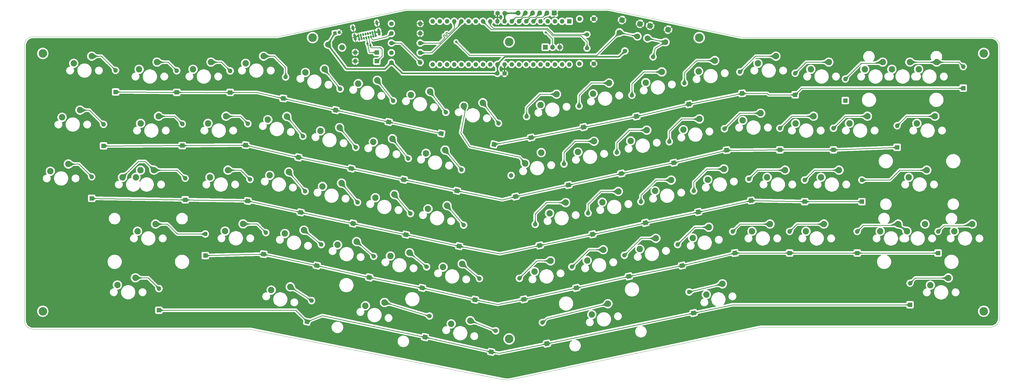
<source format=gbr>
%TF.GenerationSoftware,KiCad,Pcbnew,(5.1.7)-1*%
%TF.CreationDate,2021-01-21T21:16:41-08:00*%
%TF.ProjectId,sesame,73657361-6d65-42e6-9b69-6361645f7063,rev?*%
%TF.SameCoordinates,Original*%
%TF.FileFunction,Copper,L1,Top*%
%TF.FilePolarity,Positive*%
%FSLAX46Y46*%
G04 Gerber Fmt 4.6, Leading zero omitted, Abs format (unit mm)*
G04 Created by KiCad (PCBNEW (5.1.7)-1) date 2021-01-21 21:16:41*
%MOMM*%
%LPD*%
G01*
G04 APERTURE LIST*
%TA.AperFunction,Profile*%
%ADD10C,0.050000*%
%TD*%
%TA.AperFunction,ComponentPad*%
%ADD11C,3.000000*%
%TD*%
%TA.AperFunction,ComponentPad*%
%ADD12C,1.200000*%
%TD*%
%TA.AperFunction,ComponentPad*%
%ADD13C,0.100000*%
%TD*%
%TA.AperFunction,ComponentPad*%
%ADD14C,2.250000*%
%TD*%
%TA.AperFunction,ComponentPad*%
%ADD15O,1.700000X1.700000*%
%TD*%
%TA.AperFunction,ComponentPad*%
%ADD16R,1.700000X1.700000*%
%TD*%
%TA.AperFunction,ComponentPad*%
%ADD17O,1.600000X1.600000*%
%TD*%
%TA.AperFunction,ComponentPad*%
%ADD18R,1.600000X1.600000*%
%TD*%
%TA.AperFunction,ComponentPad*%
%ADD19C,1.500000*%
%TD*%
%TA.AperFunction,ComponentPad*%
%ADD20C,2.000000*%
%TD*%
%TA.AperFunction,ComponentPad*%
%ADD21C,1.600000*%
%TD*%
%TA.AperFunction,ViaPad*%
%ADD22C,0.800000*%
%TD*%
%TA.AperFunction,Conductor*%
%ADD23C,0.500000*%
%TD*%
%TA.AperFunction,Conductor*%
%ADD24C,0.250000*%
%TD*%
%TA.AperFunction,Conductor*%
%ADD25C,0.200000*%
%TD*%
%TA.AperFunction,Conductor*%
%ADD26C,0.100000*%
%TD*%
%TA.AperFunction,Conductor*%
%ADD27C,0.025400*%
%TD*%
G04 APERTURE END LIST*
D10*
X43688000Y-178562000D02*
G75*
G02*
X40640000Y-175514000I0J3048000D01*
G01*
X212136488Y-196378544D02*
G75*
G02*
X209804001Y-196341999I-1062488J6640544D01*
G01*
X385064000Y-174752000D02*
G75*
G02*
X382016000Y-177800000I-3048000J0D01*
G01*
X382016000Y-75438000D02*
G75*
G02*
X385064000Y-78486000I0J-3048000D01*
G01*
X293392751Y-75346994D02*
G75*
G03*
X294132000Y-75438000I739249J2956994D01*
G01*
X247435982Y-65639400D02*
G75*
G03*
X246634000Y-65532000I-801982J-2940600D01*
G01*
X174966018Y-65639400D02*
G75*
G02*
X175768000Y-65532000I801982J-2940600D01*
G01*
X130533249Y-75092994D02*
G75*
G02*
X129794000Y-75184000I-739249J2956994D01*
G01*
X40640000Y-78232000D02*
G75*
G02*
X43688000Y-75184000I3048000J0D01*
G01*
X130533249Y-75092994D02*
X174966018Y-65639400D01*
X43688000Y-75184000D02*
X129794000Y-75184000D01*
X40640000Y-175514000D02*
X40640000Y-78232000D01*
X120396000Y-178562000D02*
X43688000Y-178562000D01*
X209804001Y-196341999D02*
X120396000Y-178562000D01*
X300736000Y-177800000D02*
X212136488Y-196378544D01*
X382016000Y-177800000D02*
X300736000Y-177800000D01*
X385064000Y-78486000D02*
X385064000Y-174752000D01*
X294132000Y-75438000D02*
X382016000Y-75438000D01*
X247435982Y-65639400D02*
X293392751Y-75346994D01*
X175768000Y-65532000D02*
X246634000Y-65532000D01*
D11*
%TO.P,REF\u002A\u002A,1*%
%TO.N,N/C*%
X278955500Y-75565000D03*
%TD*%
D12*
%TO.P,C1,2*%
%TO.N,GND*%
X151771721Y-73665632D03*
%TA.AperFunction,ComponentPad*%
D13*
%TO.P,C1,1*%
%TO.N,+5V*%
G36*
X149842358Y-74689136D02*
G01*
X149592864Y-73515358D01*
X150766642Y-73265864D01*
X151016136Y-74439642D01*
X149842358Y-74689136D01*
G37*
%TD.AperFunction*%
%TD*%
D14*
%TO.P,MX23,2*%
%TO.N,Net-(D24-Pad2)*%
X189214686Y-115256606D03*
%TO.P,MX23,1*%
%TO.N,col6*%
X182475353Y-116420862D03*
%TD*%
D15*
%TO.P,AVR1,6*%
%TO.N,+5V*%
X215011000Y-66865500D03*
%TO.P,AVR1,5*%
%TO.N,RST*%
X217551000Y-66865500D03*
%TO.P,AVR1,4*%
%TO.N,SCK*%
X220091000Y-66865500D03*
%TO.P,AVR1,3*%
%TO.N,MISO*%
X222631000Y-66865500D03*
%TO.P,AVR1,2*%
%TO.N,MOSI*%
X225171000Y-66865500D03*
D16*
%TO.P,AVR1,1*%
%TO.N,GND*%
X227711000Y-66865500D03*
%TD*%
D11*
%TO.P,REF\u002A\u002A,1*%
%TO.N,N/C*%
X142430500Y-75565000D03*
%TD*%
D14*
%TO.P,MX61,2*%
%TO.N,col13*%
X358711500Y-141414500D03*
%TO.P,MX61,1*%
%TO.N,rs*%
X352361500Y-143954500D03*
%TD*%
%TO.P,MX59,2*%
%TO.N,rs*%
X349250000Y-141414500D03*
%TO.P,MX59,1*%
%TO.N,col13*%
X342900000Y-143954500D03*
%TD*%
%TO.P,MX31,2*%
%TO.N,Net-(D32-Pad2)*%
X362204000Y-103314500D03*
%TO.P,MX31,1*%
%TO.N,col14*%
X355854000Y-105854500D03*
%TD*%
%TO.P,MX15,2*%
%TO.N,bs*%
X353377500Y-84201000D03*
%TO.P,MX15,1*%
%TO.N,col14*%
X347027500Y-86741000D03*
%TD*%
%TO.P,MX33,2*%
%TO.N,caps*%
X86360000Y-122364500D03*
%TO.P,MX33,1*%
%TO.N,col1*%
X80010000Y-124904500D03*
%TD*%
%TO.P,MX18,2*%
%TO.N,Net-(D19-Pad2)*%
X88011000Y-103314500D03*
%TO.P,MX18,1*%
%TO.N,col1*%
X81661000Y-105854500D03*
%TD*%
%TO.P,MX69,2*%
%TO.N,col1*%
X81610200Y-122377200D03*
%TO.P,MX69,1*%
%TO.N,caps*%
X75260200Y-124917200D03*
%TD*%
D17*
%TO.P,D60,2*%
%TO.N,rs*%
X334772000Y-144018000D03*
D18*
%TO.P,D60,1*%
%TO.N,row3*%
X334772000Y-151638000D03*
%TD*%
D17*
%TO.P,U1,40*%
%TO.N,col14*%
X233045000Y-85026500D03*
%TO.P,U1,20*%
%TO.N,col2*%
X184785000Y-69786500D03*
%TO.P,U1,39*%
%TO.N,col13*%
X230505000Y-85026500D03*
%TO.P,U1,19*%
%TO.N,col1*%
X187325000Y-69786500D03*
%TO.P,U1,38*%
%TO.N,col12*%
X227965000Y-85026500D03*
%TO.P,U1,18*%
%TO.N,BOOT*%
X189865000Y-69786500D03*
%TO.P,U1,37*%
%TO.N,col11*%
X225425000Y-85026500D03*
%TO.P,U1,17*%
%TO.N,D-*%
X192405000Y-69786500D03*
%TO.P,U1,36*%
%TO.N,col10*%
X222885000Y-85026500D03*
%TO.P,U1,16*%
%TO.N,D+*%
X194945000Y-69786500D03*
%TO.P,U1,35*%
%TO.N,col9*%
X220345000Y-85026500D03*
%TO.P,U1,15*%
%TO.N,col0*%
X197485000Y-69786500D03*
%TO.P,U1,34*%
%TO.N,col8*%
X217805000Y-85026500D03*
%TO.P,U1,14*%
%TO.N,Net-(U1-Pad14)*%
X200025000Y-69786500D03*
%TO.P,U1,33*%
%TO.N,row4*%
X215265000Y-85026500D03*
%TO.P,U1,13*%
%TO.N,Net-(C4-Pad2)*%
X202565000Y-69786500D03*
%TO.P,U1,32*%
%TO.N,Net-(U1-Pad32)*%
X212725000Y-85026500D03*
%TO.P,U1,12*%
%TO.N,Net-(C5-Pad2)*%
X205105000Y-69786500D03*
%TO.P,U1,31*%
%TO.N,GND*%
X210185000Y-85026500D03*
%TO.P,U1,11*%
X207645000Y-69786500D03*
%TO.P,U1,30*%
%TO.N,+5V*%
X207645000Y-85026500D03*
%TO.P,U1,10*%
X210185000Y-69786500D03*
%TO.P,U1,29*%
%TO.N,row3*%
X205105000Y-85026500D03*
%TO.P,U1,9*%
%TO.N,RST*%
X212725000Y-69786500D03*
%TO.P,U1,28*%
%TO.N,row2*%
X202565000Y-85026500D03*
%TO.P,U1,8*%
%TO.N,SCK*%
X215265000Y-69786500D03*
%TO.P,U1,27*%
%TO.N,row1*%
X200025000Y-85026500D03*
%TO.P,U1,7*%
%TO.N,MISO*%
X217805000Y-69786500D03*
%TO.P,U1,26*%
%TO.N,row0*%
X197485000Y-85026500D03*
%TO.P,U1,6*%
%TO.N,MOSI*%
X220345000Y-69786500D03*
%TO.P,U1,25*%
%TO.N,col7*%
X194945000Y-85026500D03*
%TO.P,U1,5*%
%TO.N,Net-(U1-Pad5)*%
X222885000Y-69786500D03*
%TO.P,U1,24*%
%TO.N,col6*%
X192405000Y-85026500D03*
%TO.P,U1,4*%
%TO.N,Net-(U1-Pad4)*%
X225425000Y-69786500D03*
%TO.P,U1,23*%
%TO.N,col5*%
X189865000Y-85026500D03*
%TO.P,U1,3*%
%TO.N,Net-(U1-Pad3)*%
X227965000Y-69786500D03*
%TO.P,U1,22*%
%TO.N,col4*%
X187325000Y-85026500D03*
%TO.P,U1,2*%
%TO.N,Net-(U1-Pad2)*%
X230505000Y-69786500D03*
%TO.P,U1,21*%
%TO.N,col3*%
X184785000Y-85026500D03*
D18*
%TO.P,U1,1*%
%TO.N,RGB*%
X233045000Y-69786500D03*
%TD*%
D14*
%TO.P,MX5,2*%
%TO.N,Net-(D7-Pad2)*%
X146606186Y-86681606D03*
%TO.P,MX5,1*%
%TO.N,col4*%
X139866853Y-87845862D03*
%TD*%
D11*
%TO.P,REF\u002A\u002A,1*%
%TO.N,N/C*%
X211836000Y-181991000D03*
%TD*%
%TO.P,REF\u002A\u002A,1*%
%TO.N,N/C*%
X379476000Y-172212000D03*
%TD*%
%TO.P,REF\u002A\u002A,1*%
%TO.N,N/C*%
X379476000Y-81153000D03*
%TD*%
%TO.P,REF\u002A\u002A,1*%
%TO.N,N/C*%
X47117000Y-81153000D03*
%TD*%
%TO.P,REF\u002A\u002A,1*%
%TO.N,N/C*%
X47117000Y-172212000D03*
%TD*%
%TO.P,REF\u002A\u002A,1*%
%TO.N,N/C*%
X211836000Y-77089000D03*
%TD*%
D19*
%TO.P,XTAL1,2*%
%TO.N,Net-(C4-Pad2)*%
X239331500Y-79302000D03*
%TO.P,XTAL1,1*%
%TO.N,Net-(C5-Pad2)*%
X239331500Y-74422000D03*
%TD*%
D14*
%TO.P,MX24,2*%
%TO.N,Net-(D25-Pad2)*%
X223170304Y-116168914D03*
%TO.P,MX24,1*%
%TO.N,col7*%
X217487162Y-119973649D03*
%TD*%
%TO.P,MX28,2*%
%TO.N,Net-(D29-Pad2)*%
X300672500Y-102235000D03*
%TO.P,MX28,1*%
%TO.N,col11*%
X294322500Y-104775000D03*
%TD*%
%TO.P,MX66,2*%
%TO.N,Net-(D66-Pad2)*%
X246728804Y-169572414D03*
%TO.P,MX66,1*%
%TO.N,col8*%
X241045662Y-173377149D03*
%TD*%
%TO.P,MX65,2*%
%TO.N,Net-(D65-Pad2)*%
X198104686Y-175518106D03*
%TO.P,MX65,1*%
%TO.N,col6*%
X191365353Y-176682362D03*
%TD*%
%TO.P,MX64,2*%
%TO.N,Net-(D64-Pad2)*%
X167815186Y-169104606D03*
%TO.P,MX64,1*%
%TO.N,col5*%
X161075853Y-170268862D03*
%TD*%
%TO.P,MX46,2*%
%TO.N,Net-(D47-Pad2)*%
X359346500Y-122364500D03*
%TO.P,MX46,1*%
%TO.N,col14*%
X352996500Y-124904500D03*
%TD*%
%TO.P,MX47,2*%
%TO.N,Net-(D48-Pad2)*%
X86931500Y-141414500D03*
%TO.P,MX47,1*%
%TO.N,col1*%
X80581500Y-143954500D03*
%TD*%
%TO.P,MX16,2*%
%TO.N,bs*%
X362839000Y-84201000D03*
%TO.P,MX16,1*%
%TO.N,col14*%
X356489000Y-86741000D03*
%TD*%
%TO.P,MX45,2*%
%TO.N,Net-(D46-Pad2)*%
X343789000Y-84201000D03*
%TO.P,MX45,1*%
%TO.N,col13*%
X337439000Y-86741000D03*
%TD*%
%TO.P,MX68,2*%
%TO.N,Net-(D68-Pad2)*%
X366966500Y-160464500D03*
%TO.P,MX68,1*%
%TO.N,col13*%
X360616500Y-163004500D03*
%TD*%
%TO.P,MX67,2*%
%TO.N,Net-(D67-Pad2)*%
X287178304Y-162523914D03*
%TO.P,MX67,1*%
%TO.N,col10*%
X281495162Y-166328649D03*
%TD*%
%TO.P,MX63,2*%
%TO.N,Net-(D63-Pad2)*%
X134541186Y-163580106D03*
%TO.P,MX63,1*%
%TO.N,col3*%
X127801853Y-164744362D03*
%TD*%
%TO.P,MX62,2*%
%TO.N,Net-(D62-Pad2)*%
X79819500Y-160401000D03*
%TO.P,MX62,1*%
%TO.N,col1*%
X73469500Y-162941000D03*
%TD*%
%TO.P,MX60,2*%
%TO.N,Net-(D61-Pad2)*%
X375412000Y-141414500D03*
%TO.P,MX60,1*%
%TO.N,col14*%
X369062000Y-143954500D03*
%TD*%
%TO.P,MX58,2*%
%TO.N,Net-(D59-Pad2)*%
X323024500Y-141414500D03*
%TO.P,MX58,1*%
%TO.N,col12*%
X316674500Y-143954500D03*
%TD*%
%TO.P,MX57,2*%
%TO.N,Net-(D58-Pad2)*%
X303974500Y-141414500D03*
%TO.P,MX57,1*%
%TO.N,col11*%
X297624500Y-143954500D03*
%TD*%
%TO.P,MX56,2*%
%TO.N,Net-(D57-Pad2)*%
X282352304Y-142521414D03*
%TO.P,MX56,1*%
%TO.N,col10*%
X276669162Y-146326149D03*
%TD*%
%TO.P,MX55,2*%
%TO.N,Net-(D56-Pad2)*%
X263683304Y-146458414D03*
%TO.P,MX55,1*%
%TO.N,col9*%
X258000162Y-150263149D03*
%TD*%
%TO.P,MX54,2*%
%TO.N,Net-(D55-Pad2)*%
X245077804Y-150458914D03*
%TO.P,MX54,1*%
%TO.N,col8*%
X239394662Y-154263649D03*
%TD*%
%TO.P,MX53,2*%
%TO.N,Net-(D54-Pad2)*%
X226472304Y-154395914D03*
%TO.P,MX53,1*%
%TO.N,col7*%
X220789162Y-158200649D03*
%TD*%
%TO.P,MX52,2*%
%TO.N,Net-(D53-Pad2)*%
X195247186Y-155452106D03*
%TO.P,MX52,1*%
%TO.N,col6*%
X188507853Y-156616362D03*
%TD*%
%TO.P,MX51,2*%
%TO.N,Net-(D52-Pad2)*%
X176641686Y-151515106D03*
%TO.P,MX51,1*%
%TO.N,col5*%
X169902353Y-152679362D03*
%TD*%
%TO.P,MX50,2*%
%TO.N,Net-(D51-Pad2)*%
X157972686Y-147578106D03*
%TO.P,MX50,1*%
%TO.N,col4*%
X151233353Y-148742362D03*
%TD*%
%TO.P,MX49,2*%
%TO.N,Net-(D50-Pad2)*%
X139367186Y-143577606D03*
%TO.P,MX49,1*%
%TO.N,col3*%
X132627853Y-144741862D03*
%TD*%
%TO.P,MX48,2*%
%TO.N,Net-(D49-Pad2)*%
X117856000Y-141351000D03*
%TO.P,MX48,1*%
%TO.N,col2*%
X111506000Y-143891000D03*
%TD*%
%TO.P,MX44,2*%
%TO.N,Net-(D45-Pad2)*%
X328358500Y-122364500D03*
%TO.P,MX44,1*%
%TO.N,col12*%
X322008500Y-124904500D03*
%TD*%
%TO.P,MX43,2*%
%TO.N,Net-(D44-Pad2)*%
X309308500Y-122364500D03*
%TO.P,MX43,1*%
%TO.N,col11*%
X302958500Y-124904500D03*
%TD*%
%TO.P,MX42,2*%
%TO.N,Net-(D43-Pad2)*%
X287686304Y-121947414D03*
%TO.P,MX42,1*%
%TO.N,col10*%
X282003162Y-125752149D03*
%TD*%
%TO.P,MX41,2*%
%TO.N,Net-(D42-Pad2)*%
X269080804Y-125884414D03*
%TO.P,MX41,1*%
%TO.N,col9*%
X263397662Y-129689149D03*
%TD*%
%TO.P,MX40,2*%
%TO.N,Net-(D41-Pad2)*%
X250411804Y-129884914D03*
%TO.P,MX40,1*%
%TO.N,col8*%
X244728662Y-133689649D03*
%TD*%
%TO.P,MX39,2*%
%TO.N,Net-(D40-Pad2)*%
X231806304Y-133821914D03*
%TO.P,MX39,1*%
%TO.N,col7*%
X226123162Y-137626649D03*
%TD*%
%TO.P,MX38,2*%
%TO.N,Net-(D39-Pad2)*%
X189913186Y-134878106D03*
%TO.P,MX38,1*%
%TO.N,col6*%
X183173853Y-136042362D03*
%TD*%
%TO.P,MX37,2*%
%TO.N,Net-(D38-Pad2)*%
X171307686Y-130941106D03*
%TO.P,MX37,1*%
%TO.N,col5*%
X164568353Y-132105362D03*
%TD*%
%TO.P,MX36,2*%
%TO.N,Net-(D37-Pad2)*%
X152638686Y-126940606D03*
%TO.P,MX36,1*%
%TO.N,col4*%
X145899353Y-128104862D03*
%TD*%
%TO.P,MX35,2*%
%TO.N,Net-(D36-Pad2)*%
X134033186Y-123003606D03*
%TO.P,MX35,1*%
%TO.N,col3*%
X127293853Y-124167862D03*
%TD*%
%TO.P,MX34,2*%
%TO.N,Net-(D35-Pad2)*%
X112522000Y-122364500D03*
%TO.P,MX34,1*%
%TO.N,col2*%
X106172000Y-124904500D03*
%TD*%
%TO.P,MX32,2*%
%TO.N,Net-(D33-Pad2)*%
X56134000Y-120205500D03*
%TO.P,MX32,1*%
%TO.N,col0*%
X49784000Y-122745500D03*
%TD*%
%TO.P,MX30,2*%
%TO.N,Net-(D31-Pad2)*%
X338391500Y-103314500D03*
%TO.P,MX30,1*%
%TO.N,col13*%
X332041500Y-105854500D03*
%TD*%
%TO.P,MX29,2*%
%TO.N,Net-(D30-Pad2)*%
X319341500Y-103314500D03*
%TO.P,MX29,1*%
%TO.N,col12*%
X312991500Y-105854500D03*
%TD*%
%TO.P,MX27,2*%
%TO.N,Net-(D28-Pad2)*%
X279050304Y-104294414D03*
%TO.P,MX27,1*%
%TO.N,col10*%
X273367162Y-108099149D03*
%TD*%
%TO.P,MX26,2*%
%TO.N,Net-(D27-Pad2)*%
X260444804Y-108231414D03*
%TO.P,MX26,1*%
%TO.N,col9*%
X254761662Y-112036149D03*
%TD*%
%TO.P,MX25,2*%
%TO.N,Net-(D26-Pad2)*%
X241839304Y-112168414D03*
%TO.P,MX25,1*%
%TO.N,col8*%
X236156162Y-115973149D03*
%TD*%
%TO.P,MX22,2*%
%TO.N,Net-(D23-Pad2)*%
X170609186Y-111256106D03*
%TO.P,MX22,1*%
%TO.N,col5*%
X163869853Y-112420362D03*
%TD*%
%TO.P,MX21,2*%
%TO.N,Net-(D22-Pad2)*%
X151940186Y-107319106D03*
%TO.P,MX21,1*%
%TO.N,col4*%
X145200853Y-108483362D03*
%TD*%
%TO.P,MX20,2*%
%TO.N,Net-(D21-Pad2)*%
X133334686Y-103382106D03*
%TO.P,MX20,1*%
%TO.N,col3*%
X126595353Y-104546362D03*
%TD*%
%TO.P,MX19,2*%
%TO.N,Net-(D20-Pad2)*%
X111823500Y-103314500D03*
%TO.P,MX19,1*%
%TO.N,col2*%
X105473500Y-105854500D03*
%TD*%
%TO.P,MX17,2*%
%TO.N,Net-(D18-Pad2)*%
X60261500Y-101155500D03*
%TO.P,MX17,1*%
%TO.N,col0*%
X53911500Y-103695500D03*
%TD*%
%TO.P,MX14,2*%
%TO.N,Net-(D16-Pad2)*%
X324739000Y-84201000D03*
%TO.P,MX14,1*%
%TO.N,col13*%
X318389000Y-86741000D03*
%TD*%
%TO.P,MX13,2*%
%TO.N,Net-(D15-Pad2)*%
X306070000Y-82105500D03*
%TO.P,MX13,1*%
%TO.N,col12*%
X299720000Y-84645500D03*
%TD*%
%TO.P,MX12,2*%
%TO.N,Net-(D14-Pad2)*%
X284447804Y-83656914D03*
%TO.P,MX12,1*%
%TO.N,col11*%
X278764662Y-87461649D03*
%TD*%
%TO.P,MX11,2*%
%TO.N,Net-(D13-Pad2)*%
X265778804Y-87657414D03*
%TO.P,MX11,1*%
%TO.N,col10*%
X260095662Y-91462149D03*
%TD*%
%TO.P,MX10,2*%
%TO.N,Net-(D12-Pad2)*%
X247173304Y-91594414D03*
%TO.P,MX10,1*%
%TO.N,col9*%
X241490162Y-95399149D03*
%TD*%
%TO.P,MX9,2*%
%TO.N,Net-(D11-Pad2)*%
X228567804Y-95531414D03*
%TO.P,MX9,1*%
%TO.N,col8*%
X222884662Y-99336149D03*
%TD*%
%TO.P,MX8,2*%
%TO.N,Net-(D10-Pad2)*%
X202549686Y-98556106D03*
%TO.P,MX8,1*%
%TO.N,col7*%
X195810353Y-99720362D03*
%TD*%
%TO.P,MX7,2*%
%TO.N,Net-(D9-Pad2)*%
X183880686Y-94619106D03*
%TO.P,MX7,1*%
%TO.N,col6*%
X177141353Y-95783362D03*
%TD*%
%TO.P,MX6,2*%
%TO.N,Net-(D8-Pad2)*%
X165275186Y-90618606D03*
%TO.P,MX6,1*%
%TO.N,col5*%
X158535853Y-91782862D03*
%TD*%
%TO.P,MX4,2*%
%TO.N,Net-(D6-Pad2)*%
X125095000Y-82105500D03*
%TO.P,MX4,1*%
%TO.N,col3*%
X118745000Y-84645500D03*
%TD*%
%TO.P,MX3,2*%
%TO.N,Net-(D5-Pad2)*%
X106521250Y-84201000D03*
%TO.P,MX3,1*%
%TO.N,col2*%
X100171250Y-86741000D03*
%TD*%
%TO.P,MX2,2*%
%TO.N,Net-(D4-Pad2)*%
X87471250Y-84201000D03*
%TO.P,MX2,1*%
%TO.N,col1*%
X81121250Y-86741000D03*
%TD*%
%TO.P,MX1,2*%
%TO.N,Net-(D3-Pad2)*%
X64389000Y-82105500D03*
%TO.P,MX1,1*%
%TO.N,col0*%
X58039000Y-84645500D03*
%TD*%
%TO.P,USB1,A5*%
%TO.N,Net-(R4-Pad1)*%
%TA.AperFunction,ComponentPad*%
G36*
G01*
X163324913Y-74995366D02*
X163397683Y-75337718D01*
G75*
G02*
X163147356Y-75723187I-317898J-67571D01*
G01*
X163147356Y-75723187D01*
G75*
G02*
X162761887Y-75472860I-67571J317898D01*
G01*
X162689117Y-75130508D01*
G75*
G02*
X162939444Y-74745039I317898J67571D01*
G01*
X162939444Y-74745039D01*
G75*
G02*
X163324913Y-74995366I67571J-317898D01*
G01*
G37*
%TD.AperFunction*%
%TO.P,USB1,A1*%
%TO.N,GND*%
%TA.AperFunction,ComponentPad*%
G36*
G01*
X164987763Y-74641916D02*
X165060533Y-74984268D01*
G75*
G02*
X164810206Y-75369737I-317898J-67571D01*
G01*
X164810206Y-75369737D01*
G75*
G02*
X164424737Y-75119410I-67571J317898D01*
G01*
X164351967Y-74777058D01*
G75*
G02*
X164602294Y-74391589I317898J67571D01*
G01*
X164602294Y-74391589D01*
G75*
G02*
X164987763Y-74641916I67571J-317898D01*
G01*
G37*
%TD.AperFunction*%
%TO.P,USB1,A4*%
%TO.N,VCC*%
%TA.AperFunction,ComponentPad*%
G36*
G01*
X164156338Y-74818641D02*
X164229108Y-75160993D01*
G75*
G02*
X163978781Y-75546462I-317898J-67571D01*
G01*
X163978781Y-75546462D01*
G75*
G02*
X163593312Y-75296135I-67571J317898D01*
G01*
X163520542Y-74953783D01*
G75*
G02*
X163770869Y-74568314I317898J67571D01*
G01*
X163770869Y-74568314D01*
G75*
G02*
X164156338Y-74818641I67571J-317898D01*
G01*
G37*
%TD.AperFunction*%
%TO.P,USB1,A6*%
%TO.N,Net-(D2-Pad1)*%
%TA.AperFunction,ComponentPad*%
G36*
G01*
X162493487Y-75172091D02*
X162566257Y-75514443D01*
G75*
G02*
X162315930Y-75899912I-317898J-67571D01*
G01*
X162315930Y-75899912D01*
G75*
G02*
X161930461Y-75649585I-67571J317898D01*
G01*
X161857691Y-75307233D01*
G75*
G02*
X162108018Y-74921764I317898J67571D01*
G01*
X162108018Y-74921764D01*
G75*
G02*
X162493487Y-75172091I67571J-317898D01*
G01*
G37*
%TD.AperFunction*%
%TO.P,USB1,A7*%
%TO.N,Net-(D1-Pad1)*%
%TA.AperFunction,ComponentPad*%
G36*
G01*
X161662062Y-75348816D02*
X161734832Y-75691168D01*
G75*
G02*
X161484505Y-76076637I-317898J-67571D01*
G01*
X161484505Y-76076637D01*
G75*
G02*
X161099036Y-75826310I-67571J317898D01*
G01*
X161026266Y-75483958D01*
G75*
G02*
X161276593Y-75098489I317898J67571D01*
G01*
X161276593Y-75098489D01*
G75*
G02*
X161662062Y-75348816I67571J-317898D01*
G01*
G37*
%TD.AperFunction*%
%TO.P,USB1,A8*%
%TO.N,Net-(USB1-PadA8)*%
%TA.AperFunction,ComponentPad*%
G36*
G01*
X160830636Y-75525541D02*
X160903406Y-75867893D01*
G75*
G02*
X160653079Y-76253362I-317898J-67571D01*
G01*
X160653079Y-76253362D01*
G75*
G02*
X160267610Y-76003035I-67571J317898D01*
G01*
X160194840Y-75660683D01*
G75*
G02*
X160445167Y-75275214I317898J67571D01*
G01*
X160445167Y-75275214D01*
G75*
G02*
X160830636Y-75525541I67571J-317898D01*
G01*
G37*
%TD.AperFunction*%
%TO.P,USB1,A9*%
%TO.N,VCC*%
%TA.AperFunction,ComponentPad*%
G36*
G01*
X159999211Y-75702266D02*
X160071981Y-76044618D01*
G75*
G02*
X159821654Y-76430087I-317898J-67571D01*
G01*
X159821654Y-76430087D01*
G75*
G02*
X159436185Y-76179760I-67571J317898D01*
G01*
X159363415Y-75837408D01*
G75*
G02*
X159613742Y-75451939I317898J67571D01*
G01*
X159613742Y-75451939D01*
G75*
G02*
X159999211Y-75702266I67571J-317898D01*
G01*
G37*
%TD.AperFunction*%
%TO.P,USB1,A12*%
%TO.N,GND*%
%TA.AperFunction,ComponentPad*%
G36*
G01*
X159167785Y-75878991D02*
X159240555Y-76221343D01*
G75*
G02*
X158990228Y-76606812I-317898J-67571D01*
G01*
X158990228Y-76606812D01*
G75*
G02*
X158604759Y-76356485I-67571J317898D01*
G01*
X158531989Y-76014133D01*
G75*
G02*
X158782316Y-75628664I317898J67571D01*
G01*
X158782316Y-75628664D01*
G75*
G02*
X159167785Y-75878991I67571J-317898D01*
G01*
G37*
%TD.AperFunction*%
%TO.P,USB1,B12*%
%TA.AperFunction,ComponentPad*%
G36*
G01*
X164712280Y-73345871D02*
X164785050Y-73688223D01*
G75*
G02*
X164534723Y-74073692I-317898J-67571D01*
G01*
X164534723Y-74073692D01*
G75*
G02*
X164149254Y-73823365I-67571J317898D01*
G01*
X164076484Y-73481013D01*
G75*
G02*
X164326811Y-73095544I317898J67571D01*
G01*
X164326811Y-73095544D01*
G75*
G02*
X164712280Y-73345871I67571J-317898D01*
G01*
G37*
%TD.AperFunction*%
%TO.P,USB1,B9*%
%TO.N,VCC*%
%TA.AperFunction,ComponentPad*%
G36*
G01*
X163875964Y-73523635D02*
X163948734Y-73865987D01*
G75*
G02*
X163698407Y-74251456I-317898J-67571D01*
G01*
X163698407Y-74251456D01*
G75*
G02*
X163312938Y-74001129I-67571J317898D01*
G01*
X163240168Y-73658777D01*
G75*
G02*
X163490495Y-73273308I317898J67571D01*
G01*
X163490495Y-73273308D01*
G75*
G02*
X163875964Y-73523635I67571J-317898D01*
G01*
G37*
%TD.AperFunction*%
%TO.P,USB1,B8*%
%TO.N,Net-(USB1-PadB8)*%
%TA.AperFunction,ComponentPad*%
G36*
G01*
X163044539Y-73700360D02*
X163117309Y-74042712D01*
G75*
G02*
X162866982Y-74428181I-317898J-67571D01*
G01*
X162866982Y-74428181D01*
G75*
G02*
X162481513Y-74177854I-67571J317898D01*
G01*
X162408743Y-73835502D01*
G75*
G02*
X162659070Y-73450033I317898J67571D01*
G01*
X162659070Y-73450033D01*
G75*
G02*
X163044539Y-73700360I67571J-317898D01*
G01*
G37*
%TD.AperFunction*%
%TO.P,USB1,B7*%
%TO.N,Net-(D1-Pad1)*%
%TA.AperFunction,ComponentPad*%
G36*
G01*
X162213113Y-73877085D02*
X162285883Y-74219437D01*
G75*
G02*
X162035556Y-74604906I-317898J-67571D01*
G01*
X162035556Y-74604906D01*
G75*
G02*
X161650087Y-74354579I-67571J317898D01*
G01*
X161577317Y-74012227D01*
G75*
G02*
X161827644Y-73626758I317898J67571D01*
G01*
X161827644Y-73626758D01*
G75*
G02*
X162213113Y-73877085I67571J-317898D01*
G01*
G37*
%TD.AperFunction*%
%TO.P,USB1,B6*%
%TO.N,Net-(D2-Pad1)*%
%TA.AperFunction,ComponentPad*%
G36*
G01*
X161381688Y-74053810D02*
X161454458Y-74396162D01*
G75*
G02*
X161204131Y-74781631I-317898J-67571D01*
G01*
X161204131Y-74781631D01*
G75*
G02*
X160818662Y-74531304I-67571J317898D01*
G01*
X160745892Y-74188952D01*
G75*
G02*
X160996219Y-73803483I317898J67571D01*
G01*
X160996219Y-73803483D01*
G75*
G02*
X161381688Y-74053810I67571J-317898D01*
G01*
G37*
%TD.AperFunction*%
%TO.P,USB1,B5*%
%TO.N,Net-(R5-Pad1)*%
%TA.AperFunction,ComponentPad*%
G36*
G01*
X160550262Y-74230535D02*
X160623032Y-74572887D01*
G75*
G02*
X160372705Y-74958356I-317898J-67571D01*
G01*
X160372705Y-74958356D01*
G75*
G02*
X159987236Y-74708029I-67571J317898D01*
G01*
X159914466Y-74365677D01*
G75*
G02*
X160164793Y-73980208I317898J67571D01*
G01*
X160164793Y-73980208D01*
G75*
G02*
X160550262Y-74230535I67571J-317898D01*
G01*
G37*
%TD.AperFunction*%
%TO.P,USB1,B4*%
%TO.N,VCC*%
%TA.AperFunction,ComponentPad*%
G36*
G01*
X159718837Y-74407260D02*
X159791607Y-74749612D01*
G75*
G02*
X159541280Y-75135081I-317898J-67571D01*
G01*
X159541280Y-75135081D01*
G75*
G02*
X159155811Y-74884754I-67571J317898D01*
G01*
X159083041Y-74542402D01*
G75*
G02*
X159333368Y-74156933I317898J67571D01*
G01*
X159333368Y-74156933D01*
G75*
G02*
X159718837Y-74407260I67571J-317898D01*
G01*
G37*
%TD.AperFunction*%
%TO.P,USB1,B1*%
%TO.N,GND*%
%TA.AperFunction,ComponentPad*%
G36*
G01*
X158887411Y-74583985D02*
X158960181Y-74926337D01*
G75*
G02*
X158709854Y-75311806I-317898J-67571D01*
G01*
X158709854Y-75311806D01*
G75*
G02*
X158324385Y-75061479I-67571J317898D01*
G01*
X158251615Y-74719127D01*
G75*
G02*
X158501942Y-74333658I317898J67571D01*
G01*
X158501942Y-74333658D01*
G75*
G02*
X158887411Y-74583985I67571J-317898D01*
G01*
G37*
%TD.AperFunction*%
%TO.P,USB1,S1*%
%TA.AperFunction,ComponentPad*%
G36*
G01*
X166107228Y-72814227D02*
X166419096Y-74281449D01*
G75*
G02*
X166072490Y-74815175I-440166J-93560D01*
G01*
X166072490Y-74815175D01*
G75*
G02*
X165538764Y-74468569I-93560J440166D01*
G01*
X165226896Y-73001347D01*
G75*
G02*
X165573502Y-72467621I440166J93560D01*
G01*
X165573502Y-72467621D01*
G75*
G02*
X166107228Y-72814227I93560J-440166D01*
G01*
G37*
%TD.AperFunction*%
%TA.AperFunction,ComponentPad*%
G36*
G01*
X157646251Y-74612663D02*
X157958119Y-76079885D01*
G75*
G02*
X157611513Y-76613611I-440166J-93560D01*
G01*
X157611513Y-76613611D01*
G75*
G02*
X157077787Y-76267005I-93560J440166D01*
G01*
X156765919Y-74799783D01*
G75*
G02*
X157112525Y-74266057I440166J93560D01*
G01*
X157112525Y-74266057D01*
G75*
G02*
X157646251Y-74612663I93560J-440166D01*
G01*
G37*
%TD.AperFunction*%
%TA.AperFunction,ComponentPad*%
G36*
G01*
X165477256Y-69850440D02*
X165643586Y-70632958D01*
G75*
G02*
X165296980Y-71166684I-440166J-93560D01*
G01*
X165296980Y-71166684D01*
G75*
G02*
X164763254Y-70820078I-93560J440166D01*
G01*
X164596924Y-70037560D01*
G75*
G02*
X164943530Y-69503834I440166J93560D01*
G01*
X164943530Y-69503834D01*
G75*
G02*
X165477256Y-69850440I93560J-440166D01*
G01*
G37*
%TD.AperFunction*%
%TA.AperFunction,ComponentPad*%
G36*
G01*
X157016279Y-71648876D02*
X157182609Y-72431394D01*
G75*
G02*
X156836003Y-72965120I-440166J-93560D01*
G01*
X156836003Y-72965120D01*
G75*
G02*
X156302277Y-72618514I-93560J440166D01*
G01*
X156135947Y-71835996D01*
G75*
G02*
X156482553Y-71302270I440166J93560D01*
G01*
X156482553Y-71302270D01*
G75*
G02*
X157016279Y-71648876I93560J-440166D01*
G01*
G37*
%TD.AperFunction*%
%TD*%
D20*
%TO.P,Reset1,1*%
%TO.N,GND*%
X267977959Y-72725426D03*
%TO.P,Reset1,2*%
%TO.N,RST*%
X267042357Y-77127090D03*
%TO.P,Reset1,1*%
%TO.N,GND*%
X261620000Y-71374000D03*
%TO.P,Reset1,2*%
%TO.N,RST*%
X260684397Y-75775664D03*
%TD*%
%TO.P,R6,2*%
%TO.N,RST*%
%TA.AperFunction,ComponentPad*%
G36*
G01*
X261885462Y-82210054D02*
X261885462Y-82210054D01*
G75*
G02*
X262834309Y-81593865I782518J-166329D01*
G01*
X262834309Y-81593865D01*
G75*
G02*
X263450498Y-82542712I-166329J-782518D01*
G01*
X263450498Y-82542712D01*
G75*
G02*
X262501651Y-83158901I-782518J166329D01*
G01*
X262501651Y-83158901D01*
G75*
G02*
X261885462Y-82210054I166329J782518D01*
G01*
G37*
%TD.AperFunction*%
D21*
%TO.P,R6,1*%
%TO.N,+5V*%
X252730000Y-80264000D03*
%TD*%
D17*
%TO.P,R5,2*%
%TO.N,GND*%
X180403500Y-70612000D03*
D21*
%TO.P,R5,1*%
%TO.N,Net-(R5-Pad1)*%
X170243500Y-70612000D03*
%TD*%
D17*
%TO.P,R4,2*%
%TO.N,GND*%
X180403500Y-74041000D03*
D21*
%TO.P,R4,1*%
%TO.N,Net-(R4-Pad1)*%
X170243500Y-74041000D03*
%TD*%
D17*
%TO.P,R3,2*%
%TO.N,D+*%
X180403500Y-80899000D03*
D21*
%TO.P,R3,1*%
%TO.N,Net-(D2-Pad1)*%
X170243500Y-80899000D03*
%TD*%
D17*
%TO.P,R2,2*%
%TO.N,D-*%
X180403500Y-77470000D03*
D21*
%TO.P,R2,1*%
%TO.N,Net-(D1-Pad1)*%
X170243500Y-77470000D03*
%TD*%
D17*
%TO.P,R1,2*%
%TO.N,Net-(D1-Pad1)*%
X180403500Y-84328000D03*
D21*
%TO.P,R1,1*%
%TO.N,+5V*%
X170243500Y-84328000D03*
%TD*%
D20*
%TO.P,F1,2*%
%TO.N,VCC*%
X152794911Y-79043973D03*
%TO.P,F1,1*%
%TO.N,+5V*%
X147828000Y-77978000D03*
%TD*%
D17*
%TO.P,D68,2*%
%TO.N,Net-(D68-Pad2)*%
X353441000Y-162306000D03*
D18*
%TO.P,D68,1*%
%TO.N,row4*%
X353441000Y-169926000D03*
%TD*%
%TO.P,D67,2*%
%TO.N,Net-(D67-Pad2)*%
%TA.AperFunction,ComponentPad*%
G36*
G01*
X275569042Y-166176033D02*
X275569042Y-166176033D01*
G75*
G02*
X274620195Y-165559844I-166329J782518D01*
G01*
X274620195Y-165559844D01*
G75*
G02*
X275236384Y-164610997I782518J166329D01*
G01*
X275236384Y-164610997D01*
G75*
G02*
X276185231Y-165227186I166329J-782518D01*
G01*
X276185231Y-165227186D01*
G75*
G02*
X275569042Y-166176033I-782518J-166329D01*
G01*
G37*
%TD.AperFunction*%
%TA.AperFunction,ComponentPad*%
D13*
%TO.P,D67,1*%
%TO.N,row4*%
G36*
X277935847Y-173463189D02*
G01*
X276370811Y-173795847D01*
X276038153Y-172230811D01*
X277603189Y-171898153D01*
X277935847Y-173463189D01*
G37*
%TD.AperFunction*%
%TD*%
%TO.P,D66,2*%
%TO.N,Net-(D66-Pad2)*%
%TA.AperFunction,ComponentPad*%
G36*
G01*
X223753042Y-176971033D02*
X223753042Y-176971033D01*
G75*
G02*
X222804195Y-176354844I-166329J782518D01*
G01*
X222804195Y-176354844D01*
G75*
G02*
X223420384Y-175405997I782518J166329D01*
G01*
X223420384Y-175405997D01*
G75*
G02*
X224369231Y-176022186I166329J-782518D01*
G01*
X224369231Y-176022186D01*
G75*
G02*
X223753042Y-176971033I-782518J-166329D01*
G01*
G37*
%TD.AperFunction*%
%TA.AperFunction,ComponentPad*%
%TO.P,D66,1*%
%TO.N,row4*%
G36*
X226119847Y-184258189D02*
G01*
X224554811Y-184590847D01*
X224222153Y-183025811D01*
X225787189Y-182693153D01*
X226119847Y-184258189D01*
G37*
%TD.AperFunction*%
%TD*%
%TO.P,D65,2*%
%TO.N,Net-(D65-Pad2)*%
%TA.AperFunction,ComponentPad*%
G36*
G01*
X206903958Y-179892033D02*
X206903958Y-179892033D01*
G75*
G02*
X206287769Y-178943186I166329J782518D01*
G01*
X206287769Y-178943186D01*
G75*
G02*
X207236616Y-178326997I782518J-166329D01*
G01*
X207236616Y-178326997D01*
G75*
G02*
X207852805Y-179275844I-166329J-782518D01*
G01*
X207852805Y-179275844D01*
G75*
G02*
X206903958Y-179892033I-782518J166329D01*
G01*
G37*
%TD.AperFunction*%
%TA.AperFunction,ComponentPad*%
%TO.P,D65,1*%
%TO.N,row4*%
G36*
X206102189Y-187511847D02*
G01*
X204537153Y-187179189D01*
X204869811Y-185614153D01*
X206434847Y-185946811D01*
X206102189Y-187511847D01*
G37*
%TD.AperFunction*%
%TD*%
%TO.P,D64,2*%
%TO.N,Net-(D64-Pad2)*%
%TA.AperFunction,ComponentPad*%
G36*
G01*
X183535958Y-174685033D02*
X183535958Y-174685033D01*
G75*
G02*
X182919769Y-173736186I166329J782518D01*
G01*
X182919769Y-173736186D01*
G75*
G02*
X183868616Y-173119997I782518J-166329D01*
G01*
X183868616Y-173119997D01*
G75*
G02*
X184484805Y-174068844I-166329J-782518D01*
G01*
X184484805Y-174068844D01*
G75*
G02*
X183535958Y-174685033I-782518J166329D01*
G01*
G37*
%TD.AperFunction*%
%TA.AperFunction,ComponentPad*%
%TO.P,D64,1*%
%TO.N,row4*%
G36*
X182734189Y-182304847D02*
G01*
X181169153Y-181972189D01*
X181501811Y-180407153D01*
X183066847Y-180739811D01*
X182734189Y-182304847D01*
G37*
%TD.AperFunction*%
%TD*%
%TO.P,D63,2*%
%TO.N,Net-(D63-Pad2)*%
%TA.AperFunction,ComponentPad*%
G36*
G01*
X141879958Y-169224033D02*
X141879958Y-169224033D01*
G75*
G02*
X141263769Y-168275186I166329J782518D01*
G01*
X141263769Y-168275186D01*
G75*
G02*
X142212616Y-167658997I782518J-166329D01*
G01*
X142212616Y-167658997D01*
G75*
G02*
X142828805Y-168607844I-166329J-782518D01*
G01*
X142828805Y-168607844D01*
G75*
G02*
X141879958Y-169224033I-782518J166329D01*
G01*
G37*
%TD.AperFunction*%
%TA.AperFunction,ComponentPad*%
%TO.P,D63,1*%
%TO.N,row4*%
G36*
X141078189Y-176843847D02*
G01*
X139513153Y-176511189D01*
X139845811Y-174946153D01*
X141410847Y-175278811D01*
X141078189Y-176843847D01*
G37*
%TD.AperFunction*%
%TD*%
D17*
%TO.P,D62,2*%
%TO.N,Net-(D62-Pad2)*%
X88138000Y-164211000D03*
D18*
%TO.P,D62,1*%
%TO.N,row4*%
X88138000Y-171831000D03*
%TD*%
D17*
%TO.P,D61,2*%
%TO.N,Net-(D61-Pad2)*%
X363347000Y-144018000D03*
D18*
%TO.P,D61,1*%
%TO.N,row3*%
X363347000Y-151638000D03*
%TD*%
D17*
%TO.P,D59,2*%
%TO.N,Net-(D59-Pad2)*%
X310896000Y-144018000D03*
D18*
%TO.P,D59,1*%
%TO.N,row3*%
X310896000Y-151638000D03*
%TD*%
%TO.P,D58,2*%
%TO.N,Net-(D58-Pad2)*%
%TA.AperFunction,ComponentPad*%
G36*
G01*
X290879116Y-144855361D02*
X290879116Y-144855361D01*
G75*
G02*
X289999875Y-144143366I-83623J795618D01*
G01*
X289999875Y-144143366D01*
G75*
G02*
X290711870Y-143264125I795618J83623D01*
G01*
X290711870Y-143264125D01*
G75*
G02*
X291591111Y-143976120I83623J-795618D01*
G01*
X291591111Y-143976120D01*
G75*
G02*
X290879116Y-144855361I-795618J-83623D01*
G01*
G37*
%TD.AperFunction*%
%TA.AperFunction,ComponentPad*%
D13*
%TO.P,D58,1*%
%TO.N,row3*%
G36*
X292471240Y-152349995D02*
G01*
X290880005Y-152517240D01*
X290712760Y-150926005D01*
X292303995Y-150758760D01*
X292471240Y-152349995D01*
G37*
%TD.AperFunction*%
%TD*%
%TO.P,D57,2*%
%TO.N,Net-(D57-Pad2)*%
%TA.AperFunction,ComponentPad*%
G36*
G01*
X271505042Y-149412033D02*
X271505042Y-149412033D01*
G75*
G02*
X270556195Y-148795844I-166329J782518D01*
G01*
X270556195Y-148795844D01*
G75*
G02*
X271172384Y-147846997I782518J166329D01*
G01*
X271172384Y-147846997D01*
G75*
G02*
X272121231Y-148463186I166329J-782518D01*
G01*
X272121231Y-148463186D01*
G75*
G02*
X271505042Y-149412033I-782518J-166329D01*
G01*
G37*
%TD.AperFunction*%
%TA.AperFunction,ComponentPad*%
%TO.P,D57,1*%
%TO.N,row3*%
G36*
X273871847Y-156699189D02*
G01*
X272306811Y-157031847D01*
X271974153Y-155466811D01*
X273539189Y-155134153D01*
X273871847Y-156699189D01*
G37*
%TD.AperFunction*%
%TD*%
%TO.P,D56,2*%
%TO.N,Net-(D56-Pad2)*%
%TA.AperFunction,ComponentPad*%
G36*
G01*
X252709042Y-153222033D02*
X252709042Y-153222033D01*
G75*
G02*
X251760195Y-152605844I-166329J782518D01*
G01*
X251760195Y-152605844D01*
G75*
G02*
X252376384Y-151656997I782518J166329D01*
G01*
X252376384Y-151656997D01*
G75*
G02*
X253325231Y-152273186I166329J-782518D01*
G01*
X253325231Y-152273186D01*
G75*
G02*
X252709042Y-153222033I-782518J-166329D01*
G01*
G37*
%TD.AperFunction*%
%TA.AperFunction,ComponentPad*%
%TO.P,D56,1*%
%TO.N,row3*%
G36*
X255075847Y-160509189D02*
G01*
X253510811Y-160841847D01*
X253178153Y-159276811D01*
X254743189Y-158944153D01*
X255075847Y-160509189D01*
G37*
%TD.AperFunction*%
%TD*%
%TO.P,D55,2*%
%TO.N,Net-(D55-Pad2)*%
%TA.AperFunction,ComponentPad*%
G36*
G01*
X234167042Y-157286033D02*
X234167042Y-157286033D01*
G75*
G02*
X233218195Y-156669844I-166329J782518D01*
G01*
X233218195Y-156669844D01*
G75*
G02*
X233834384Y-155720997I782518J166329D01*
G01*
X233834384Y-155720997D01*
G75*
G02*
X234783231Y-156337186I166329J-782518D01*
G01*
X234783231Y-156337186D01*
G75*
G02*
X234167042Y-157286033I-782518J-166329D01*
G01*
G37*
%TD.AperFunction*%
%TA.AperFunction,ComponentPad*%
%TO.P,D55,1*%
%TO.N,row3*%
G36*
X236533847Y-164573189D02*
G01*
X234968811Y-164905847D01*
X234636153Y-163340811D01*
X236201189Y-163008153D01*
X236533847Y-164573189D01*
G37*
%TD.AperFunction*%
%TD*%
%TO.P,D54,2*%
%TO.N,Net-(D54-Pad2)*%
%TA.AperFunction,ComponentPad*%
G36*
G01*
X215625042Y-161350033D02*
X215625042Y-161350033D01*
G75*
G02*
X214676195Y-160733844I-166329J782518D01*
G01*
X214676195Y-160733844D01*
G75*
G02*
X215292384Y-159784997I782518J166329D01*
G01*
X215292384Y-159784997D01*
G75*
G02*
X216241231Y-160401186I166329J-782518D01*
G01*
X216241231Y-160401186D01*
G75*
G02*
X215625042Y-161350033I-782518J-166329D01*
G01*
G37*
%TD.AperFunction*%
%TA.AperFunction,ComponentPad*%
%TO.P,D54,1*%
%TO.N,row3*%
G36*
X217991847Y-168637189D02*
G01*
X216426811Y-168969847D01*
X216094153Y-167404811D01*
X217659189Y-167072153D01*
X217991847Y-168637189D01*
G37*
%TD.AperFunction*%
%TD*%
%TO.P,D53,2*%
%TO.N,Net-(D53-Pad2)*%
%TA.AperFunction,ComponentPad*%
G36*
G01*
X201188958Y-161477033D02*
X201188958Y-161477033D01*
G75*
G02*
X200572769Y-160528186I166329J782518D01*
G01*
X200572769Y-160528186D01*
G75*
G02*
X201521616Y-159911997I782518J-166329D01*
G01*
X201521616Y-159911997D01*
G75*
G02*
X202137805Y-160860844I-166329J-782518D01*
G01*
X202137805Y-160860844D01*
G75*
G02*
X201188958Y-161477033I-782518J166329D01*
G01*
G37*
%TD.AperFunction*%
%TA.AperFunction,ComponentPad*%
%TO.P,D53,1*%
%TO.N,row3*%
G36*
X200387189Y-169096847D02*
G01*
X198822153Y-168764189D01*
X199154811Y-167199153D01*
X200719847Y-167531811D01*
X200387189Y-169096847D01*
G37*
%TD.AperFunction*%
%TD*%
%TO.P,D52,2*%
%TO.N,Net-(D52-Pad2)*%
%TA.AperFunction,ComponentPad*%
G36*
G01*
X182519958Y-157286033D02*
X182519958Y-157286033D01*
G75*
G02*
X181903769Y-156337186I166329J782518D01*
G01*
X181903769Y-156337186D01*
G75*
G02*
X182852616Y-155720997I782518J-166329D01*
G01*
X182852616Y-155720997D01*
G75*
G02*
X183468805Y-156669844I-166329J-782518D01*
G01*
X183468805Y-156669844D01*
G75*
G02*
X182519958Y-157286033I-782518J166329D01*
G01*
G37*
%TD.AperFunction*%
%TA.AperFunction,ComponentPad*%
%TO.P,D52,1*%
%TO.N,row3*%
G36*
X181718189Y-164905847D02*
G01*
X180153153Y-164573189D01*
X180485811Y-163008153D01*
X182050847Y-163340811D01*
X181718189Y-164905847D01*
G37*
%TD.AperFunction*%
%TD*%
%TO.P,D51,2*%
%TO.N,Net-(D51-Pad2)*%
%TA.AperFunction,ComponentPad*%
G36*
G01*
X163850958Y-153603033D02*
X163850958Y-153603033D01*
G75*
G02*
X163234769Y-152654186I166329J782518D01*
G01*
X163234769Y-152654186D01*
G75*
G02*
X164183616Y-152037997I782518J-166329D01*
G01*
X164183616Y-152037997D01*
G75*
G02*
X164799805Y-152986844I-166329J-782518D01*
G01*
X164799805Y-152986844D01*
G75*
G02*
X163850958Y-153603033I-782518J166329D01*
G01*
G37*
%TD.AperFunction*%
%TA.AperFunction,ComponentPad*%
%TO.P,D51,1*%
%TO.N,row3*%
G36*
X163049189Y-161222847D02*
G01*
X161484153Y-160890189D01*
X161816811Y-159325153D01*
X163381847Y-159657811D01*
X163049189Y-161222847D01*
G37*
%TD.AperFunction*%
%TD*%
%TO.P,D50,2*%
%TO.N,Net-(D50-Pad2)*%
%TA.AperFunction,ComponentPad*%
G36*
G01*
X145308958Y-149412033D02*
X145308958Y-149412033D01*
G75*
G02*
X144692769Y-148463186I166329J782518D01*
G01*
X144692769Y-148463186D01*
G75*
G02*
X145641616Y-147846997I782518J-166329D01*
G01*
X145641616Y-147846997D01*
G75*
G02*
X146257805Y-148795844I-166329J-782518D01*
G01*
X146257805Y-148795844D01*
G75*
G02*
X145308958Y-149412033I-782518J166329D01*
G01*
G37*
%TD.AperFunction*%
%TA.AperFunction,ComponentPad*%
%TO.P,D50,1*%
%TO.N,row3*%
G36*
X144507189Y-157031847D02*
G01*
X142942153Y-156699189D01*
X143274811Y-155134153D01*
X144839847Y-155466811D01*
X144507189Y-157031847D01*
G37*
%TD.AperFunction*%
%TD*%
%TO.P,D49,2*%
%TO.N,Net-(D49-Pad2)*%
%TA.AperFunction,ComponentPad*%
G36*
G01*
X125807884Y-145236361D02*
X125807884Y-145236361D01*
G75*
G02*
X125095889Y-144357120I83623J795618D01*
G01*
X125095889Y-144357120D01*
G75*
G02*
X125975130Y-143645125I795618J-83623D01*
G01*
X125975130Y-143645125D01*
G75*
G02*
X126687125Y-144524366I-83623J-795618D01*
G01*
X126687125Y-144524366D01*
G75*
G02*
X125807884Y-145236361I-795618J83623D01*
G01*
G37*
%TD.AperFunction*%
%TA.AperFunction,ComponentPad*%
%TO.P,D49,1*%
%TO.N,row3*%
G36*
X125806995Y-152898240D02*
G01*
X124215760Y-152730995D01*
X124383005Y-151139760D01*
X125974240Y-151307005D01*
X125806995Y-152898240D01*
G37*
%TD.AperFunction*%
%TD*%
D17*
%TO.P,D48,2*%
%TO.N,Net-(D48-Pad2)*%
X104521000Y-144907000D03*
D18*
%TO.P,D48,1*%
%TO.N,row3*%
X104521000Y-152527000D03*
%TD*%
D17*
%TO.P,D47,2*%
%TO.N,Net-(D47-Pad2)*%
X336423000Y-125857000D03*
D18*
%TO.P,D47,1*%
%TO.N,row2*%
X336423000Y-133477000D03*
%TD*%
D17*
%TO.P,D45,2*%
%TO.N,Net-(D45-Pad2)*%
X316230000Y-125857000D03*
D18*
%TO.P,D45,1*%
%TO.N,row2*%
X316230000Y-133477000D03*
%TD*%
%TO.P,D44,2*%
%TO.N,Net-(D44-Pad2)*%
%TA.AperFunction,ComponentPad*%
G36*
G01*
X296594116Y-126313361D02*
X296594116Y-126313361D01*
G75*
G02*
X295714875Y-125601366I-83623J795618D01*
G01*
X295714875Y-125601366D01*
G75*
G02*
X296426870Y-124722125I795618J83623D01*
G01*
X296426870Y-124722125D01*
G75*
G02*
X297306111Y-125434120I83623J-795618D01*
G01*
X297306111Y-125434120D01*
G75*
G02*
X296594116Y-126313361I-795618J-83623D01*
G01*
G37*
%TD.AperFunction*%
%TA.AperFunction,ComponentPad*%
D13*
%TO.P,D44,1*%
%TO.N,row2*%
G36*
X298186240Y-133807995D02*
G01*
X296595005Y-133975240D01*
X296427760Y-132384005D01*
X298018995Y-132216760D01*
X298186240Y-133807995D01*
G37*
%TD.AperFunction*%
%TD*%
%TO.P,D43,2*%
%TO.N,Net-(D43-Pad2)*%
%TA.AperFunction,ComponentPad*%
G36*
G01*
X277220042Y-130489033D02*
X277220042Y-130489033D01*
G75*
G02*
X276271195Y-129872844I-166329J782518D01*
G01*
X276271195Y-129872844D01*
G75*
G02*
X276887384Y-128923997I782518J166329D01*
G01*
X276887384Y-128923997D01*
G75*
G02*
X277836231Y-129540186I166329J-782518D01*
G01*
X277836231Y-129540186D01*
G75*
G02*
X277220042Y-130489033I-782518J-166329D01*
G01*
G37*
%TD.AperFunction*%
%TA.AperFunction,ComponentPad*%
%TO.P,D43,1*%
%TO.N,row2*%
G36*
X279586847Y-137776189D02*
G01*
X278021811Y-138108847D01*
X277689153Y-136543811D01*
X279254189Y-136211153D01*
X279586847Y-137776189D01*
G37*
%TD.AperFunction*%
%TD*%
%TO.P,D42,2*%
%TO.N,Net-(D42-Pad2)*%
%TA.AperFunction,ComponentPad*%
G36*
G01*
X258551042Y-134299033D02*
X258551042Y-134299033D01*
G75*
G02*
X257602195Y-133682844I-166329J782518D01*
G01*
X257602195Y-133682844D01*
G75*
G02*
X258218384Y-132733997I782518J166329D01*
G01*
X258218384Y-132733997D01*
G75*
G02*
X259167231Y-133350186I166329J-782518D01*
G01*
X259167231Y-133350186D01*
G75*
G02*
X258551042Y-134299033I-782518J-166329D01*
G01*
G37*
%TD.AperFunction*%
%TA.AperFunction,ComponentPad*%
%TO.P,D42,1*%
%TO.N,row2*%
G36*
X260917847Y-141586189D02*
G01*
X259352811Y-141918847D01*
X259020153Y-140353811D01*
X260585189Y-140021153D01*
X260917847Y-141586189D01*
G37*
%TD.AperFunction*%
%TD*%
%TO.P,D41,2*%
%TO.N,Net-(D41-Pad2)*%
%TA.AperFunction,ComponentPad*%
G36*
G01*
X239882042Y-138363033D02*
X239882042Y-138363033D01*
G75*
G02*
X238933195Y-137746844I-166329J782518D01*
G01*
X238933195Y-137746844D01*
G75*
G02*
X239549384Y-136797997I782518J166329D01*
G01*
X239549384Y-136797997D01*
G75*
G02*
X240498231Y-137414186I166329J-782518D01*
G01*
X240498231Y-137414186D01*
G75*
G02*
X239882042Y-138363033I-782518J-166329D01*
G01*
G37*
%TD.AperFunction*%
%TA.AperFunction,ComponentPad*%
%TO.P,D41,1*%
%TO.N,row2*%
G36*
X242248847Y-145650189D02*
G01*
X240683811Y-145982847D01*
X240351153Y-144417811D01*
X241916189Y-144085153D01*
X242248847Y-145650189D01*
G37*
%TD.AperFunction*%
%TD*%
%TO.P,D40,2*%
%TO.N,Net-(D40-Pad2)*%
%TA.AperFunction,ComponentPad*%
G36*
G01*
X221213042Y-142300033D02*
X221213042Y-142300033D01*
G75*
G02*
X220264195Y-141683844I-166329J782518D01*
G01*
X220264195Y-141683844D01*
G75*
G02*
X220880384Y-140734997I782518J166329D01*
G01*
X220880384Y-140734997D01*
G75*
G02*
X221829231Y-141351186I166329J-782518D01*
G01*
X221829231Y-141351186D01*
G75*
G02*
X221213042Y-142300033I-782518J-166329D01*
G01*
G37*
%TD.AperFunction*%
%TA.AperFunction,ComponentPad*%
%TO.P,D40,1*%
%TO.N,row2*%
G36*
X223579847Y-149587189D02*
G01*
X222014811Y-149919847D01*
X221682153Y-148354811D01*
X223247189Y-148022153D01*
X223579847Y-149587189D01*
G37*
%TD.AperFunction*%
%TD*%
%TO.P,D39,2*%
%TO.N,Net-(D39-Pad2)*%
%TA.AperFunction,ComponentPad*%
G36*
G01*
X195600958Y-142554033D02*
X195600958Y-142554033D01*
G75*
G02*
X194984769Y-141605186I166329J782518D01*
G01*
X194984769Y-141605186D01*
G75*
G02*
X195933616Y-140988997I782518J-166329D01*
G01*
X195933616Y-140988997D01*
G75*
G02*
X196549805Y-141937844I-166329J-782518D01*
G01*
X196549805Y-141937844D01*
G75*
G02*
X195600958Y-142554033I-782518J166329D01*
G01*
G37*
%TD.AperFunction*%
%TA.AperFunction,ComponentPad*%
%TO.P,D39,1*%
%TO.N,row2*%
G36*
X194799189Y-150173847D02*
G01*
X193234153Y-149841189D01*
X193566811Y-148276153D01*
X195131847Y-148608811D01*
X194799189Y-150173847D01*
G37*
%TD.AperFunction*%
%TD*%
%TO.P,D38,2*%
%TO.N,Net-(D38-Pad2)*%
%TA.AperFunction,ComponentPad*%
G36*
G01*
X176804958Y-138490033D02*
X176804958Y-138490033D01*
G75*
G02*
X176188769Y-137541186I166329J782518D01*
G01*
X176188769Y-137541186D01*
G75*
G02*
X177137616Y-136924997I782518J-166329D01*
G01*
X177137616Y-136924997D01*
G75*
G02*
X177753805Y-137873844I-166329J-782518D01*
G01*
X177753805Y-137873844D01*
G75*
G02*
X176804958Y-138490033I-782518J166329D01*
G01*
G37*
%TD.AperFunction*%
%TA.AperFunction,ComponentPad*%
%TO.P,D38,1*%
%TO.N,row2*%
G36*
X176003189Y-146109847D02*
G01*
X174438153Y-145777189D01*
X174770811Y-144212153D01*
X176335847Y-144544811D01*
X176003189Y-146109847D01*
G37*
%TD.AperFunction*%
%TD*%
%TO.P,D37,2*%
%TO.N,Net-(D37-Pad2)*%
%TA.AperFunction,ComponentPad*%
G36*
G01*
X158135958Y-134553033D02*
X158135958Y-134553033D01*
G75*
G02*
X157519769Y-133604186I166329J782518D01*
G01*
X157519769Y-133604186D01*
G75*
G02*
X158468616Y-132987997I782518J-166329D01*
G01*
X158468616Y-132987997D01*
G75*
G02*
X159084805Y-133936844I-166329J-782518D01*
G01*
X159084805Y-133936844D01*
G75*
G02*
X158135958Y-134553033I-782518J166329D01*
G01*
G37*
%TD.AperFunction*%
%TA.AperFunction,ComponentPad*%
%TO.P,D37,1*%
%TO.N,row2*%
G36*
X157334189Y-142172847D02*
G01*
X155769153Y-141840189D01*
X156101811Y-140275153D01*
X157666847Y-140607811D01*
X157334189Y-142172847D01*
G37*
%TD.AperFunction*%
%TD*%
%TO.P,D36,2*%
%TO.N,Net-(D36-Pad2)*%
%TA.AperFunction,ComponentPad*%
G36*
G01*
X139593958Y-130616033D02*
X139593958Y-130616033D01*
G75*
G02*
X138977769Y-129667186I166329J782518D01*
G01*
X138977769Y-129667186D01*
G75*
G02*
X139926616Y-129050997I782518J-166329D01*
G01*
X139926616Y-129050997D01*
G75*
G02*
X140542805Y-129999844I-166329J-782518D01*
G01*
X140542805Y-129999844D01*
G75*
G02*
X139593958Y-130616033I-782518J166329D01*
G01*
G37*
%TD.AperFunction*%
%TA.AperFunction,ComponentPad*%
%TO.P,D36,1*%
%TO.N,row2*%
G36*
X138792189Y-138235847D02*
G01*
X137227153Y-137903189D01*
X137559811Y-136338153D01*
X139124847Y-136670811D01*
X138792189Y-138235847D01*
G37*
%TD.AperFunction*%
%TD*%
%TO.P,D35,2*%
%TO.N,Net-(D35-Pad2)*%
%TA.AperFunction,ComponentPad*%
G36*
G01*
X120219884Y-126440361D02*
X120219884Y-126440361D01*
G75*
G02*
X119507889Y-125561120I83623J795618D01*
G01*
X119507889Y-125561120D01*
G75*
G02*
X120387130Y-124849125I795618J-83623D01*
G01*
X120387130Y-124849125D01*
G75*
G02*
X121099125Y-125728366I-83623J-795618D01*
G01*
X121099125Y-125728366D01*
G75*
G02*
X120219884Y-126440361I-795618J83623D01*
G01*
G37*
%TD.AperFunction*%
%TA.AperFunction,ComponentPad*%
%TO.P,D35,1*%
%TO.N,row2*%
G36*
X120218995Y-134102240D02*
G01*
X118627760Y-133934995D01*
X118795005Y-132343760D01*
X120386240Y-132511005D01*
X120218995Y-134102240D01*
G37*
%TD.AperFunction*%
%TD*%
D17*
%TO.P,D34,2*%
%TO.N,caps*%
X97409000Y-125222000D03*
D18*
%TO.P,D34,1*%
%TO.N,row2*%
X97409000Y-132842000D03*
%TD*%
D17*
%TO.P,D33,2*%
%TO.N,Net-(D33-Pad2)*%
X64389000Y-124714000D03*
D18*
%TO.P,D33,1*%
%TO.N,row2*%
X64389000Y-132334000D03*
%TD*%
D17*
%TO.P,D32,2*%
%TO.N,Net-(D32-Pad2)*%
X348869000Y-106680000D03*
D18*
%TO.P,D32,1*%
%TO.N,row1*%
X348869000Y-114300000D03*
%TD*%
D17*
%TO.P,D31,2*%
%TO.N,Net-(D31-Pad2)*%
X326390000Y-107569000D03*
D18*
%TO.P,D31,1*%
%TO.N,row1*%
X326390000Y-115189000D03*
%TD*%
D17*
%TO.P,D30,2*%
%TO.N,Net-(D30-Pad2)*%
X307467000Y-107569000D03*
D18*
%TO.P,D30,1*%
%TO.N,row1*%
X307467000Y-115189000D03*
%TD*%
%TO.P,D29,2*%
%TO.N,Net-(D29-Pad2)*%
%TA.AperFunction,ComponentPad*%
G36*
G01*
X287958116Y-108533361D02*
X287958116Y-108533361D01*
G75*
G02*
X287078875Y-107821366I-83623J795618D01*
G01*
X287078875Y-107821366D01*
G75*
G02*
X287790870Y-106942125I795618J83623D01*
G01*
X287790870Y-106942125D01*
G75*
G02*
X288670111Y-107654120I83623J-795618D01*
G01*
X288670111Y-107654120D01*
G75*
G02*
X287958116Y-108533361I-795618J-83623D01*
G01*
G37*
%TD.AperFunction*%
%TA.AperFunction,ComponentPad*%
D13*
%TO.P,D29,1*%
%TO.N,row1*%
G36*
X289550240Y-116027995D02*
G01*
X287959005Y-116195240D01*
X287791760Y-114604005D01*
X289382995Y-114436760D01*
X289550240Y-116027995D01*
G37*
%TD.AperFunction*%
%TD*%
%TO.P,D28,2*%
%TO.N,Net-(D28-Pad2)*%
%TA.AperFunction,ComponentPad*%
G36*
G01*
X268584042Y-113090033D02*
X268584042Y-113090033D01*
G75*
G02*
X267635195Y-112473844I-166329J782518D01*
G01*
X267635195Y-112473844D01*
G75*
G02*
X268251384Y-111524997I782518J166329D01*
G01*
X268251384Y-111524997D01*
G75*
G02*
X269200231Y-112141186I166329J-782518D01*
G01*
X269200231Y-112141186D01*
G75*
G02*
X268584042Y-113090033I-782518J-166329D01*
G01*
G37*
%TD.AperFunction*%
%TA.AperFunction,ComponentPad*%
%TO.P,D28,1*%
%TO.N,row1*%
G36*
X270950847Y-120377189D02*
G01*
X269385811Y-120709847D01*
X269053153Y-119144811D01*
X270618189Y-118812153D01*
X270950847Y-120377189D01*
G37*
%TD.AperFunction*%
%TD*%
%TO.P,D27,2*%
%TO.N,Net-(D27-Pad2)*%
%TA.AperFunction,ComponentPad*%
G36*
G01*
X250042042Y-116900033D02*
X250042042Y-116900033D01*
G75*
G02*
X249093195Y-116283844I-166329J782518D01*
G01*
X249093195Y-116283844D01*
G75*
G02*
X249709384Y-115334997I782518J166329D01*
G01*
X249709384Y-115334997D01*
G75*
G02*
X250658231Y-115951186I166329J-782518D01*
G01*
X250658231Y-115951186D01*
G75*
G02*
X250042042Y-116900033I-782518J-166329D01*
G01*
G37*
%TD.AperFunction*%
%TA.AperFunction,ComponentPad*%
%TO.P,D27,1*%
%TO.N,row1*%
G36*
X252408847Y-124187189D02*
G01*
X250843811Y-124519847D01*
X250511153Y-122954811D01*
X252076189Y-122622153D01*
X252408847Y-124187189D01*
G37*
%TD.AperFunction*%
%TD*%
%TO.P,D26,2*%
%TO.N,Net-(D26-Pad2)*%
%TA.AperFunction,ComponentPad*%
G36*
G01*
X231373042Y-120964033D02*
X231373042Y-120964033D01*
G75*
G02*
X230424195Y-120347844I-166329J782518D01*
G01*
X230424195Y-120347844D01*
G75*
G02*
X231040384Y-119398997I782518J166329D01*
G01*
X231040384Y-119398997D01*
G75*
G02*
X231989231Y-120015186I166329J-782518D01*
G01*
X231989231Y-120015186D01*
G75*
G02*
X231373042Y-120964033I-782518J-166329D01*
G01*
G37*
%TD.AperFunction*%
%TA.AperFunction,ComponentPad*%
%TO.P,D26,1*%
%TO.N,row1*%
G36*
X233739847Y-128251189D02*
G01*
X232174811Y-128583847D01*
X231842153Y-127018811D01*
X233407189Y-126686153D01*
X233739847Y-128251189D01*
G37*
%TD.AperFunction*%
%TD*%
%TO.P,D25,2*%
%TO.N,Net-(D25-Pad2)*%
%TA.AperFunction,ComponentPad*%
G36*
G01*
X212704042Y-125028033D02*
X212704042Y-125028033D01*
G75*
G02*
X211755195Y-124411844I-166329J782518D01*
G01*
X211755195Y-124411844D01*
G75*
G02*
X212371384Y-123462997I782518J166329D01*
G01*
X212371384Y-123462997D01*
G75*
G02*
X213320231Y-124079186I166329J-782518D01*
G01*
X213320231Y-124079186D01*
G75*
G02*
X212704042Y-125028033I-782518J-166329D01*
G01*
G37*
%TD.AperFunction*%
%TA.AperFunction,ComponentPad*%
%TO.P,D25,1*%
%TO.N,row1*%
G36*
X215070847Y-132315189D02*
G01*
X213505811Y-132647847D01*
X213173153Y-131082811D01*
X214738189Y-130750153D01*
X215070847Y-132315189D01*
G37*
%TD.AperFunction*%
%TD*%
%TO.P,D24,2*%
%TO.N,Net-(D24-Pad2)*%
%TA.AperFunction,ComponentPad*%
G36*
G01*
X194838958Y-122996033D02*
X194838958Y-122996033D01*
G75*
G02*
X194222769Y-122047186I166329J782518D01*
G01*
X194222769Y-122047186D01*
G75*
G02*
X195171616Y-121430997I782518J-166329D01*
G01*
X195171616Y-121430997D01*
G75*
G02*
X195787805Y-122379844I-166329J-782518D01*
G01*
X195787805Y-122379844D01*
G75*
G02*
X194838958Y-122996033I-782518J166329D01*
G01*
G37*
%TD.AperFunction*%
%TA.AperFunction,ComponentPad*%
%TO.P,D24,1*%
%TO.N,row1*%
G36*
X194037189Y-130615847D02*
G01*
X192472153Y-130283189D01*
X192804811Y-128718153D01*
X194369847Y-129050811D01*
X194037189Y-130615847D01*
G37*
%TD.AperFunction*%
%TD*%
%TO.P,D23,2*%
%TO.N,Net-(D23-Pad2)*%
%TA.AperFunction,ComponentPad*%
G36*
G01*
X176042958Y-119059033D02*
X176042958Y-119059033D01*
G75*
G02*
X175426769Y-118110186I166329J782518D01*
G01*
X175426769Y-118110186D01*
G75*
G02*
X176375616Y-117493997I782518J-166329D01*
G01*
X176375616Y-117493997D01*
G75*
G02*
X176991805Y-118442844I-166329J-782518D01*
G01*
X176991805Y-118442844D01*
G75*
G02*
X176042958Y-119059033I-782518J166329D01*
G01*
G37*
%TD.AperFunction*%
%TA.AperFunction,ComponentPad*%
%TO.P,D23,1*%
%TO.N,row1*%
G36*
X175241189Y-126678847D02*
G01*
X173676153Y-126346189D01*
X174008811Y-124781153D01*
X175573847Y-125113811D01*
X175241189Y-126678847D01*
G37*
%TD.AperFunction*%
%TD*%
%TO.P,D22,2*%
%TO.N,Net-(D22-Pad2)*%
%TA.AperFunction,ComponentPad*%
G36*
G01*
X157500958Y-115122033D02*
X157500958Y-115122033D01*
G75*
G02*
X156884769Y-114173186I166329J782518D01*
G01*
X156884769Y-114173186D01*
G75*
G02*
X157833616Y-113556997I782518J-166329D01*
G01*
X157833616Y-113556997D01*
G75*
G02*
X158449805Y-114505844I-166329J-782518D01*
G01*
X158449805Y-114505844D01*
G75*
G02*
X157500958Y-115122033I-782518J166329D01*
G01*
G37*
%TD.AperFunction*%
%TA.AperFunction,ComponentPad*%
%TO.P,D22,1*%
%TO.N,row1*%
G36*
X156699189Y-122741847D02*
G01*
X155134153Y-122409189D01*
X155466811Y-120844153D01*
X157031847Y-121176811D01*
X156699189Y-122741847D01*
G37*
%TD.AperFunction*%
%TD*%
%TO.P,D21,2*%
%TO.N,Net-(D21-Pad2)*%
%TA.AperFunction,ComponentPad*%
G36*
G01*
X138831958Y-111185033D02*
X138831958Y-111185033D01*
G75*
G02*
X138215769Y-110236186I166329J782518D01*
G01*
X138215769Y-110236186D01*
G75*
G02*
X139164616Y-109619997I782518J-166329D01*
G01*
X139164616Y-109619997D01*
G75*
G02*
X139780805Y-110568844I-166329J-782518D01*
G01*
X139780805Y-110568844D01*
G75*
G02*
X138831958Y-111185033I-782518J166329D01*
G01*
G37*
%TD.AperFunction*%
%TA.AperFunction,ComponentPad*%
%TO.P,D21,1*%
%TO.N,row1*%
G36*
X138030189Y-118804847D02*
G01*
X136465153Y-118472189D01*
X136797811Y-116907153D01*
X138362847Y-117239811D01*
X138030189Y-118804847D01*
G37*
%TD.AperFunction*%
%TD*%
%TO.P,D20,2*%
%TO.N,Net-(D20-Pad2)*%
%TA.AperFunction,ComponentPad*%
G36*
G01*
X119457884Y-106755361D02*
X119457884Y-106755361D01*
G75*
G02*
X118745889Y-105876120I83623J795618D01*
G01*
X118745889Y-105876120D01*
G75*
G02*
X119625130Y-105164125I795618J-83623D01*
G01*
X119625130Y-105164125D01*
G75*
G02*
X120337125Y-106043366I-83623J-795618D01*
G01*
X120337125Y-106043366D01*
G75*
G02*
X119457884Y-106755361I-795618J83623D01*
G01*
G37*
%TD.AperFunction*%
%TA.AperFunction,ComponentPad*%
%TO.P,D20,1*%
%TO.N,row1*%
G36*
X119456995Y-114417240D02*
G01*
X117865760Y-114249995D01*
X118033005Y-112658760D01*
X119624240Y-112826005D01*
X119456995Y-114417240D01*
G37*
%TD.AperFunction*%
%TD*%
D17*
%TO.P,D19,2*%
%TO.N,Net-(D19-Pad2)*%
X96393000Y-106045000D03*
D18*
%TO.P,D19,1*%
%TO.N,row1*%
X96393000Y-113665000D03*
%TD*%
D17*
%TO.P,D18,2*%
%TO.N,Net-(D18-Pad2)*%
X68580000Y-106172000D03*
D18*
%TO.P,D18,1*%
%TO.N,row1*%
X68580000Y-113792000D03*
%TD*%
D17*
%TO.P,D17,2*%
%TO.N,bs*%
X372237000Y-85788500D03*
D18*
%TO.P,D17,1*%
%TO.N,row0*%
X372237000Y-93408500D03*
%TD*%
D17*
%TO.P,D46,2*%
%TO.N,Net-(D46-Pad2)*%
X330581000Y-90170000D03*
D18*
%TO.P,D46,1*%
%TO.N,row2*%
X330581000Y-97790000D03*
%TD*%
D17*
%TO.P,D16,2*%
%TO.N,Net-(D16-Pad2)*%
X312864500Y-88138000D03*
D18*
%TO.P,D16,1*%
%TO.N,row0*%
X312864500Y-95758000D03*
%TD*%
%TO.P,D15,2*%
%TO.N,Net-(D15-Pad2)*%
%TA.AperFunction,ComponentPad*%
G36*
G01*
X293419116Y-88467361D02*
X293419116Y-88467361D01*
G75*
G02*
X292539875Y-87755366I-83623J795618D01*
G01*
X292539875Y-87755366D01*
G75*
G02*
X293251870Y-86876125I795618J83623D01*
G01*
X293251870Y-86876125D01*
G75*
G02*
X294131111Y-87588120I83623J-795618D01*
G01*
X294131111Y-87588120D01*
G75*
G02*
X293419116Y-88467361I-795618J-83623D01*
G01*
G37*
%TD.AperFunction*%
%TA.AperFunction,ComponentPad*%
D13*
%TO.P,D15,1*%
%TO.N,row0*%
G36*
X295011240Y-95961995D02*
G01*
X293420005Y-96129240D01*
X293252760Y-94538005D01*
X294843995Y-94370760D01*
X295011240Y-95961995D01*
G37*
%TD.AperFunction*%
%TD*%
%TO.P,D14,2*%
%TO.N,Net-(D14-Pad2)*%
%TA.AperFunction,ComponentPad*%
G36*
G01*
X273918042Y-92389033D02*
X273918042Y-92389033D01*
G75*
G02*
X272969195Y-91772844I-166329J782518D01*
G01*
X272969195Y-91772844D01*
G75*
G02*
X273585384Y-90823997I782518J166329D01*
G01*
X273585384Y-90823997D01*
G75*
G02*
X274534231Y-91440186I166329J-782518D01*
G01*
X274534231Y-91440186D01*
G75*
G02*
X273918042Y-92389033I-782518J-166329D01*
G01*
G37*
%TD.AperFunction*%
%TA.AperFunction,ComponentPad*%
%TO.P,D14,1*%
%TO.N,row0*%
G36*
X276284847Y-99676189D02*
G01*
X274719811Y-100008847D01*
X274387153Y-98443811D01*
X275952189Y-98111153D01*
X276284847Y-99676189D01*
G37*
%TD.AperFunction*%
%TD*%
%TO.P,D13,2*%
%TO.N,Net-(D13-Pad2)*%
%TA.AperFunction,ComponentPad*%
G36*
G01*
X255376042Y-96707033D02*
X255376042Y-96707033D01*
G75*
G02*
X254427195Y-96090844I-166329J782518D01*
G01*
X254427195Y-96090844D01*
G75*
G02*
X255043384Y-95141997I782518J166329D01*
G01*
X255043384Y-95141997D01*
G75*
G02*
X255992231Y-95758186I166329J-782518D01*
G01*
X255992231Y-95758186D01*
G75*
G02*
X255376042Y-96707033I-782518J-166329D01*
G01*
G37*
%TD.AperFunction*%
%TA.AperFunction,ComponentPad*%
%TO.P,D13,1*%
%TO.N,row0*%
G36*
X257742847Y-103994189D02*
G01*
X256177811Y-104326847D01*
X255845153Y-102761811D01*
X257410189Y-102429153D01*
X257742847Y-103994189D01*
G37*
%TD.AperFunction*%
%TD*%
%TO.P,D12,2*%
%TO.N,Net-(D12-Pad2)*%
%TA.AperFunction,ComponentPad*%
G36*
G01*
X236707042Y-100517033D02*
X236707042Y-100517033D01*
G75*
G02*
X235758195Y-99900844I-166329J782518D01*
G01*
X235758195Y-99900844D01*
G75*
G02*
X236374384Y-98951997I782518J166329D01*
G01*
X236374384Y-98951997D01*
G75*
G02*
X237323231Y-99568186I166329J-782518D01*
G01*
X237323231Y-99568186D01*
G75*
G02*
X236707042Y-100517033I-782518J-166329D01*
G01*
G37*
%TD.AperFunction*%
%TA.AperFunction,ComponentPad*%
%TO.P,D12,1*%
%TO.N,row0*%
G36*
X239073847Y-107804189D02*
G01*
X237508811Y-108136847D01*
X237176153Y-106571811D01*
X238741189Y-106239153D01*
X239073847Y-107804189D01*
G37*
%TD.AperFunction*%
%TD*%
%TO.P,D11,2*%
%TO.N,Net-(D11-Pad2)*%
%TA.AperFunction,ComponentPad*%
G36*
G01*
X218165042Y-104200033D02*
X218165042Y-104200033D01*
G75*
G02*
X217216195Y-103583844I-166329J782518D01*
G01*
X217216195Y-103583844D01*
G75*
G02*
X217832384Y-102634997I782518J166329D01*
G01*
X217832384Y-102634997D01*
G75*
G02*
X218781231Y-103251186I166329J-782518D01*
G01*
X218781231Y-103251186D01*
G75*
G02*
X218165042Y-104200033I-782518J-166329D01*
G01*
G37*
%TD.AperFunction*%
%TA.AperFunction,ComponentPad*%
%TO.P,D11,1*%
%TO.N,row0*%
G36*
X220531847Y-111487189D02*
G01*
X218966811Y-111819847D01*
X218634153Y-110254811D01*
X220199189Y-109922153D01*
X220531847Y-111487189D01*
G37*
%TD.AperFunction*%
%TD*%
%TO.P,D10,2*%
%TO.N,Net-(D10-Pad2)*%
%TA.AperFunction,ComponentPad*%
G36*
G01*
X207919958Y-106613033D02*
X207919958Y-106613033D01*
G75*
G02*
X207303769Y-105664186I166329J782518D01*
G01*
X207303769Y-105664186D01*
G75*
G02*
X208252616Y-105047997I782518J-166329D01*
G01*
X208252616Y-105047997D01*
G75*
G02*
X208868805Y-105996844I-166329J-782518D01*
G01*
X208868805Y-105996844D01*
G75*
G02*
X207919958Y-106613033I-782518J166329D01*
G01*
G37*
%TD.AperFunction*%
%TA.AperFunction,ComponentPad*%
%TO.P,D10,1*%
%TO.N,row0*%
G36*
X207118189Y-114232847D02*
G01*
X205553153Y-113900189D01*
X205885811Y-112335153D01*
X207450847Y-112667811D01*
X207118189Y-114232847D01*
G37*
%TD.AperFunction*%
%TD*%
%TO.P,D9,2*%
%TO.N,Net-(D9-Pad2)*%
%TA.AperFunction,ComponentPad*%
G36*
G01*
X189314458Y-102739533D02*
X189314458Y-102739533D01*
G75*
G02*
X188698269Y-101790686I166329J782518D01*
G01*
X188698269Y-101790686D01*
G75*
G02*
X189647116Y-101174497I782518J-166329D01*
G01*
X189647116Y-101174497D01*
G75*
G02*
X190263305Y-102123344I-166329J-782518D01*
G01*
X190263305Y-102123344D01*
G75*
G02*
X189314458Y-102739533I-782518J166329D01*
G01*
G37*
%TD.AperFunction*%
%TA.AperFunction,ComponentPad*%
%TO.P,D9,1*%
%TO.N,row0*%
G36*
X188512689Y-110359347D02*
G01*
X186947653Y-110026689D01*
X187280311Y-108461653D01*
X188845347Y-108794311D01*
X188512689Y-110359347D01*
G37*
%TD.AperFunction*%
%TD*%
%TO.P,D8,2*%
%TO.N,Net-(D8-Pad2)*%
%TA.AperFunction,ComponentPad*%
G36*
G01*
X170708958Y-98675533D02*
X170708958Y-98675533D01*
G75*
G02*
X170092769Y-97726686I166329J782518D01*
G01*
X170092769Y-97726686D01*
G75*
G02*
X171041616Y-97110497I782518J-166329D01*
G01*
X171041616Y-97110497D01*
G75*
G02*
X171657805Y-98059344I-166329J-782518D01*
G01*
X171657805Y-98059344D01*
G75*
G02*
X170708958Y-98675533I-782518J166329D01*
G01*
G37*
%TD.AperFunction*%
%TA.AperFunction,ComponentPad*%
%TO.P,D8,1*%
%TO.N,row0*%
G36*
X169907189Y-106295347D02*
G01*
X168342153Y-105962689D01*
X168674811Y-104397653D01*
X170239847Y-104730311D01*
X169907189Y-106295347D01*
G37*
%TD.AperFunction*%
%TD*%
%TO.P,D7,2*%
%TO.N,Net-(D7-Pad2)*%
%TA.AperFunction,ComponentPad*%
G36*
G01*
X151976458Y-94484533D02*
X151976458Y-94484533D01*
G75*
G02*
X151360269Y-93535686I166329J782518D01*
G01*
X151360269Y-93535686D01*
G75*
G02*
X152309116Y-92919497I782518J-166329D01*
G01*
X152309116Y-92919497D01*
G75*
G02*
X152925305Y-93868344I-166329J-782518D01*
G01*
X152925305Y-93868344D01*
G75*
G02*
X151976458Y-94484533I-782518J166329D01*
G01*
G37*
%TD.AperFunction*%
%TA.AperFunction,ComponentPad*%
%TO.P,D7,1*%
%TO.N,row0*%
G36*
X151174689Y-102104347D02*
G01*
X149609653Y-101771689D01*
X149942311Y-100206653D01*
X151507347Y-100539311D01*
X151174689Y-102104347D01*
G37*
%TD.AperFunction*%
%TD*%
%TO.P,D6,2*%
%TO.N,Net-(D6-Pad2)*%
%TA.AperFunction,ComponentPad*%
G36*
G01*
X132792884Y-90245361D02*
X132792884Y-90245361D01*
G75*
G02*
X132080889Y-89366120I83623J795618D01*
G01*
X132080889Y-89366120D01*
G75*
G02*
X132960130Y-88654125I795618J-83623D01*
G01*
X132960130Y-88654125D01*
G75*
G02*
X133672125Y-89533366I-83623J-795618D01*
G01*
X133672125Y-89533366D01*
G75*
G02*
X132792884Y-90245361I-795618J83623D01*
G01*
G37*
%TD.AperFunction*%
%TA.AperFunction,ComponentPad*%
%TO.P,D6,1*%
%TO.N,row0*%
G36*
X132791995Y-97907240D02*
G01*
X131200760Y-97739995D01*
X131368005Y-96148760D01*
X132959240Y-96316005D01*
X132791995Y-97907240D01*
G37*
%TD.AperFunction*%
%TD*%
D17*
%TO.P,D5,2*%
%TO.N,Net-(D5-Pad2)*%
X113284000Y-87312500D03*
D18*
%TO.P,D5,1*%
%TO.N,row0*%
X113284000Y-94932500D03*
%TD*%
D17*
%TO.P,D4,2*%
%TO.N,Net-(D4-Pad2)*%
X94424500Y-87249000D03*
D18*
%TO.P,D4,1*%
%TO.N,row0*%
X94424500Y-94869000D03*
%TD*%
D17*
%TO.P,D3,2*%
%TO.N,Net-(D3-Pad2)*%
X72834500Y-87122000D03*
D18*
%TO.P,D3,1*%
%TO.N,row0*%
X72834500Y-94742000D03*
%TD*%
D17*
%TO.P,D2,2*%
%TO.N,GND*%
X157480000Y-83883500D03*
D18*
%TO.P,D2,1*%
%TO.N,Net-(D2-Pad1)*%
X165100000Y-83883500D03*
%TD*%
D17*
%TO.P,D1,2*%
%TO.N,GND*%
X157480000Y-80772000D03*
D18*
%TO.P,D1,1*%
%TO.N,Net-(D1-Pad1)*%
X165100000Y-80772000D03*
%TD*%
D21*
%TO.P,C5,2*%
%TO.N,Net-(C5-Pad2)*%
X236744500Y-68961000D03*
%TO.P,C5,1*%
%TO.N,GND*%
X241744500Y-68961000D03*
%TD*%
%TO.P,C4,2*%
%TO.N,Net-(C4-Pad2)*%
X236681000Y-84772500D03*
%TO.P,C4,1*%
%TO.N,GND*%
X241681000Y-84772500D03*
%TD*%
%TO.P,C3,2*%
%TO.N,GND*%
X210208500Y-88201500D03*
%TO.P,C3,1*%
%TO.N,+5V*%
X207708500Y-88201500D03*
%TD*%
%TO.P,C2,2*%
%TO.N,GND*%
X207748500Y-66929000D03*
%TO.P,C2,1*%
%TO.N,+5V*%
X210248500Y-66929000D03*
%TD*%
D20*
%TO.P,Boot1,1*%
%TO.N,GND*%
X258071959Y-70693426D03*
%TO.P,Boot1,2*%
%TO.N,BOOT*%
X257136357Y-75095090D03*
%TO.P,Boot1,1*%
%TO.N,GND*%
X251714000Y-69342000D03*
%TO.P,Boot1,2*%
%TO.N,BOOT*%
X250778397Y-73743664D03*
%TD*%
D16*
%TO.P,J1,1*%
%TO.N,+5V*%
X224599500Y-78930500D03*
D15*
%TO.P,J1,2*%
%TO.N,RGB*%
X227139500Y-78930500D03*
%TO.P,J1,3*%
%TO.N,GND*%
X229679500Y-78930500D03*
%TD*%
D22*
%TO.N,Net-(D1-Pad1)*%
X161798000Y-77660500D03*
%TO.N,Net-(D2-Pad1)*%
X162814000Y-78295500D03*
%TO.N,BOOT*%
X193103500Y-77025500D03*
%TO.N,RGB*%
X224790000Y-73660000D03*
%TD*%
D23*
%TO.N,GND*%
X158605898Y-74822732D02*
X158886272Y-76117738D01*
X164706250Y-74880663D02*
X164430767Y-73584618D01*
X207645000Y-67032500D02*
X207748500Y-66929000D01*
X207645000Y-69786500D02*
X207645000Y-67032500D01*
X210185000Y-88178000D02*
X210208500Y-88201500D01*
X210185000Y-85026500D02*
X210185000Y-88178000D01*
X164430767Y-73584618D02*
X165822996Y-73641398D01*
X158605898Y-74822732D02*
X157362019Y-75439834D01*
%TO.N,+5V*%
X210248500Y-69723000D02*
X210185000Y-69786500D01*
X210248500Y-66929000D02*
X210248500Y-69723000D01*
X207708500Y-85090000D02*
X207645000Y-85026500D01*
X207708500Y-88201500D02*
X207708500Y-85090000D01*
X252730000Y-80264000D02*
X250634500Y-82359500D01*
X210312000Y-82359500D02*
X207645000Y-85026500D01*
X250634500Y-82359500D02*
X210312000Y-82359500D01*
X174117000Y-88201500D02*
X170243500Y-84328000D01*
X207708500Y-88201500D02*
X174117000Y-88201500D01*
X170243500Y-84328000D02*
X167957500Y-86614000D01*
X167957500Y-86614000D02*
X154305000Y-86614000D01*
X147828000Y-77978000D02*
X150304500Y-73977500D01*
X154305000Y-86614000D02*
X147828000Y-77978000D01*
X214947500Y-66929000D02*
X215011000Y-66865500D01*
X210248500Y-66929000D02*
X214947500Y-66929000D01*
D24*
%TO.N,Net-(C4-Pad2)*%
X202565000Y-70232410D02*
X202565000Y-69786500D01*
X237178010Y-74872010D02*
X239331500Y-77025500D01*
X202565000Y-69786500D02*
X205491510Y-72713010D01*
X205491510Y-72713010D02*
X225111600Y-72713010D01*
X225111600Y-72713010D02*
X227270600Y-74872010D01*
X239331500Y-77025500D02*
X239331500Y-79302000D01*
X227270600Y-74872010D02*
X237178010Y-74872010D01*
%TO.N,Net-(C5-Pad2)*%
X239331500Y-74422000D02*
X227457000Y-74422000D01*
X227457000Y-74422000D02*
X225298000Y-72263000D01*
X225298000Y-72263000D02*
X206248000Y-72263000D01*
X205105000Y-71120000D02*
X205105000Y-69786500D01*
X206248000Y-72263000D02*
X205105000Y-71120000D01*
%TO.N,Net-(D1-Pad1)*%
X161798000Y-77660500D02*
X161380549Y-75587563D01*
X173545500Y-77470000D02*
X180403500Y-84328000D01*
X170243500Y-77470000D02*
X173545500Y-77470000D01*
X161798000Y-77660500D02*
X162433000Y-80772000D01*
X162433000Y-80772000D02*
X165100000Y-80772000D01*
%TO.N,Net-(D2-Pad1)*%
X162211974Y-75410838D02*
X162814000Y-78295500D01*
X166941500Y-82042000D02*
X165100000Y-83883500D01*
X166370000Y-79121000D02*
X166941500Y-79692500D01*
X166941500Y-79692500D02*
X166941500Y-82042000D01*
X162814000Y-78295500D02*
X163004500Y-79121000D01*
X163004500Y-79121000D02*
X166370000Y-79121000D01*
%TO.N,Net-(D3-Pad2)*%
X67818000Y-82105500D02*
X72834500Y-87122000D01*
X64389000Y-82105500D02*
X67818000Y-82105500D01*
%TO.N,row0*%
X312864500Y-95758000D02*
X303530000Y-95758000D01*
X303022000Y-95250000D02*
X294132000Y-95250000D01*
X303530000Y-95758000D02*
X303022000Y-95250000D01*
X294132000Y-95250000D02*
X275336000Y-99060000D01*
X275336000Y-99060000D02*
X256794000Y-103378000D01*
X256794000Y-103378000D02*
X238125000Y-107188000D01*
X187896500Y-109410500D02*
X169291000Y-105346500D01*
X169291000Y-105346500D02*
X150558500Y-101155500D01*
X150558500Y-101155500D02*
X132080000Y-97028000D01*
X72834500Y-94742000D02*
X94424500Y-94869000D01*
X94424500Y-94869000D02*
X113284000Y-94932500D01*
X219583000Y-110871000D02*
X238125000Y-107188000D01*
X219583000Y-110871000D02*
X206502000Y-113284000D01*
X122872500Y-94932500D02*
X113284000Y-94932500D01*
X132080000Y-97028000D02*
X122872500Y-94932500D01*
X315214000Y-93408500D02*
X312864500Y-95758000D01*
X372237000Y-93408500D02*
X315214000Y-93408500D01*
%TO.N,Net-(D4-Pad2)*%
X91376500Y-84201000D02*
X94424500Y-87249000D01*
X87471250Y-84201000D02*
X91376500Y-84201000D01*
%TO.N,Net-(D5-Pad2)*%
X110172500Y-84201000D02*
X113284000Y-87312500D01*
X106521250Y-84201000D02*
X110172500Y-84201000D01*
%TO.N,Net-(D6-Pad2)*%
X132876507Y-89449743D02*
X132876507Y-86140507D01*
X128841500Y-82105500D02*
X125095000Y-82105500D01*
X132876507Y-86140507D02*
X128841500Y-82105500D01*
%TO.N,Net-(D7-Pad2)*%
X152142787Y-93702015D02*
X146606186Y-86681606D01*
%TO.N,Net-(D8-Pad2)*%
X165275186Y-90618606D02*
X170875287Y-97893015D01*
%TO.N,Net-(D9-Pad2)*%
X183880686Y-94619106D02*
X189480787Y-101957015D01*
%TO.N,Net-(D10-Pad2)*%
X202549686Y-98556106D02*
X208086287Y-105830515D01*
%TO.N,Net-(D11-Pad2)*%
X217998713Y-103417515D02*
X217998713Y-100263287D01*
X222730586Y-95531414D02*
X228567804Y-95531414D01*
X217998713Y-100263287D02*
X222730586Y-95531414D01*
%TO.N,Net-(D12-Pad2)*%
X236540713Y-99734515D02*
X236540713Y-95945287D01*
X240891586Y-91594414D02*
X247173304Y-91594414D01*
X236540713Y-95945287D02*
X240891586Y-91594414D01*
%TO.N,Net-(D13-Pad2)*%
X255209713Y-95924515D02*
X255209713Y-91881287D01*
X259433586Y-87657414D02*
X265778804Y-87657414D01*
X255209713Y-91881287D02*
X259433586Y-87657414D01*
%TO.N,Net-(D14-Pad2)*%
X284447804Y-83656914D02*
X278039086Y-83656914D01*
X273751713Y-87944287D02*
X273751713Y-91606515D01*
X278039086Y-83656914D02*
X273751713Y-87944287D01*
%TO.N,Net-(D15-Pad2)*%
X298901736Y-82105500D02*
X293335493Y-87671743D01*
X306070000Y-82105500D02*
X298901736Y-82105500D01*
%TO.N,Net-(D16-Pad2)*%
X312864500Y-88138000D02*
X316801500Y-84201000D01*
X316801500Y-84201000D02*
X324739000Y-84201000D01*
%TO.N,Net-(D19-Pad2)*%
X93662500Y-103314500D02*
X96393000Y-106045000D01*
X88011000Y-103314500D02*
X93662500Y-103314500D01*
%TO.N,row1*%
X68580000Y-113792000D02*
X96393000Y-113665000D01*
X96393000Y-113665000D02*
X118745000Y-113538000D01*
X118745000Y-113538000D02*
X137414000Y-117856000D01*
X137414000Y-117856000D02*
X156083000Y-121793000D01*
X156083000Y-121793000D02*
X174625000Y-125730000D01*
X174625000Y-125730000D02*
X193421000Y-129667000D01*
X214122000Y-131699000D02*
X232791000Y-127635000D01*
X232791000Y-127635000D02*
X251460000Y-123571000D01*
X251460000Y-123571000D02*
X270002000Y-119761000D01*
X270002000Y-119761000D02*
X288671000Y-115316000D01*
X288671000Y-115316000D02*
X307467000Y-115189000D01*
X307467000Y-115189000D02*
X326390000Y-115189000D01*
X326390000Y-115189000D02*
X348869000Y-114300000D01*
X209423000Y-132842000D02*
X193421000Y-129667000D01*
X214122000Y-131699000D02*
X209423000Y-132842000D01*
%TO.N,Net-(D20-Pad2)*%
X116896264Y-103314500D02*
X119541507Y-105959743D01*
X111823500Y-103314500D02*
X116896264Y-103314500D01*
%TO.N,Net-(D21-Pad2)*%
X133334686Y-103382106D02*
X138998287Y-110402515D01*
%TO.N,Net-(D22-Pad2)*%
X151940186Y-107319106D02*
X157667287Y-114339515D01*
%TO.N,Net-(D23-Pad2)*%
X170609186Y-111256106D02*
X176209287Y-118276515D01*
%TO.N,Net-(D24-Pad2)*%
X189214686Y-115256606D02*
X195005287Y-122213515D01*
%TO.N,Net-(D26-Pad2)*%
X231206713Y-120181515D02*
X231206713Y-116138287D01*
X235176586Y-112168414D02*
X241839304Y-112168414D01*
X231206713Y-116138287D02*
X235176586Y-112168414D01*
%TO.N,Net-(D27-Pad2)*%
X249875713Y-116117515D02*
X249875713Y-112709287D01*
X254353586Y-108231414D02*
X260444804Y-108231414D01*
X249875713Y-112709287D02*
X254353586Y-108231414D01*
%TO.N,Net-(D28-Pad2)*%
X268417713Y-112307515D02*
X268417713Y-108645287D01*
X272768586Y-104294414D02*
X279050304Y-104294414D01*
X268417713Y-108645287D02*
X272768586Y-104294414D01*
%TO.N,Net-(D29-Pad2)*%
X293377236Y-102235000D02*
X287874493Y-107737743D01*
X300672500Y-102235000D02*
X293377236Y-102235000D01*
%TO.N,Net-(D30-Pad2)*%
X311721500Y-103314500D02*
X307467000Y-107569000D01*
X319341500Y-103314500D02*
X311721500Y-103314500D01*
%TO.N,Net-(D31-Pad2)*%
X330644500Y-103314500D02*
X326390000Y-107569000D01*
X338391500Y-103314500D02*
X330644500Y-103314500D01*
%TO.N,Net-(D32-Pad2)*%
X352234500Y-103314500D02*
X348869000Y-106680000D01*
X362204000Y-103314500D02*
X352234500Y-103314500D01*
%TO.N,Net-(D33-Pad2)*%
X59880500Y-120205500D02*
X64389000Y-124714000D01*
X56134000Y-120205500D02*
X59880500Y-120205500D01*
%TO.N,Net-(D35-Pad2)*%
X117023264Y-122364500D02*
X120303507Y-125644743D01*
X112522000Y-122364500D02*
X117023264Y-122364500D01*
%TO.N,row2*%
X336423000Y-133477000D02*
X316230000Y-133477000D01*
X297307000Y-133096000D02*
X316230000Y-133477000D01*
X297307000Y-133096000D02*
X278638000Y-137160000D01*
X278638000Y-137160000D02*
X259969000Y-140970000D01*
X259969000Y-140970000D02*
X241300000Y-145034000D01*
X241300000Y-145034000D02*
X222631000Y-148971000D01*
X194183000Y-149225000D02*
X175387000Y-145161000D01*
X222631000Y-148971000D02*
X208534000Y-151892000D01*
X208534000Y-151892000D02*
X194183000Y-149225000D01*
X175387000Y-145161000D02*
X156718000Y-141224000D01*
X156718000Y-141224000D02*
X138176000Y-137287000D01*
X138176000Y-137287000D02*
X119507000Y-133223000D01*
X119507000Y-133223000D02*
X97409000Y-132842000D01*
X97409000Y-132842000D02*
X64389000Y-132334000D01*
%TO.N,Net-(D36-Pad2)*%
X134033186Y-123003606D02*
X139760287Y-129833515D01*
%TO.N,Net-(D37-Pad2)*%
X152638686Y-126940606D02*
X158302287Y-133770515D01*
%TO.N,Net-(D38-Pad2)*%
X171307686Y-130941106D02*
X176971287Y-137707515D01*
%TO.N,Net-(D39-Pad2)*%
X189913186Y-134878106D02*
X195767287Y-141771515D01*
%TO.N,Net-(D40-Pad2)*%
X221046713Y-141517515D02*
X221046713Y-137855287D01*
X225080086Y-133821914D02*
X231806304Y-133821914D01*
X221046713Y-137855287D02*
X225080086Y-133821914D01*
%TO.N,Net-(D41-Pad2)*%
X239715713Y-137580515D02*
X239715713Y-134426287D01*
X244257086Y-129884914D02*
X250411804Y-129884914D01*
X239715713Y-134426287D02*
X244257086Y-129884914D01*
%TO.N,Net-(D42-Pad2)*%
X258384713Y-133516515D02*
X258384713Y-131251287D01*
X263751586Y-125884414D02*
X269080804Y-125884414D01*
X258384713Y-131251287D02*
X263751586Y-125884414D01*
%TO.N,Net-(D43-Pad2)*%
X277053713Y-129706515D02*
X277053713Y-126552287D01*
X281658586Y-121947414D02*
X287686304Y-121947414D01*
X277053713Y-126552287D02*
X281658586Y-121947414D01*
%TO.N,Net-(D44-Pad2)*%
X299663736Y-122364500D02*
X296510493Y-125517743D01*
X309308500Y-122364500D02*
X299663736Y-122364500D01*
%TO.N,Net-(D45-Pad2)*%
X319722500Y-122364500D02*
X316230000Y-125857000D01*
X328358500Y-122364500D02*
X319722500Y-122364500D01*
%TO.N,Net-(D46-Pad2)*%
X330581000Y-90170000D02*
X336169000Y-84582000D01*
X343408000Y-84582000D02*
X343789000Y-84201000D01*
X336169000Y-84582000D02*
X343408000Y-84582000D01*
%TO.N,Net-(D47-Pad2)*%
X336423000Y-125857000D02*
X346329000Y-125857000D01*
X349821500Y-122364500D02*
X359346500Y-122364500D01*
X346329000Y-125857000D02*
X349821500Y-122364500D01*
%TO.N,Net-(D48-Pad2)*%
X86931500Y-141414500D02*
X91122500Y-141414500D01*
X94615000Y-144907000D02*
X104521000Y-144907000D01*
X91122500Y-141414500D02*
X94615000Y-144907000D01*
%TO.N,Net-(D51-Pad2)*%
X164017287Y-152820515D02*
X157972686Y-147578106D01*
%TO.N,Net-(D52-Pad2)*%
X182686287Y-156503515D02*
X176641686Y-151515106D01*
%TO.N,Net-(D53-Pad2)*%
X201355287Y-160694515D02*
X195247186Y-155452106D01*
%TO.N,Net-(D54-Pad2)*%
X221630314Y-154395914D02*
X226472304Y-154395914D01*
X215458713Y-160567515D02*
X221630314Y-154395914D01*
%TO.N,Net-(D55-Pad2)*%
X240045314Y-150458914D02*
X245077804Y-150458914D01*
X234000713Y-156503515D02*
X240045314Y-150458914D01*
%TO.N,Net-(D56-Pad2)*%
X258523814Y-146458414D02*
X263683304Y-146458414D01*
X252542713Y-152439515D02*
X258523814Y-146458414D01*
%TO.N,Net-(D57-Pad2)*%
X277446814Y-142521414D02*
X282352304Y-142521414D01*
X271338713Y-148629515D02*
X277446814Y-142521414D01*
%TO.N,Net-(D58-Pad2)*%
X293440736Y-141414500D02*
X290795493Y-144059743D01*
X303974500Y-141414500D02*
X293440736Y-141414500D01*
%TO.N,Net-(D59-Pad2)*%
X313499500Y-141414500D02*
X310896000Y-144018000D01*
X323024500Y-141414500D02*
X313499500Y-141414500D01*
%TO.N,Net-(D61-Pad2)*%
X363347000Y-144018000D02*
X365379000Y-141986000D01*
X374840500Y-141986000D02*
X375412000Y-141414500D01*
X365379000Y-141986000D02*
X374840500Y-141986000D01*
%TO.N,Net-(D62-Pad2)*%
X84328000Y-160401000D02*
X88138000Y-164211000D01*
X79819500Y-160401000D02*
X84328000Y-160401000D01*
%TO.N,Net-(D64-Pad2)*%
X183702287Y-173902515D02*
X167815186Y-169104606D01*
%TO.N,Net-(D66-Pad2)*%
X246728804Y-169572414D02*
X225298000Y-174752000D01*
X225298000Y-174752000D02*
X223586713Y-176188515D01*
%TO.N,Net-(D67-Pad2)*%
X287178304Y-162523914D02*
X275402713Y-165393515D01*
%TO.N,Net-(D68-Pad2)*%
X355282500Y-160464500D02*
X353441000Y-162306000D01*
X366966500Y-160464500D02*
X355282500Y-160464500D01*
D23*
%TO.N,VCC*%
X163874825Y-75057388D02*
X163594451Y-73762382D01*
X159717698Y-75941013D02*
X159437324Y-74646007D01*
D24*
%TO.N,col7*%
X196215000Y-101473000D02*
X195810353Y-99720362D01*
X194691000Y-109220000D02*
X196215000Y-101473000D01*
X197866000Y-114046000D02*
X194691000Y-109220000D01*
X217487162Y-119973649D02*
X215519000Y-117729000D01*
X215519000Y-117729000D02*
X197866000Y-114046000D01*
%TO.N,D-*%
X188976000Y-75755500D02*
X187261500Y-77470000D01*
X188976000Y-75331236D02*
X189017885Y-75383760D01*
X188713750Y-75068986D02*
X188976000Y-75331236D01*
X189017886Y-75702978D02*
X188976000Y-75755500D01*
X188671864Y-75016465D02*
X188713750Y-75068986D01*
X188642716Y-74955939D02*
X188671864Y-75016465D01*
X188627769Y-74890443D02*
X188642716Y-74955939D01*
X188627769Y-74823265D02*
X188627769Y-74890443D01*
X188642716Y-74757771D02*
X188627769Y-74823265D01*
X188671864Y-74697245D02*
X188642716Y-74757771D01*
X188713750Y-74644722D02*
X188671864Y-74697245D01*
X189491243Y-74107412D02*
X189520391Y-74167938D01*
X189476296Y-73974738D02*
X189476296Y-74041916D01*
X189520391Y-73848718D02*
X189491243Y-73909244D01*
X189614800Y-73754310D02*
X189562277Y-73796195D01*
X189675325Y-73725164D02*
X189614800Y-73754310D01*
X189491243Y-73909244D02*
X189476296Y-73974738D01*
X192405000Y-72326500D02*
X190673055Y-74058446D01*
X190494513Y-74144428D02*
X190427335Y-74144428D01*
X189047032Y-75642453D02*
X189017886Y-75702978D01*
X189740820Y-73710214D02*
X189675325Y-73725164D01*
X189017885Y-75383760D02*
X189047033Y-75444285D01*
X190248792Y-74058447D02*
X189986541Y-73796196D01*
X189873493Y-73725163D02*
X189807998Y-73710215D01*
X189934018Y-73754311D02*
X189873493Y-73725163D01*
X190620535Y-74100331D02*
X190560009Y-74129479D01*
X190673055Y-74058446D02*
X190620535Y-74100331D01*
X190361841Y-74129479D02*
X190301315Y-74100331D01*
X190301315Y-74100331D02*
X190248792Y-74058447D01*
X188826798Y-74573691D02*
X188766273Y-74602837D01*
X189476296Y-74041916D02*
X189491243Y-74107412D01*
X192405000Y-69786500D02*
X192405000Y-72326500D01*
X189807998Y-73710215D02*
X189740820Y-73710214D01*
X190560009Y-74129479D02*
X190494513Y-74144428D01*
X189711482Y-74978006D02*
X189645986Y-74992955D01*
X190427335Y-74144428D02*
X190361841Y-74129479D01*
X189895560Y-74595758D02*
X189910508Y-74661253D01*
X189562277Y-73796195D02*
X189520391Y-73848718D01*
X189986541Y-73796196D02*
X189934018Y-73754311D01*
X189520391Y-74167938D02*
X189562277Y-74220459D01*
X189061982Y-75576958D02*
X189047032Y-75642453D01*
X189562277Y-74220459D02*
X189824527Y-74482709D01*
X189824527Y-74482709D02*
X189866412Y-74535233D01*
X189866412Y-74535233D02*
X189895560Y-74595758D01*
X189910508Y-74661253D02*
X189910509Y-74728431D01*
X189910509Y-74728431D02*
X189895559Y-74793926D01*
X189895559Y-74793926D02*
X189866413Y-74854451D01*
X189061981Y-75509780D02*
X189061982Y-75576958D01*
X189866413Y-74854451D02*
X189824528Y-74906973D01*
X189824528Y-74906973D02*
X189772008Y-74948858D01*
X189772008Y-74948858D02*
X189711482Y-74978006D01*
X189645986Y-74992955D02*
X189578808Y-74992955D01*
X189578808Y-74992955D02*
X189513314Y-74978006D01*
X189513314Y-74978006D02*
X189452788Y-74948858D01*
X189452788Y-74948858D02*
X189400265Y-74906974D01*
X189400265Y-74906974D02*
X189138014Y-74644723D01*
X189047033Y-75444285D02*
X189061981Y-75509780D01*
X189138014Y-74644723D02*
X189085491Y-74602838D01*
X189085491Y-74602838D02*
X189024966Y-74573690D01*
X189024966Y-74573690D02*
X188959471Y-74558742D01*
X187261500Y-77470000D02*
X180403500Y-77470000D01*
X188959471Y-74558742D02*
X188892293Y-74558741D01*
X188892293Y-74558741D02*
X188826798Y-74573691D01*
X188766273Y-74602837D02*
X188713750Y-74644722D01*
%TO.N,D+*%
X194945000Y-69786500D02*
X194945000Y-70422910D01*
X194945000Y-70422910D02*
X184468910Y-80899000D01*
X180403500Y-80899000D02*
X184468910Y-80899000D01*
%TO.N,Net-(R4-Pad1)*%
X163043400Y-75234113D02*
X163195000Y-76009500D01*
X163195000Y-76009500D02*
X163830000Y-76390500D01*
X163830000Y-76390500D02*
X168656000Y-75247500D01*
X168656000Y-75247500D02*
X170243500Y-74041000D01*
%TO.N,SCK*%
X215265000Y-69786500D02*
X215328500Y-69786500D01*
X215328500Y-69786500D02*
X216725500Y-68389500D01*
X218567000Y-68389500D02*
X220091000Y-66865500D01*
X216725500Y-68389500D02*
X218567000Y-68389500D01*
%TO.N,MISO*%
X217805000Y-69786500D02*
X217868500Y-69786500D01*
X217868500Y-69786500D02*
X219265500Y-68389500D01*
X221107000Y-68389500D02*
X222631000Y-66865500D01*
X219265500Y-68389500D02*
X221107000Y-68389500D01*
%TO.N,MOSI*%
X220345000Y-69786500D02*
X220408500Y-69786500D01*
X220408500Y-69786500D02*
X221805500Y-68389500D01*
X223647000Y-68389500D02*
X225171000Y-66865500D01*
X221805500Y-68389500D02*
X223647000Y-68389500D01*
%TO.N,bs*%
X353377500Y-84201000D02*
X362839000Y-84201000D01*
X370649500Y-84201000D02*
X372237000Y-85788500D01*
X362839000Y-84201000D02*
X370649500Y-84201000D01*
%TO.N,rs*%
X334772000Y-144018000D02*
X336931000Y-141859000D01*
X348805500Y-141859000D02*
X349250000Y-141414500D01*
X336931000Y-141859000D02*
X348805500Y-141859000D01*
X351790000Y-143954500D02*
X352361500Y-143954500D01*
X349250000Y-141414500D02*
X351790000Y-143954500D01*
%TO.N,row3*%
X104521000Y-152527000D02*
X125095000Y-152019000D01*
X162433000Y-160274000D02*
X181102000Y-163957000D01*
X181102000Y-163957000D02*
X199771000Y-168148000D01*
X217043000Y-168021000D02*
X235585000Y-163957000D01*
X235585000Y-163957000D02*
X254127000Y-159893000D01*
X254127000Y-159893000D02*
X272923000Y-156083000D01*
X272923000Y-156083000D02*
X291592000Y-151638000D01*
X199771000Y-168148000D02*
X207772000Y-169799000D01*
X207772000Y-169799000D02*
X217043000Y-168021000D01*
X291592000Y-151638000D02*
X310896000Y-151638000D01*
X310896000Y-151638000D02*
X334772000Y-151638000D01*
X334772000Y-151638000D02*
X363347000Y-151638000D01*
X162433000Y-160274000D02*
X143891000Y-156083000D01*
X143891000Y-156083000D02*
X125095000Y-152019000D01*
%TO.N,row4*%
X205486000Y-186563000D02*
X182118000Y-181356000D01*
X136398000Y-171831000D02*
X140462000Y-175895000D01*
X88138000Y-171831000D02*
X136398000Y-171831000D01*
X145796000Y-173736000D02*
X182118000Y-181356000D01*
X140462000Y-175895000D02*
X145796000Y-173736000D01*
X276987000Y-172847000D02*
X225171000Y-183642000D01*
X225171000Y-183642000D02*
X208280000Y-187071000D01*
X208280000Y-187071000D02*
X205486000Y-186563000D01*
X215265000Y-85026500D02*
X215265000Y-85090000D01*
X276987000Y-172847000D02*
X290703000Y-169926000D01*
X290703000Y-169926000D02*
X353441000Y-169926000D01*
%TO.N,Net-(D18-Pad2)*%
X63563500Y-101155500D02*
X68580000Y-106172000D01*
X60261500Y-101155500D02*
X63563500Y-101155500D01*
%TO.N,Net-(D49-Pad2)*%
X122801764Y-141351000D02*
X125891507Y-144440743D01*
X117856000Y-141351000D02*
X122801764Y-141351000D01*
%TO.N,Net-(D50-Pad2)*%
X145475287Y-148629515D02*
X139367186Y-143577606D01*
%TO.N,Net-(D63-Pad2)*%
X142046287Y-168441515D02*
X134541186Y-163580106D01*
%TO.N,Net-(D65-Pad2)*%
X198104686Y-175518106D02*
X207070287Y-179109515D01*
%TO.N,caps*%
X94551500Y-122364500D02*
X97409000Y-125222000D01*
X86360000Y-122364500D02*
X94551500Y-122364500D01*
X86360000Y-122364500D02*
X83299300Y-119303800D01*
X80873600Y-119303800D02*
X75260200Y-124917200D01*
X83299300Y-119303800D02*
X80873600Y-119303800D01*
%TO.N,RST*%
X267042357Y-77127090D02*
X260684397Y-75775664D01*
X262667980Y-82376383D02*
X263398000Y-79248000D01*
X263398000Y-79248000D02*
X267042357Y-77127090D01*
X212725000Y-69786500D02*
X214122000Y-68389500D01*
X216027000Y-68389500D02*
X217551000Y-66865500D01*
X214122000Y-68389500D02*
X216027000Y-68389500D01*
%TO.N,BOOT*%
X257136357Y-75095090D02*
X250778397Y-73743664D01*
X250778397Y-73743664D02*
X242737571Y-81784490D01*
X242737571Y-81784490D02*
X197862490Y-81784490D01*
X197862490Y-81784490D02*
X193103500Y-77025500D01*
%TO.N,RGB*%
X227139500Y-76009500D02*
X224790000Y-73660000D01*
X227139500Y-78930500D02*
X227139500Y-76009500D01*
%TD*%
D25*
%TO.N,GND*%
X206460683Y-66362837D02*
X206374975Y-66624956D01*
X206342051Y-66898759D01*
X206363176Y-67173725D01*
X206437538Y-67439286D01*
X206562280Y-67685237D01*
X206595881Y-67735525D01*
X206842325Y-67799820D01*
X207713145Y-66929000D01*
X207699003Y-66914858D01*
X207734358Y-66879503D01*
X207748500Y-66893645D01*
X207762643Y-66879503D01*
X207797998Y-66914858D01*
X207783855Y-66929000D01*
X208654675Y-67799820D01*
X208901119Y-67735525D01*
X208996779Y-67565455D01*
X209007836Y-67592149D01*
X209161049Y-67821448D01*
X209259357Y-67919756D01*
X209295412Y-67957867D01*
X209318059Y-67985901D01*
X209336773Y-68013354D01*
X209352317Y-68040810D01*
X209365342Y-68069137D01*
X209376245Y-68099282D01*
X209385184Y-68132281D01*
X209392050Y-68169088D01*
X209396523Y-68210487D01*
X209398500Y-68267275D01*
X209398501Y-68350441D01*
X209392451Y-68390772D01*
X209379370Y-68453821D01*
X209363912Y-68511029D01*
X209346406Y-68562674D01*
X209327111Y-68609202D01*
X209306187Y-68651180D01*
X209283686Y-68689213D01*
X209259482Y-68723995D01*
X209233279Y-68756214D01*
X209195920Y-68795681D01*
X209097549Y-68894052D01*
X208944336Y-69123351D01*
X208911314Y-69203073D01*
X208825445Y-69033802D01*
X208655919Y-68817971D01*
X208447544Y-68639360D01*
X208208327Y-68504833D01*
X207947462Y-68419560D01*
X207888666Y-68407867D01*
X207670000Y-68536750D01*
X207670000Y-69761500D01*
X207690000Y-69761500D01*
X207690000Y-69811500D01*
X207670000Y-69811500D01*
X207670000Y-71036250D01*
X207888666Y-71165133D01*
X207947462Y-71153440D01*
X208208327Y-71068167D01*
X208447544Y-70933640D01*
X208655919Y-70755029D01*
X208825445Y-70539198D01*
X208911314Y-70369927D01*
X208944336Y-70449649D01*
X209097549Y-70678948D01*
X209292552Y-70873951D01*
X209521851Y-71027164D01*
X209776635Y-71132699D01*
X210047112Y-71186500D01*
X210322888Y-71186500D01*
X210593365Y-71132699D01*
X210848149Y-71027164D01*
X211077448Y-70873951D01*
X211272451Y-70678948D01*
X211425664Y-70449649D01*
X211455000Y-70378826D01*
X211484336Y-70449649D01*
X211637549Y-70678948D01*
X211832552Y-70873951D01*
X212061851Y-71027164D01*
X212316635Y-71132699D01*
X212587112Y-71186500D01*
X212862888Y-71186500D01*
X213133365Y-71132699D01*
X213388149Y-71027164D01*
X213617448Y-70873951D01*
X213812451Y-70678948D01*
X213965664Y-70449649D01*
X213995000Y-70378826D01*
X214024336Y-70449649D01*
X214177549Y-70678948D01*
X214372552Y-70873951D01*
X214601851Y-71027164D01*
X214856635Y-71132699D01*
X215127112Y-71186500D01*
X215402888Y-71186500D01*
X215673365Y-71132699D01*
X215928149Y-71027164D01*
X216157448Y-70873951D01*
X216352451Y-70678948D01*
X216505664Y-70449649D01*
X216535000Y-70378826D01*
X216564336Y-70449649D01*
X216717549Y-70678948D01*
X216912552Y-70873951D01*
X217141851Y-71027164D01*
X217396635Y-71132699D01*
X217667112Y-71186500D01*
X217942888Y-71186500D01*
X218213365Y-71132699D01*
X218468149Y-71027164D01*
X218697448Y-70873951D01*
X218892451Y-70678948D01*
X219045664Y-70449649D01*
X219075000Y-70378826D01*
X219104336Y-70449649D01*
X219257549Y-70678948D01*
X219452552Y-70873951D01*
X219681851Y-71027164D01*
X219936635Y-71132699D01*
X220207112Y-71186500D01*
X220482888Y-71186500D01*
X220753365Y-71132699D01*
X221008149Y-71027164D01*
X221237448Y-70873951D01*
X221432451Y-70678948D01*
X221585664Y-70449649D01*
X221615000Y-70378826D01*
X221644336Y-70449649D01*
X221797549Y-70678948D01*
X221992552Y-70873951D01*
X222221851Y-71027164D01*
X222476635Y-71132699D01*
X222747112Y-71186500D01*
X223022888Y-71186500D01*
X223293365Y-71132699D01*
X223548149Y-71027164D01*
X223777448Y-70873951D01*
X223972451Y-70678948D01*
X224125664Y-70449649D01*
X224155000Y-70378826D01*
X224184336Y-70449649D01*
X224337549Y-70678948D01*
X224532552Y-70873951D01*
X224761851Y-71027164D01*
X225016635Y-71132699D01*
X225287112Y-71186500D01*
X225562888Y-71186500D01*
X225833365Y-71132699D01*
X226088149Y-71027164D01*
X226317448Y-70873951D01*
X226512451Y-70678948D01*
X226665664Y-70449649D01*
X226695000Y-70378826D01*
X226724336Y-70449649D01*
X226877549Y-70678948D01*
X227072552Y-70873951D01*
X227301851Y-71027164D01*
X227556635Y-71132699D01*
X227827112Y-71186500D01*
X228102888Y-71186500D01*
X228373365Y-71132699D01*
X228628149Y-71027164D01*
X228857448Y-70873951D01*
X229052451Y-70678948D01*
X229205664Y-70449649D01*
X229235000Y-70378826D01*
X229264336Y-70449649D01*
X229417549Y-70678948D01*
X229612552Y-70873951D01*
X229841851Y-71027164D01*
X230096635Y-71132699D01*
X230367112Y-71186500D01*
X230642888Y-71186500D01*
X230913365Y-71132699D01*
X231168149Y-71027164D01*
X231397448Y-70873951D01*
X231592451Y-70678948D01*
X231643655Y-70602316D01*
X231653682Y-70704121D01*
X231687990Y-70817221D01*
X231743704Y-70921455D01*
X231818683Y-71012817D01*
X231910045Y-71087796D01*
X232014279Y-71143510D01*
X232127379Y-71177818D01*
X232245000Y-71189403D01*
X233845000Y-71189403D01*
X233962621Y-71177818D01*
X234075721Y-71143510D01*
X234179955Y-71087796D01*
X234271317Y-71012817D01*
X234346296Y-70921455D01*
X234402010Y-70817221D01*
X234436318Y-70704121D01*
X234447903Y-70586500D01*
X234447903Y-68986500D01*
X234436318Y-68868879D01*
X234422435Y-68823112D01*
X235344500Y-68823112D01*
X235344500Y-69098888D01*
X235398301Y-69369365D01*
X235503836Y-69624149D01*
X235657049Y-69853448D01*
X235852052Y-70048451D01*
X236081351Y-70201664D01*
X236336135Y-70307199D01*
X236606612Y-70361000D01*
X236882388Y-70361000D01*
X237152865Y-70307199D01*
X237407649Y-70201664D01*
X237636948Y-70048451D01*
X237818224Y-69867175D01*
X240873680Y-69867175D01*
X240937975Y-70113619D01*
X241178337Y-70248817D01*
X241440456Y-70334525D01*
X241714259Y-70367449D01*
X241989225Y-70346324D01*
X242254786Y-70271962D01*
X242481862Y-70156793D01*
X250505230Y-70156793D01*
X250536087Y-70436238D01*
X250772196Y-70645013D01*
X251044497Y-70803713D01*
X251342527Y-70906239D01*
X251654833Y-70948654D01*
X251969413Y-70929325D01*
X252274177Y-70848997D01*
X252345010Y-70820737D01*
X252453984Y-70634259D01*
X256465305Y-70634259D01*
X256484634Y-70948839D01*
X256564962Y-71253603D01*
X256593222Y-71324436D01*
X256835957Y-71466286D01*
X258014736Y-70700777D01*
X258106542Y-70700777D01*
X258886752Y-71902196D01*
X259166197Y-71871339D01*
X259374972Y-71635230D01*
X259533672Y-71362929D01*
X259550217Y-71314833D01*
X260013346Y-71314833D01*
X260032675Y-71629413D01*
X260113003Y-71934177D01*
X260141263Y-72005010D01*
X260383998Y-72146860D01*
X261562777Y-71381351D01*
X261654583Y-71381351D01*
X262434793Y-72582770D01*
X262714238Y-72551913D01*
X262923013Y-72315804D01*
X263081713Y-72043503D01*
X263184239Y-71745473D01*
X263219013Y-71489424D01*
X267205099Y-71489424D01*
X267985310Y-72690843D01*
X269186729Y-71910633D01*
X269155872Y-71631188D01*
X268919763Y-71422413D01*
X268647462Y-71263713D01*
X268349432Y-71161187D01*
X268037126Y-71118772D01*
X267722546Y-71138101D01*
X267417782Y-71218429D01*
X267346949Y-71246689D01*
X267205099Y-71489424D01*
X263219013Y-71489424D01*
X263226654Y-71433167D01*
X263207325Y-71118587D01*
X263126997Y-70813823D01*
X263098737Y-70742990D01*
X262856002Y-70601140D01*
X261654583Y-71381351D01*
X261562777Y-71381351D01*
X261585417Y-71366649D01*
X260805207Y-70165230D01*
X260525762Y-70196087D01*
X260316987Y-70432196D01*
X260158287Y-70704497D01*
X260055761Y-71002527D01*
X260013346Y-71314833D01*
X259550217Y-71314833D01*
X259636198Y-71064899D01*
X259678613Y-70752593D01*
X259659284Y-70438013D01*
X259580208Y-70137998D01*
X260847140Y-70137998D01*
X261627351Y-71339417D01*
X262828770Y-70559207D01*
X262797913Y-70279762D01*
X262561804Y-70070987D01*
X262289503Y-69912287D01*
X261991473Y-69809761D01*
X261679167Y-69767346D01*
X261364587Y-69786675D01*
X261059823Y-69867003D01*
X260988990Y-69895263D01*
X260847140Y-70137998D01*
X259580208Y-70137998D01*
X259578956Y-70133249D01*
X259550696Y-70062416D01*
X259307961Y-69920566D01*
X258106542Y-70700777D01*
X258014736Y-70700777D01*
X258037376Y-70686075D01*
X257257166Y-69484656D01*
X256977721Y-69515513D01*
X256768946Y-69751622D01*
X256610246Y-70023923D01*
X256507720Y-70321953D01*
X256465305Y-70634259D01*
X252453984Y-70634259D01*
X252486860Y-70578002D01*
X251706649Y-69376583D01*
X250505230Y-70156793D01*
X242481862Y-70156793D01*
X242500737Y-70147220D01*
X242551025Y-70113619D01*
X242615320Y-69867175D01*
X241744500Y-68996355D01*
X240873680Y-69867175D01*
X237818224Y-69867175D01*
X237831951Y-69853448D01*
X237985164Y-69624149D01*
X238090699Y-69369365D01*
X238144500Y-69098888D01*
X238144500Y-68930759D01*
X240338051Y-68930759D01*
X240359176Y-69205725D01*
X240433538Y-69471286D01*
X240558280Y-69717237D01*
X240591881Y-69767525D01*
X240838325Y-69831820D01*
X241709145Y-68961000D01*
X241779855Y-68961000D01*
X242650675Y-69831820D01*
X242897119Y-69767525D01*
X243032317Y-69527163D01*
X243112208Y-69282833D01*
X250107346Y-69282833D01*
X250126675Y-69597413D01*
X250207003Y-69902177D01*
X250235263Y-69973010D01*
X250477998Y-70114860D01*
X251656777Y-69349351D01*
X251748583Y-69349351D01*
X252528793Y-70550770D01*
X252808238Y-70519913D01*
X253017013Y-70283804D01*
X253175713Y-70011503D01*
X253278239Y-69713473D01*
X253313013Y-69457424D01*
X257299099Y-69457424D01*
X258079310Y-70658843D01*
X259280729Y-69878633D01*
X259249872Y-69599188D01*
X259013763Y-69390413D01*
X258741462Y-69231713D01*
X258443432Y-69129187D01*
X258131126Y-69086772D01*
X257816546Y-69106101D01*
X257511782Y-69186429D01*
X257440949Y-69214689D01*
X257299099Y-69457424D01*
X253313013Y-69457424D01*
X253320654Y-69401167D01*
X253301325Y-69086587D01*
X253220997Y-68781823D01*
X253192737Y-68710990D01*
X252950002Y-68569140D01*
X251748583Y-69349351D01*
X251656777Y-69349351D01*
X251679417Y-69334649D01*
X250899207Y-68133230D01*
X250619762Y-68164087D01*
X250410987Y-68400196D01*
X250252287Y-68672497D01*
X250149761Y-68970527D01*
X250107346Y-69282833D01*
X243112208Y-69282833D01*
X243118025Y-69265044D01*
X243150949Y-68991241D01*
X243129824Y-68716275D01*
X243055462Y-68450714D01*
X242930720Y-68204763D01*
X242897119Y-68154475D01*
X242711306Y-68105998D01*
X250941140Y-68105998D01*
X251721351Y-69307417D01*
X252922770Y-68527207D01*
X252891913Y-68247762D01*
X252655804Y-68038987D01*
X252383503Y-67880287D01*
X252085473Y-67777761D01*
X251773167Y-67735346D01*
X251458587Y-67754675D01*
X251153823Y-67835003D01*
X251082990Y-67863263D01*
X250941140Y-68105998D01*
X242711306Y-68105998D01*
X242650675Y-68090180D01*
X241779855Y-68961000D01*
X241709145Y-68961000D01*
X240838325Y-68090180D01*
X240591881Y-68154475D01*
X240456683Y-68394837D01*
X240370975Y-68656956D01*
X240338051Y-68930759D01*
X238144500Y-68930759D01*
X238144500Y-68823112D01*
X238090699Y-68552635D01*
X237985164Y-68297851D01*
X237831951Y-68068552D01*
X237818224Y-68054825D01*
X240873680Y-68054825D01*
X241744500Y-68925645D01*
X242615320Y-68054825D01*
X242551025Y-67808381D01*
X242310663Y-67673183D01*
X242048544Y-67587475D01*
X241774741Y-67554551D01*
X241499775Y-67575676D01*
X241234214Y-67650038D01*
X240988263Y-67774780D01*
X240937975Y-67808381D01*
X240873680Y-68054825D01*
X237818224Y-68054825D01*
X237636948Y-67873549D01*
X237407649Y-67720336D01*
X237152865Y-67614801D01*
X236882388Y-67561000D01*
X236606612Y-67561000D01*
X236336135Y-67614801D01*
X236081351Y-67720336D01*
X235852052Y-67873549D01*
X235657049Y-68068552D01*
X235503836Y-68297851D01*
X235398301Y-68552635D01*
X235344500Y-68823112D01*
X234422435Y-68823112D01*
X234402010Y-68755779D01*
X234346296Y-68651545D01*
X234271317Y-68560183D01*
X234179955Y-68485204D01*
X234075721Y-68429490D01*
X233962621Y-68395182D01*
X233845000Y-68383597D01*
X232245000Y-68383597D01*
X232127379Y-68395182D01*
X232014279Y-68429490D01*
X231910045Y-68485204D01*
X231818683Y-68560183D01*
X231743704Y-68651545D01*
X231687990Y-68755779D01*
X231653682Y-68868879D01*
X231643655Y-68970684D01*
X231592451Y-68894052D01*
X231397448Y-68699049D01*
X231168149Y-68545836D01*
X230913365Y-68440301D01*
X230642888Y-68386500D01*
X230367112Y-68386500D01*
X230096635Y-68440301D01*
X229841851Y-68545836D01*
X229612552Y-68699049D01*
X229417549Y-68894052D01*
X229264336Y-69123351D01*
X229235000Y-69194174D01*
X229205664Y-69123351D01*
X229052451Y-68894052D01*
X228857448Y-68699049D01*
X228628149Y-68545836D01*
X228373365Y-68440301D01*
X228102888Y-68386500D01*
X227827112Y-68386500D01*
X227556635Y-68440301D01*
X227301851Y-68545836D01*
X227072552Y-68699049D01*
X226877549Y-68894052D01*
X226724336Y-69123351D01*
X226695000Y-69194174D01*
X226665664Y-69123351D01*
X226512451Y-68894052D01*
X226317448Y-68699049D01*
X226088149Y-68545836D01*
X225833365Y-68440301D01*
X225562888Y-68386500D01*
X225287112Y-68386500D01*
X225016635Y-68440301D01*
X224761851Y-68545836D01*
X224532552Y-68699049D01*
X224337549Y-68894052D01*
X224184336Y-69123351D01*
X224155000Y-69194174D01*
X224125664Y-69123351D01*
X224043131Y-68999831D01*
X224051737Y-68995231D01*
X224162132Y-68904632D01*
X224184832Y-68876972D01*
X224438575Y-68623229D01*
X224513142Y-68553704D01*
X224579782Y-68500119D01*
X224646109Y-68454724D01*
X224712476Y-68416735D01*
X224779500Y-68385408D01*
X224848012Y-68360142D01*
X224919010Y-68340551D01*
X224993514Y-68326514D01*
X225072491Y-68318163D01*
X225169209Y-68315500D01*
X225313813Y-68315500D01*
X225593949Y-68259777D01*
X225857833Y-68150473D01*
X226095321Y-67991789D01*
X226268275Y-67818835D01*
X226269682Y-67833121D01*
X226303990Y-67946221D01*
X226359704Y-68050455D01*
X226434683Y-68141817D01*
X226526045Y-68216796D01*
X226630279Y-68272510D01*
X226743379Y-68306818D01*
X226861000Y-68318403D01*
X227536000Y-68315500D01*
X227686000Y-68165500D01*
X227686000Y-66890500D01*
X227736000Y-66890500D01*
X227736000Y-68165500D01*
X227886000Y-68315500D01*
X228561000Y-68318403D01*
X228678621Y-68306818D01*
X228791721Y-68272510D01*
X228895955Y-68216796D01*
X228987317Y-68141817D01*
X229062296Y-68050455D01*
X229118010Y-67946221D01*
X229152318Y-67833121D01*
X229163903Y-67715500D01*
X229161000Y-67040500D01*
X229011000Y-66890500D01*
X227736000Y-66890500D01*
X227686000Y-66890500D01*
X227666000Y-66890500D01*
X227666000Y-66840500D01*
X227686000Y-66840500D01*
X227686000Y-66820500D01*
X227736000Y-66820500D01*
X227736000Y-66840500D01*
X229011000Y-66840500D01*
X229161000Y-66690500D01*
X229163294Y-66157000D01*
X246603433Y-66157000D01*
X247123574Y-66208001D01*
X247270003Y-66242419D01*
X247276771Y-66244560D01*
X293259820Y-75957705D01*
X293403442Y-75989856D01*
X293437119Y-75994002D01*
X293470306Y-76001056D01*
X293478984Y-76001968D01*
X294070666Y-76059983D01*
X294101296Y-76063000D01*
X381985433Y-76063000D01*
X382486045Y-76112086D01*
X382938194Y-76248597D01*
X383355207Y-76470327D01*
X383721215Y-76768835D01*
X384022275Y-77132754D01*
X384246911Y-77548209D01*
X384386575Y-77999390D01*
X384439000Y-78498179D01*
X384439001Y-174721423D01*
X384389914Y-175222045D01*
X384253403Y-175674194D01*
X384031673Y-176091207D01*
X383733163Y-176457217D01*
X383369249Y-176758273D01*
X382953790Y-176982911D01*
X382502610Y-177122575D01*
X382003821Y-177175000D01*
X300763457Y-177175000D01*
X300729501Y-177172010D01*
X300671576Y-177178321D01*
X300613479Y-177184043D01*
X300580847Y-177193942D01*
X212046184Y-195758887D01*
X211115540Y-195836059D01*
X210175938Y-195771019D01*
X209917070Y-195727246D01*
X144127602Y-182644114D01*
X172344307Y-182644114D01*
X172344307Y-183062506D01*
X172425931Y-183472858D01*
X172586043Y-183859401D01*
X172818489Y-184207281D01*
X173114336Y-184503128D01*
X173462216Y-184735574D01*
X173848759Y-184895686D01*
X174259111Y-184977310D01*
X174677503Y-184977310D01*
X175087855Y-184895686D01*
X175474398Y-184735574D01*
X175822278Y-184503128D01*
X176118125Y-184207281D01*
X176350571Y-183859401D01*
X176510683Y-183472858D01*
X176592307Y-183062506D01*
X176592307Y-182644114D01*
X176510683Y-182233762D01*
X176350571Y-181847219D01*
X176118125Y-181499339D01*
X175822278Y-181203492D01*
X175474398Y-180971046D01*
X175087855Y-180810934D01*
X174677503Y-180729310D01*
X174259111Y-180729310D01*
X173848759Y-180810934D01*
X173462216Y-180971046D01*
X173114336Y-181203492D01*
X172818489Y-181499339D01*
X172586043Y-181847219D01*
X172425931Y-182233762D01*
X172344307Y-182644114D01*
X144127602Y-182644114D01*
X120548035Y-177954996D01*
X120518521Y-177946043D01*
X120487799Y-177943017D01*
X120487788Y-177943015D01*
X120461104Y-177940388D01*
X120426704Y-177937000D01*
X120426689Y-177937000D01*
X120395972Y-177933976D01*
X120365283Y-177937000D01*
X43718567Y-177937000D01*
X43217955Y-177887914D01*
X42765806Y-177751403D01*
X42656373Y-177693216D01*
X149052167Y-177693216D01*
X149052167Y-178111608D01*
X149133791Y-178521960D01*
X149293903Y-178908503D01*
X149526349Y-179256383D01*
X149822196Y-179552230D01*
X150170076Y-179784676D01*
X150556619Y-179944788D01*
X150966971Y-180026412D01*
X151385363Y-180026412D01*
X151795715Y-179944788D01*
X152182258Y-179784676D01*
X152530138Y-179552230D01*
X152825985Y-179256383D01*
X153058431Y-178908503D01*
X153218543Y-178521960D01*
X153300167Y-178111608D01*
X153300167Y-177693216D01*
X153218543Y-177282864D01*
X153058431Y-176896321D01*
X152825985Y-176548441D01*
X152530138Y-176252594D01*
X152182258Y-176020148D01*
X151795715Y-175860036D01*
X151385363Y-175778412D01*
X150966971Y-175778412D01*
X150556619Y-175860036D01*
X150170076Y-176020148D01*
X149822196Y-176252594D01*
X149526349Y-176548441D01*
X149293903Y-176896321D01*
X149133791Y-177282864D01*
X149052167Y-177693216D01*
X42656373Y-177693216D01*
X42348793Y-177529673D01*
X41982783Y-177231163D01*
X41681727Y-176867249D01*
X41457089Y-176451790D01*
X41317425Y-176000610D01*
X41265000Y-175501821D01*
X41265000Y-172005168D01*
X45017000Y-172005168D01*
X45017000Y-172418832D01*
X45097702Y-172824547D01*
X45256004Y-173206723D01*
X45485823Y-173550672D01*
X45778328Y-173843177D01*
X46122277Y-174072996D01*
X46504453Y-174231298D01*
X46910168Y-174312000D01*
X47323832Y-174312000D01*
X47729547Y-174231298D01*
X48111723Y-174072996D01*
X48455672Y-173843177D01*
X48748177Y-173550672D01*
X48977996Y-173206723D01*
X49136298Y-172824547D01*
X49217000Y-172418832D01*
X49217000Y-172005168D01*
X49136298Y-171599453D01*
X48977996Y-171217277D01*
X48853530Y-171031000D01*
X86735097Y-171031000D01*
X86735097Y-172631000D01*
X86746682Y-172748621D01*
X86780990Y-172861721D01*
X86836704Y-172965955D01*
X86911683Y-173057317D01*
X87003045Y-173132296D01*
X87107279Y-173188010D01*
X87220379Y-173222318D01*
X87338000Y-173233903D01*
X88938000Y-173233903D01*
X89055621Y-173222318D01*
X89168721Y-173188010D01*
X89272955Y-173132296D01*
X89364317Y-173057317D01*
X89439296Y-172965955D01*
X89495010Y-172861721D01*
X89529318Y-172748621D01*
X89540903Y-172631000D01*
X89540903Y-172580510D01*
X89541121Y-172580451D01*
X89610804Y-172567397D01*
X89686181Y-172559214D01*
X89778047Y-172556000D01*
X136097696Y-172556000D01*
X138789645Y-175247949D01*
X138852341Y-175315193D01*
X138899860Y-175374285D01*
X138939905Y-175432793D01*
X138973267Y-175491071D01*
X139000691Y-175549738D01*
X139022785Y-175609642D01*
X139039927Y-175671753D01*
X139052243Y-175737107D01*
X139055258Y-175765614D01*
X138923425Y-176385839D01*
X138910302Y-176503297D01*
X138920346Y-176621060D01*
X138953171Y-176734599D01*
X139007516Y-176839554D01*
X139081293Y-176931889D01*
X139171665Y-177008057D01*
X139275161Y-177065131D01*
X139387803Y-177100917D01*
X140952839Y-177433575D01*
X141070297Y-177446698D01*
X141188060Y-177436654D01*
X141301599Y-177403829D01*
X141406554Y-177349484D01*
X141498889Y-177275707D01*
X141575057Y-177185335D01*
X141632131Y-177081839D01*
X141667917Y-176969197D01*
X141803146Y-176332992D01*
X141821637Y-176299636D01*
X141858475Y-176244264D01*
X141898490Y-176193764D01*
X141942204Y-176147229D01*
X141990347Y-176103908D01*
X142043798Y-176063268D01*
X142103500Y-176025018D01*
X142170307Y-175989148D01*
X142254293Y-175951685D01*
X145863296Y-174490900D01*
X180363988Y-181728808D01*
X180453283Y-181750827D01*
X180525379Y-181774313D01*
X180589231Y-181800707D01*
X180579425Y-181846839D01*
X180566302Y-181964297D01*
X180576346Y-182082060D01*
X180609171Y-182195599D01*
X180663516Y-182300554D01*
X180737293Y-182392889D01*
X180827665Y-182469057D01*
X180931161Y-182526131D01*
X181043803Y-182561917D01*
X182608839Y-182894575D01*
X182726297Y-182907698D01*
X182844060Y-182897654D01*
X182957599Y-182864829D01*
X183062554Y-182810484D01*
X183154889Y-182736707D01*
X183231057Y-182646335D01*
X183288131Y-182542839D01*
X183323917Y-182430197D01*
X183331839Y-182392928D01*
X183395387Y-182395093D01*
X183470734Y-182403499D01*
X183561153Y-182420352D01*
X203727492Y-186913939D01*
X203816498Y-186937066D01*
X203888298Y-186961449D01*
X203953473Y-186989346D01*
X203960362Y-186992974D01*
X203947425Y-187053839D01*
X203934302Y-187171297D01*
X203944346Y-187289060D01*
X203977171Y-187402599D01*
X204031516Y-187507554D01*
X204105293Y-187599889D01*
X204195665Y-187676057D01*
X204299161Y-187733131D01*
X204411803Y-187768917D01*
X205976839Y-188101575D01*
X206094297Y-188114698D01*
X206212060Y-188104654D01*
X206325599Y-188071829D01*
X206430554Y-188017484D01*
X206522889Y-187943707D01*
X206599057Y-187853335D01*
X206656131Y-187749839D01*
X206691917Y-187637197D01*
X206709749Y-187553306D01*
X206732428Y-187551359D01*
X206803308Y-187550981D01*
X206878937Y-187556415D01*
X206969924Y-187569690D01*
X208110782Y-187777119D01*
X208140689Y-187786063D01*
X208180852Y-187789859D01*
X208185340Y-187790675D01*
X208216288Y-187793208D01*
X208282867Y-187799501D01*
X208287440Y-187799032D01*
X208292016Y-187799407D01*
X208358390Y-187791763D01*
X208389343Y-187788591D01*
X208393821Y-187787682D01*
X208433891Y-187783067D01*
X208463605Y-187773515D01*
X223707974Y-184678795D01*
X223798639Y-184663668D01*
X223874144Y-184656691D01*
X223945047Y-184655620D01*
X223952308Y-184656094D01*
X223965083Y-184716197D01*
X224000869Y-184828839D01*
X224057943Y-184932335D01*
X224134111Y-185022707D01*
X224226446Y-185096484D01*
X224331401Y-185150829D01*
X224444940Y-185183654D01*
X224562703Y-185193698D01*
X224680161Y-185180575D01*
X226245197Y-184847917D01*
X226357839Y-184812131D01*
X226461335Y-184755057D01*
X226551707Y-184678889D01*
X226625484Y-184586554D01*
X226679829Y-184481599D01*
X226712654Y-184368060D01*
X226722698Y-184250297D01*
X226709575Y-184132839D01*
X226700136Y-184088433D01*
X226763030Y-184062538D01*
X226835163Y-184039150D01*
X226924490Y-184017256D01*
X234041481Y-182534550D01*
X233752722Y-182727492D01*
X233456875Y-183023339D01*
X233224429Y-183371219D01*
X233064317Y-183757762D01*
X232982693Y-184168114D01*
X232982693Y-184586506D01*
X233064317Y-184996858D01*
X233224429Y-185383401D01*
X233456875Y-185731281D01*
X233752722Y-186027128D01*
X234100602Y-186259574D01*
X234487145Y-186419686D01*
X234897497Y-186501310D01*
X235315889Y-186501310D01*
X235726241Y-186419686D01*
X236112784Y-186259574D01*
X236460664Y-186027128D01*
X236756511Y-185731281D01*
X236988957Y-185383401D01*
X237149069Y-184996858D01*
X237230693Y-184586506D01*
X237230693Y-184168114D01*
X237149069Y-183757762D01*
X236988957Y-183371219D01*
X236756511Y-183023339D01*
X236460664Y-182727492D01*
X236112784Y-182495046D01*
X235726241Y-182334934D01*
X235354534Y-182260997D01*
X257119703Y-177726587D01*
X257044862Y-177776594D01*
X256749015Y-178072441D01*
X256516569Y-178420321D01*
X256356457Y-178806864D01*
X256274833Y-179217216D01*
X256274833Y-179635608D01*
X256356457Y-180045960D01*
X256516569Y-180432503D01*
X256749015Y-180780383D01*
X257044862Y-181076230D01*
X257392742Y-181308676D01*
X257779285Y-181468788D01*
X258189637Y-181550412D01*
X258608029Y-181550412D01*
X259018381Y-181468788D01*
X259404924Y-181308676D01*
X259752804Y-181076230D01*
X260048651Y-180780383D01*
X260281097Y-180432503D01*
X260441209Y-180045960D01*
X260522833Y-179635608D01*
X260522833Y-179217216D01*
X260441209Y-178806864D01*
X260281097Y-178420321D01*
X260048651Y-178072441D01*
X259752804Y-177776594D01*
X259404924Y-177544148D01*
X259018381Y-177384036D01*
X258888221Y-177358146D01*
X275529273Y-173891260D01*
X275619885Y-173875666D01*
X275695354Y-173868303D01*
X275766229Y-173866870D01*
X275769578Y-173867071D01*
X275781083Y-173921197D01*
X275816869Y-174033839D01*
X275873943Y-174137335D01*
X275950111Y-174227707D01*
X276042446Y-174301484D01*
X276147401Y-174355829D01*
X276260940Y-174388654D01*
X276378703Y-174398698D01*
X276496161Y-174385575D01*
X278061197Y-174052917D01*
X278173839Y-174017131D01*
X278277335Y-173960057D01*
X278367707Y-173883889D01*
X278441484Y-173791554D01*
X278495829Y-173686599D01*
X278528654Y-173573060D01*
X278538698Y-173455297D01*
X278525575Y-173337839D01*
X278514981Y-173287996D01*
X278515444Y-173287758D01*
X278580885Y-173260473D01*
X278652906Y-173236769D01*
X278742119Y-173214483D01*
X284420642Y-172005168D01*
X377376000Y-172005168D01*
X377376000Y-172418832D01*
X377456702Y-172824547D01*
X377615004Y-173206723D01*
X377844823Y-173550672D01*
X378137328Y-173843177D01*
X378481277Y-174072996D01*
X378863453Y-174231298D01*
X379269168Y-174312000D01*
X379682832Y-174312000D01*
X380088547Y-174231298D01*
X380470723Y-174072996D01*
X380814672Y-173843177D01*
X381107177Y-173550672D01*
X381336996Y-173206723D01*
X381495298Y-172824547D01*
X381576000Y-172418832D01*
X381576000Y-172005168D01*
X381495298Y-171599453D01*
X381336996Y-171217277D01*
X381107177Y-170873328D01*
X380814672Y-170580823D01*
X380470723Y-170351004D01*
X380088547Y-170192702D01*
X379682832Y-170112000D01*
X379269168Y-170112000D01*
X378863453Y-170192702D01*
X378481277Y-170351004D01*
X378137328Y-170580823D01*
X377844823Y-170873328D01*
X377615004Y-171217277D01*
X377456702Y-171599453D01*
X377376000Y-172005168D01*
X284420642Y-172005168D01*
X290779345Y-170651000D01*
X351800953Y-170651000D01*
X351892818Y-170654214D01*
X351968195Y-170662397D01*
X352037878Y-170675451D01*
X352038097Y-170675511D01*
X352038097Y-170726000D01*
X352049682Y-170843621D01*
X352083990Y-170956721D01*
X352139704Y-171060955D01*
X352214683Y-171152317D01*
X352306045Y-171227296D01*
X352410279Y-171283010D01*
X352523379Y-171317318D01*
X352641000Y-171328903D01*
X354241000Y-171328903D01*
X354358621Y-171317318D01*
X354471721Y-171283010D01*
X354575955Y-171227296D01*
X354667317Y-171152317D01*
X354742296Y-171060955D01*
X354798010Y-170956721D01*
X354832318Y-170843621D01*
X354843903Y-170726000D01*
X354843903Y-169126000D01*
X354832318Y-169008379D01*
X354798010Y-168895279D01*
X354742296Y-168791045D01*
X354667317Y-168699683D01*
X354575955Y-168624704D01*
X354471721Y-168568990D01*
X354358621Y-168534682D01*
X354241000Y-168523097D01*
X352641000Y-168523097D01*
X352523379Y-168534682D01*
X352410279Y-168568990D01*
X352306045Y-168624704D01*
X352214683Y-168699683D01*
X352139704Y-168791045D01*
X352083990Y-168895279D01*
X352049682Y-169008379D01*
X352038097Y-169126000D01*
X352038097Y-169176488D01*
X352037878Y-169176548D01*
X351968195Y-169189602D01*
X351892818Y-169197785D01*
X351800945Y-169201000D01*
X290733712Y-169201000D01*
X290693181Y-169197559D01*
X290627071Y-169204971D01*
X290560875Y-169211491D01*
X290521951Y-169223298D01*
X287592075Y-169847254D01*
X287764814Y-169674515D01*
X288048685Y-169249672D01*
X288244218Y-168777613D01*
X288343900Y-168276477D01*
X288343900Y-167765523D01*
X288244218Y-167264387D01*
X288059955Y-166819534D01*
X289243990Y-166819534D01*
X289243990Y-167110084D01*
X289300673Y-167395051D01*
X289411862Y-167663484D01*
X289573283Y-167905067D01*
X289778732Y-168110516D01*
X290020315Y-168271937D01*
X290288748Y-168383126D01*
X290573715Y-168439809D01*
X290864265Y-168439809D01*
X291149232Y-168383126D01*
X291417665Y-168271937D01*
X291659248Y-168110516D01*
X291864697Y-167905067D01*
X292026118Y-167663484D01*
X292137307Y-167395051D01*
X292193990Y-167110084D01*
X292193990Y-166819534D01*
X292137307Y-166534567D01*
X292026118Y-166266134D01*
X291864697Y-166024551D01*
X291659248Y-165819102D01*
X291417665Y-165657681D01*
X291149232Y-165546492D01*
X290864265Y-165489809D01*
X290573715Y-165489809D01*
X290288748Y-165546492D01*
X290020315Y-165657681D01*
X289778732Y-165819102D01*
X289573283Y-166024551D01*
X289411862Y-166266134D01*
X289300673Y-166534567D01*
X289243990Y-166819534D01*
X288059955Y-166819534D01*
X288048685Y-166792328D01*
X287764814Y-166367485D01*
X287403515Y-166006186D01*
X286978672Y-165722315D01*
X286506613Y-165526782D01*
X286005477Y-165427100D01*
X285494523Y-165427100D01*
X284993387Y-165526782D01*
X284521328Y-165722315D01*
X284096485Y-166006186D01*
X283735186Y-166367485D01*
X283451315Y-166792328D01*
X283255782Y-167264387D01*
X283156100Y-167765523D01*
X283156100Y-168276477D01*
X283255782Y-168777613D01*
X283451315Y-169249672D01*
X283735186Y-169674515D01*
X284096485Y-170035814D01*
X284521328Y-170319685D01*
X284810759Y-170439571D01*
X278440095Y-171796287D01*
X278349546Y-171812283D01*
X278274115Y-171819980D01*
X278203316Y-171821725D01*
X278192917Y-171772803D01*
X278157131Y-171660161D01*
X278100057Y-171556665D01*
X278023889Y-171466293D01*
X277931554Y-171392516D01*
X277826599Y-171338171D01*
X277713060Y-171305346D01*
X277595297Y-171295302D01*
X277477839Y-171308425D01*
X275912803Y-171641083D01*
X275800161Y-171676869D01*
X275696665Y-171733943D01*
X275606293Y-171810111D01*
X275532516Y-171902446D01*
X275478171Y-172007401D01*
X275445346Y-172120940D01*
X275435302Y-172238703D01*
X275448425Y-172356161D01*
X275457864Y-172400566D01*
X275394969Y-172426461D01*
X275322823Y-172449853D01*
X275233527Y-172471741D01*
X226628766Y-182597733D01*
X226538112Y-182613333D01*
X226462646Y-182620696D01*
X226391770Y-182622129D01*
X226388422Y-182621928D01*
X226376917Y-182567803D01*
X226341131Y-182455161D01*
X226284057Y-182351665D01*
X226207889Y-182261293D01*
X226115554Y-182187516D01*
X226010599Y-182133171D01*
X225897060Y-182100346D01*
X225779297Y-182090302D01*
X225661839Y-182103425D01*
X224096803Y-182436083D01*
X223984161Y-182471869D01*
X223880665Y-182528943D01*
X223790293Y-182605111D01*
X223716516Y-182697446D01*
X223662171Y-182802401D01*
X223629346Y-182915940D01*
X223619302Y-183033703D01*
X223632425Y-183151161D01*
X223640519Y-183189238D01*
X223581143Y-183213331D01*
X223508884Y-183236352D01*
X223419431Y-183257794D01*
X208272458Y-186332743D01*
X207229327Y-186143083D01*
X207139479Y-186123478D01*
X207066774Y-186101941D01*
X207021891Y-186084788D01*
X207024575Y-186072161D01*
X207037698Y-185954703D01*
X207027654Y-185836940D01*
X206994829Y-185723401D01*
X206940484Y-185618446D01*
X206866707Y-185526111D01*
X206776335Y-185449943D01*
X206672839Y-185392869D01*
X206560197Y-185357083D01*
X204995161Y-185024425D01*
X204877703Y-185011302D01*
X204759940Y-185021346D01*
X204646401Y-185054171D01*
X204541446Y-185108516D01*
X204449111Y-185182293D01*
X204372943Y-185272665D01*
X204315869Y-185376161D01*
X204280083Y-185488803D01*
X204272161Y-185526071D01*
X204208612Y-185523906D01*
X204133253Y-185515499D01*
X204042892Y-185498657D01*
X183876508Y-181005061D01*
X183787505Y-180981934D01*
X183715701Y-180957550D01*
X183650526Y-180929653D01*
X183643638Y-180926026D01*
X183656575Y-180865161D01*
X183669698Y-180747703D01*
X183659654Y-180629940D01*
X183626829Y-180516401D01*
X183572484Y-180411446D01*
X183498707Y-180319111D01*
X183408335Y-180242943D01*
X183304839Y-180185869D01*
X183192197Y-180150083D01*
X181627161Y-179817425D01*
X181509703Y-179804302D01*
X181391940Y-179814346D01*
X181278401Y-179847171D01*
X181173446Y-179901516D01*
X181081111Y-179975293D01*
X181004943Y-180065665D01*
X180947869Y-180169161D01*
X180912083Y-180281803D01*
X180900926Y-180334292D01*
X180898660Y-180334425D01*
X180827773Y-180332894D01*
X180752320Y-180325425D01*
X180661719Y-180309704D01*
X173263042Y-178757534D01*
X188120010Y-178757534D01*
X188120010Y-179048084D01*
X188176693Y-179333051D01*
X188287882Y-179601484D01*
X188449303Y-179843067D01*
X188654752Y-180048516D01*
X188896335Y-180209937D01*
X189164768Y-180321126D01*
X189449735Y-180377809D01*
X189740285Y-180377809D01*
X190025252Y-180321126D01*
X190293685Y-180209937D01*
X190535268Y-180048516D01*
X190740717Y-179843067D01*
X190833957Y-179703523D01*
X191970100Y-179703523D01*
X191970100Y-180214477D01*
X192069782Y-180715613D01*
X192265315Y-181187672D01*
X192549186Y-181612515D01*
X192910485Y-181973814D01*
X193335328Y-182257685D01*
X193807387Y-182453218D01*
X194308523Y-182552900D01*
X194819477Y-182552900D01*
X195320613Y-182453218D01*
X195792672Y-182257685D01*
X196217515Y-181973814D01*
X196578814Y-181612515D01*
X196862685Y-181187672D01*
X196994303Y-180869916D01*
X198057990Y-180869916D01*
X198057990Y-181160466D01*
X198114673Y-181445433D01*
X198225862Y-181713866D01*
X198387283Y-181955449D01*
X198592732Y-182160898D01*
X198834315Y-182322319D01*
X199102748Y-182433508D01*
X199387715Y-182490191D01*
X199678265Y-182490191D01*
X199963232Y-182433508D01*
X200231665Y-182322319D01*
X200473248Y-182160898D01*
X200678697Y-181955449D01*
X200793143Y-181784168D01*
X209736000Y-181784168D01*
X209736000Y-182197832D01*
X209816702Y-182603547D01*
X209975004Y-182985723D01*
X210204823Y-183329672D01*
X210497328Y-183622177D01*
X210841277Y-183851996D01*
X211223453Y-184010298D01*
X211629168Y-184091000D01*
X212042832Y-184091000D01*
X212448547Y-184010298D01*
X212830723Y-183851996D01*
X213174672Y-183622177D01*
X213467177Y-183329672D01*
X213696996Y-182985723D01*
X213855298Y-182603547D01*
X213936000Y-182197832D01*
X213936000Y-181784168D01*
X213855298Y-181378453D01*
X213696996Y-180996277D01*
X213467177Y-180652328D01*
X213174672Y-180359823D01*
X212830723Y-180130004D01*
X212448547Y-179971702D01*
X212042832Y-179891000D01*
X211629168Y-179891000D01*
X211223453Y-179971702D01*
X210841277Y-180130004D01*
X210497328Y-180359823D01*
X210204823Y-180652328D01*
X209975004Y-180996277D01*
X209816702Y-181378453D01*
X209736000Y-181784168D01*
X200793143Y-181784168D01*
X200840118Y-181713866D01*
X200951307Y-181445433D01*
X201007990Y-181160466D01*
X201007990Y-180869916D01*
X200951307Y-180584949D01*
X200840118Y-180316516D01*
X200678697Y-180074933D01*
X200473248Y-179869484D01*
X200231665Y-179708063D01*
X199963232Y-179596874D01*
X199678265Y-179540191D01*
X199387715Y-179540191D01*
X199102748Y-179596874D01*
X198834315Y-179708063D01*
X198592732Y-179869484D01*
X198387283Y-180074933D01*
X198225862Y-180316516D01*
X198114673Y-180584949D01*
X198057990Y-180869916D01*
X196994303Y-180869916D01*
X197058218Y-180715613D01*
X197157900Y-180214477D01*
X197157900Y-179703523D01*
X197058218Y-179202387D01*
X196862685Y-178730328D01*
X196578814Y-178305485D01*
X196217515Y-177944186D01*
X195792672Y-177660315D01*
X195320613Y-177464782D01*
X194819477Y-177365100D01*
X194308523Y-177365100D01*
X193807387Y-177464782D01*
X193335328Y-177660315D01*
X192910485Y-177944186D01*
X192549186Y-178305485D01*
X192265315Y-178730328D01*
X192069782Y-179202387D01*
X191970100Y-179703523D01*
X190833957Y-179703523D01*
X190902138Y-179601484D01*
X191013327Y-179333051D01*
X191070010Y-179048084D01*
X191070010Y-178757534D01*
X191013327Y-178472567D01*
X190967540Y-178362027D01*
X191195455Y-178407362D01*
X191535251Y-178407362D01*
X191868517Y-178341072D01*
X192182447Y-178211038D01*
X192464977Y-178022257D01*
X192705248Y-177781986D01*
X192894029Y-177499456D01*
X193024063Y-177185526D01*
X193090353Y-176852260D01*
X193090353Y-176512464D01*
X193024063Y-176179198D01*
X192894029Y-175865268D01*
X192705248Y-175582738D01*
X192470718Y-175348208D01*
X196379686Y-175348208D01*
X196379686Y-175688004D01*
X196445976Y-176021270D01*
X196576010Y-176335200D01*
X196764791Y-176617730D01*
X197005062Y-176858001D01*
X197287592Y-177046782D01*
X197601522Y-177176816D01*
X197934788Y-177243106D01*
X198274584Y-177243106D01*
X198607850Y-177176816D01*
X198798568Y-177097818D01*
X198927034Y-177046969D01*
X199052672Y-177008225D01*
X199176662Y-176980721D01*
X199299851Y-176963951D01*
X199423213Y-176957623D01*
X199547840Y-176961697D01*
X199674699Y-176976395D01*
X199804673Y-177002157D01*
X199938423Y-177039573D01*
X200085915Y-177092744D01*
X205278206Y-179172653D01*
X205362331Y-179209816D01*
X205429271Y-179245447D01*
X205489099Y-179283474D01*
X205542698Y-179323923D01*
X205591006Y-179367078D01*
X205634881Y-179413450D01*
X205675074Y-179463801D01*
X205712111Y-179519038D01*
X205746254Y-179580113D01*
X205781859Y-179657352D01*
X205829623Y-179772664D01*
X205982836Y-180001963D01*
X206177839Y-180196966D01*
X206407138Y-180350179D01*
X206661922Y-180455714D01*
X206932399Y-180509515D01*
X207208175Y-180509515D01*
X207478652Y-180455714D01*
X207733436Y-180350179D01*
X207962735Y-180196966D01*
X208157738Y-180001963D01*
X208310951Y-179772664D01*
X208416486Y-179517880D01*
X208470287Y-179247403D01*
X208470287Y-178971627D01*
X208416486Y-178701150D01*
X208310951Y-178446366D01*
X208157738Y-178217067D01*
X207962735Y-178022064D01*
X207733436Y-177868851D01*
X207478652Y-177763316D01*
X207208175Y-177709515D01*
X206932399Y-177709515D01*
X206661922Y-177763316D01*
X206511848Y-177825479D01*
X206437304Y-177854980D01*
X206370429Y-177875596D01*
X206305520Y-177889984D01*
X206241660Y-177898665D01*
X206177913Y-177901922D01*
X206113165Y-177899792D01*
X206046480Y-177892054D01*
X205976925Y-177878257D01*
X205903914Y-177857825D01*
X205817424Y-177826643D01*
X201383774Y-176050627D01*
X222186713Y-176050627D01*
X222186713Y-176326403D01*
X222240514Y-176596880D01*
X222346049Y-176851664D01*
X222499262Y-177080963D01*
X222694265Y-177275966D01*
X222923564Y-177429179D01*
X223178348Y-177534714D01*
X223448825Y-177588515D01*
X223724601Y-177588515D01*
X223995078Y-177534714D01*
X224249862Y-177429179D01*
X224479161Y-177275966D01*
X224674164Y-177080963D01*
X224827377Y-176851664D01*
X224932912Y-176596880D01*
X224986713Y-176326403D01*
X224986713Y-176263896D01*
X224991481Y-176222476D01*
X225004860Y-176153813D01*
X225022814Y-176089769D01*
X225045288Y-176029393D01*
X225072508Y-175971637D01*
X225104933Y-175915573D01*
X225143236Y-175860417D01*
X225188212Y-175805620D01*
X225240695Y-175750878D01*
X225309007Y-175689337D01*
X225633767Y-175416723D01*
X240132788Y-171912472D01*
X239946038Y-172037254D01*
X239705767Y-172277525D01*
X239516986Y-172560055D01*
X239386952Y-172873985D01*
X239320662Y-173207251D01*
X239320662Y-173547047D01*
X239386952Y-173880313D01*
X239516986Y-174194243D01*
X239705767Y-174476773D01*
X239930545Y-174701551D01*
X239901268Y-174707374D01*
X239632835Y-174818563D01*
X239391252Y-174979984D01*
X239185803Y-175185433D01*
X239024382Y-175427016D01*
X238913193Y-175695449D01*
X238856510Y-175980416D01*
X238856510Y-176270966D01*
X238913193Y-176555933D01*
X239024382Y-176824366D01*
X239185803Y-177065949D01*
X239391252Y-177271398D01*
X239632835Y-177432819D01*
X239901268Y-177544008D01*
X240186235Y-177600691D01*
X240476785Y-177600691D01*
X240761752Y-177544008D01*
X241030185Y-177432819D01*
X241271768Y-177271398D01*
X241477217Y-177065949D01*
X241638638Y-176824366D01*
X241749827Y-176555933D01*
X241806510Y-176270966D01*
X241806510Y-175980416D01*
X241749827Y-175695449D01*
X241638638Y-175427016D01*
X241477217Y-175185433D01*
X241364339Y-175072555D01*
X241548826Y-175035859D01*
X241862756Y-174905825D01*
X242000147Y-174814023D01*
X242706600Y-174814023D01*
X242706600Y-175324977D01*
X242806282Y-175826113D01*
X243001815Y-176298172D01*
X243285686Y-176723015D01*
X243646985Y-177084314D01*
X244071828Y-177368185D01*
X244543887Y-177563718D01*
X245045023Y-177663400D01*
X245555977Y-177663400D01*
X246057113Y-177563718D01*
X246529172Y-177368185D01*
X246954015Y-177084314D01*
X247315314Y-176723015D01*
X247599185Y-176298172D01*
X247794718Y-175826113D01*
X247894400Y-175324977D01*
X247894400Y-174814023D01*
X247794718Y-174312887D01*
X247610455Y-173868034D01*
X248794490Y-173868034D01*
X248794490Y-174158584D01*
X248851173Y-174443551D01*
X248962362Y-174711984D01*
X249123783Y-174953567D01*
X249329232Y-175159016D01*
X249570815Y-175320437D01*
X249839248Y-175431626D01*
X250124215Y-175488309D01*
X250414765Y-175488309D01*
X250699732Y-175431626D01*
X250968165Y-175320437D01*
X251209748Y-175159016D01*
X251415197Y-174953567D01*
X251576618Y-174711984D01*
X251687807Y-174443551D01*
X251744490Y-174158584D01*
X251744490Y-173868034D01*
X251687807Y-173583067D01*
X251576618Y-173314634D01*
X251415197Y-173073051D01*
X251209748Y-172867602D01*
X250968165Y-172706181D01*
X250699732Y-172594992D01*
X250414765Y-172538309D01*
X250124215Y-172538309D01*
X249839248Y-172594992D01*
X249570815Y-172706181D01*
X249329232Y-172867602D01*
X249123783Y-173073051D01*
X248962362Y-173314634D01*
X248851173Y-173583067D01*
X248794490Y-173868034D01*
X247610455Y-173868034D01*
X247599185Y-173840828D01*
X247315314Y-173415985D01*
X246954015Y-173054686D01*
X246529172Y-172770815D01*
X246057113Y-172575282D01*
X245555977Y-172475600D01*
X245045023Y-172475600D01*
X244543887Y-172575282D01*
X244071828Y-172770815D01*
X243646985Y-173054686D01*
X243285686Y-173415985D01*
X243001815Y-173840828D01*
X242806282Y-174312887D01*
X242706600Y-174814023D01*
X242000147Y-174814023D01*
X242145286Y-174717044D01*
X242385557Y-174476773D01*
X242574338Y-174194243D01*
X242704372Y-173880313D01*
X242770662Y-173547047D01*
X242770662Y-173207251D01*
X242704372Y-172873985D01*
X242574338Y-172560055D01*
X242385557Y-172277525D01*
X242145286Y-172037254D01*
X241862756Y-171848473D01*
X241548826Y-171718439D01*
X241215560Y-171652149D01*
X241209886Y-171652149D01*
X244542275Y-170846748D01*
X244695893Y-170815266D01*
X244833608Y-170797414D01*
X244965939Y-170790552D01*
X245093595Y-170794193D01*
X245217519Y-170808028D01*
X245338702Y-170831978D01*
X245458210Y-170866234D01*
X245576972Y-170911228D01*
X245695765Y-170967588D01*
X245809783Y-171032985D01*
X245911710Y-171101090D01*
X246225640Y-171231124D01*
X246558906Y-171297414D01*
X246898702Y-171297414D01*
X247231968Y-171231124D01*
X247545898Y-171101090D01*
X247828428Y-170912309D01*
X248068699Y-170672038D01*
X248257480Y-170389508D01*
X248387514Y-170075578D01*
X248453804Y-169742312D01*
X248453804Y-169402516D01*
X248387514Y-169069250D01*
X248257480Y-168755320D01*
X248068699Y-168472790D01*
X247828428Y-168232519D01*
X247545898Y-168043738D01*
X247231968Y-167913704D01*
X246898702Y-167847414D01*
X246558906Y-167847414D01*
X246225640Y-167913704D01*
X245911710Y-168043738D01*
X245629180Y-168232519D01*
X245388909Y-168472790D01*
X245200128Y-168755320D01*
X245194036Y-168770028D01*
X245172617Y-168803024D01*
X245092680Y-168907411D01*
X245007566Y-169001686D01*
X244916895Y-169086741D01*
X244820031Y-169163387D01*
X244716104Y-169232290D01*
X244604203Y-169293829D01*
X244483332Y-169348166D01*
X244352678Y-169395174D01*
X244201591Y-169437339D01*
X225138137Y-174044764D01*
X225078796Y-174057254D01*
X225035962Y-174075557D01*
X224991997Y-174090877D01*
X224970456Y-174103546D01*
X224947470Y-174113368D01*
X224909036Y-174139671D01*
X224868898Y-174163278D01*
X224823666Y-174203596D01*
X224376753Y-174578750D01*
X224304297Y-174635374D01*
X224241291Y-174677577D01*
X224179532Y-174712378D01*
X224118575Y-174740545D01*
X224057737Y-174762767D01*
X223996143Y-174779567D01*
X223932783Y-174791241D01*
X223866606Y-174797827D01*
X223796640Y-174799108D01*
X223769820Y-174797510D01*
X223724601Y-174788515D01*
X223448825Y-174788515D01*
X223178348Y-174842316D01*
X222923564Y-174947851D01*
X222694265Y-175101064D01*
X222499262Y-175296067D01*
X222346049Y-175525366D01*
X222240514Y-175780150D01*
X222186713Y-176050627D01*
X201383774Y-176050627D01*
X200625142Y-175746737D01*
X200481678Y-175683355D01*
X200359105Y-175618097D01*
X200247278Y-175546996D01*
X200145350Y-175470046D01*
X200052386Y-175386964D01*
X199967506Y-175297217D01*
X199889970Y-175200047D01*
X199819246Y-175094534D01*
X199755103Y-174979772D01*
X199693177Y-174845417D01*
X199633362Y-174701012D01*
X199444581Y-174418482D01*
X199204310Y-174178211D01*
X198921780Y-173989430D01*
X198607850Y-173859396D01*
X198274584Y-173793106D01*
X197934788Y-173793106D01*
X197601522Y-173859396D01*
X197287592Y-173989430D01*
X197005062Y-174178211D01*
X196764791Y-174418482D01*
X196576010Y-174701012D01*
X196445976Y-175014942D01*
X196379686Y-175348208D01*
X192470718Y-175348208D01*
X192464977Y-175342467D01*
X192182447Y-175153686D01*
X191868517Y-175023652D01*
X191535251Y-174957362D01*
X191195455Y-174957362D01*
X190862189Y-175023652D01*
X190548259Y-175153686D01*
X190265729Y-175342467D01*
X190025458Y-175582738D01*
X189836677Y-175865268D01*
X189706643Y-176179198D01*
X189640353Y-176512464D01*
X189640353Y-176852260D01*
X189706643Y-177185526D01*
X189812990Y-177442271D01*
X189740285Y-177427809D01*
X189449735Y-177427809D01*
X189164768Y-177484492D01*
X188896335Y-177595681D01*
X188654752Y-177757102D01*
X188449303Y-177962551D01*
X188287882Y-178204134D01*
X188176693Y-178472567D01*
X188120010Y-178757534D01*
X173263042Y-178757534D01*
X145978864Y-173033581D01*
X145943903Y-173022666D01*
X145873830Y-173015191D01*
X145803606Y-173007533D01*
X145802751Y-173007608D01*
X145801896Y-173007517D01*
X145731777Y-173013851D01*
X145661344Y-173020046D01*
X145660515Y-173020288D01*
X145659663Y-173020365D01*
X145592004Y-173040292D01*
X145524256Y-173060074D01*
X145491776Y-173077001D01*
X141710256Y-174607617D01*
X141623870Y-174639113D01*
X141550912Y-174659814D01*
X141481431Y-174673856D01*
X141470638Y-174675148D01*
X139977766Y-174357829D01*
X139941285Y-174332860D01*
X139882193Y-174285341D01*
X139814949Y-174222645D01*
X137936338Y-172344034D01*
X157830510Y-172344034D01*
X157830510Y-172634584D01*
X157887193Y-172919551D01*
X157998382Y-173187984D01*
X158159803Y-173429567D01*
X158365252Y-173635016D01*
X158606835Y-173796437D01*
X158875268Y-173907626D01*
X159160235Y-173964309D01*
X159450785Y-173964309D01*
X159735752Y-173907626D01*
X160004185Y-173796437D01*
X160245768Y-173635016D01*
X160451217Y-173429567D01*
X160544457Y-173290023D01*
X161680600Y-173290023D01*
X161680600Y-173800977D01*
X161780282Y-174302113D01*
X161975815Y-174774172D01*
X162259686Y-175199015D01*
X162620985Y-175560314D01*
X163045828Y-175844185D01*
X163517887Y-176039718D01*
X164019023Y-176139400D01*
X164529977Y-176139400D01*
X165031113Y-176039718D01*
X165503172Y-175844185D01*
X165928015Y-175560314D01*
X166289314Y-175199015D01*
X166573185Y-174774172D01*
X166704803Y-174456416D01*
X167768490Y-174456416D01*
X167768490Y-174746966D01*
X167825173Y-175031933D01*
X167936362Y-175300366D01*
X168097783Y-175541949D01*
X168303232Y-175747398D01*
X168544815Y-175908819D01*
X168813248Y-176020008D01*
X169098215Y-176076691D01*
X169388765Y-176076691D01*
X169673732Y-176020008D01*
X169942165Y-175908819D01*
X170183748Y-175747398D01*
X170389197Y-175541949D01*
X170550618Y-175300366D01*
X170661807Y-175031933D01*
X170718490Y-174746966D01*
X170718490Y-174456416D01*
X170661807Y-174171449D01*
X170550618Y-173903016D01*
X170389197Y-173661433D01*
X170183748Y-173455984D01*
X169942165Y-173294563D01*
X169673732Y-173183374D01*
X169388765Y-173126691D01*
X169098215Y-173126691D01*
X168813248Y-173183374D01*
X168544815Y-173294563D01*
X168303232Y-173455984D01*
X168097783Y-173661433D01*
X167936362Y-173903016D01*
X167825173Y-174171449D01*
X167768490Y-174456416D01*
X166704803Y-174456416D01*
X166768718Y-174302113D01*
X166868400Y-173800977D01*
X166868400Y-173290023D01*
X166768718Y-172788887D01*
X166573185Y-172316828D01*
X166289314Y-171891985D01*
X165928015Y-171530686D01*
X165503172Y-171246815D01*
X165031113Y-171051282D01*
X164529977Y-170951600D01*
X164019023Y-170951600D01*
X163517887Y-171051282D01*
X163045828Y-171246815D01*
X162620985Y-171530686D01*
X162259686Y-171891985D01*
X161975815Y-172316828D01*
X161780282Y-172788887D01*
X161680600Y-173290023D01*
X160544457Y-173290023D01*
X160612638Y-173187984D01*
X160723827Y-172919551D01*
X160780510Y-172634584D01*
X160780510Y-172344034D01*
X160723827Y-172059067D01*
X160678040Y-171948527D01*
X160905955Y-171993862D01*
X161245751Y-171993862D01*
X161579017Y-171927572D01*
X161892947Y-171797538D01*
X162175477Y-171608757D01*
X162415748Y-171368486D01*
X162604529Y-171085956D01*
X162734563Y-170772026D01*
X162800853Y-170438760D01*
X162800853Y-170098964D01*
X162734563Y-169765698D01*
X162604529Y-169451768D01*
X162415748Y-169169238D01*
X162181218Y-168934708D01*
X166090186Y-168934708D01*
X166090186Y-169274504D01*
X166156476Y-169607770D01*
X166286510Y-169921700D01*
X166475291Y-170204230D01*
X166715562Y-170444501D01*
X166998092Y-170633282D01*
X167312022Y-170763316D01*
X167645288Y-170829606D01*
X167985084Y-170829606D01*
X168318350Y-170763316D01*
X168632280Y-170633282D01*
X168689496Y-170595051D01*
X168768303Y-170555553D01*
X168890059Y-170505954D01*
X169011169Y-170467694D01*
X169132403Y-170440199D01*
X169254754Y-170423086D01*
X169379246Y-170416229D01*
X169506912Y-170419757D01*
X169638639Y-170434033D01*
X169775146Y-170459588D01*
X169926772Y-170499645D01*
X181922607Y-174122390D01*
X182009685Y-174152048D01*
X182079486Y-174181677D01*
X182142424Y-174214321D01*
X182199351Y-174249914D01*
X182251243Y-174288664D01*
X182299025Y-174331026D01*
X182343478Y-174377666D01*
X182385207Y-174429442D01*
X182424569Y-174487289D01*
X182441202Y-174516362D01*
X182461623Y-174565664D01*
X182614836Y-174794963D01*
X182809839Y-174989966D01*
X183039138Y-175143179D01*
X183293922Y-175248714D01*
X183564399Y-175302515D01*
X183840175Y-175302515D01*
X184110652Y-175248714D01*
X184365436Y-175143179D01*
X184594735Y-174989966D01*
X184789738Y-174794963D01*
X184942951Y-174565664D01*
X185048486Y-174310880D01*
X185102287Y-174040403D01*
X185102287Y-173764627D01*
X185048486Y-173494150D01*
X184942951Y-173239366D01*
X184789738Y-173010067D01*
X184594735Y-172815064D01*
X184365436Y-172661851D01*
X184110652Y-172556316D01*
X183840175Y-172502515D01*
X183564399Y-172502515D01*
X183293922Y-172556316D01*
X183039138Y-172661851D01*
X182993261Y-172692505D01*
X182961829Y-172708257D01*
X182897033Y-172734645D01*
X182833622Y-172754668D01*
X182770788Y-172768905D01*
X182707543Y-172777738D01*
X182642893Y-172781286D01*
X182575756Y-172779418D01*
X182505286Y-172771770D01*
X182430740Y-172757807D01*
X182341831Y-172734317D01*
X170345963Y-169111562D01*
X170197522Y-169060999D01*
X170069692Y-169006724D01*
X169952071Y-168945695D01*
X169843803Y-168877974D01*
X169743913Y-168803352D01*
X169651493Y-168721381D01*
X169565740Y-168631375D01*
X169486051Y-168532469D01*
X169412104Y-168423770D01*
X169369329Y-168348995D01*
X169343862Y-168287512D01*
X169155081Y-168004982D01*
X168914810Y-167764711D01*
X168804289Y-167690863D01*
X175042981Y-167690863D01*
X175042981Y-168201817D01*
X175142663Y-168702953D01*
X175338196Y-169175012D01*
X175622067Y-169599855D01*
X175983366Y-169961154D01*
X176408209Y-170245025D01*
X176880268Y-170440558D01*
X177381404Y-170540240D01*
X177892358Y-170540240D01*
X178393494Y-170440558D01*
X178865553Y-170245025D01*
X179290396Y-169961154D01*
X179651695Y-169599855D01*
X179935566Y-169175012D01*
X180131099Y-168702953D01*
X180230781Y-168201817D01*
X180230781Y-167690863D01*
X180131099Y-167189727D01*
X179935566Y-166717668D01*
X179651695Y-166292825D01*
X179290396Y-165931526D01*
X178865553Y-165647655D01*
X178393494Y-165452122D01*
X177892358Y-165352440D01*
X177381404Y-165352440D01*
X176880268Y-165452122D01*
X176408209Y-165647655D01*
X175983366Y-165931526D01*
X175622067Y-166292825D01*
X175338196Y-166717668D01*
X175142663Y-167189727D01*
X175042981Y-167690863D01*
X168804289Y-167690863D01*
X168632280Y-167575930D01*
X168318350Y-167445896D01*
X167985084Y-167379606D01*
X167645288Y-167379606D01*
X167312022Y-167445896D01*
X166998092Y-167575930D01*
X166715562Y-167764711D01*
X166475291Y-168004982D01*
X166286510Y-168287512D01*
X166156476Y-168601442D01*
X166090186Y-168934708D01*
X162181218Y-168934708D01*
X162175477Y-168928967D01*
X161892947Y-168740186D01*
X161579017Y-168610152D01*
X161245751Y-168543862D01*
X160905955Y-168543862D01*
X160572689Y-168610152D01*
X160258759Y-168740186D01*
X159976229Y-168928967D01*
X159735958Y-169169238D01*
X159547177Y-169451768D01*
X159417143Y-169765698D01*
X159350853Y-170098964D01*
X159350853Y-170438760D01*
X159417143Y-170772026D01*
X159523490Y-171028771D01*
X159450785Y-171014309D01*
X159160235Y-171014309D01*
X158875268Y-171070992D01*
X158606835Y-171182181D01*
X158365252Y-171343602D01*
X158159803Y-171549051D01*
X157998382Y-171790634D01*
X157887193Y-172059067D01*
X157830510Y-172344034D01*
X137936338Y-172344034D01*
X136935832Y-171343528D01*
X136913132Y-171315868D01*
X136802737Y-171225269D01*
X136676788Y-171157947D01*
X136540125Y-171116491D01*
X136433607Y-171106000D01*
X136433597Y-171106000D01*
X136398000Y-171102494D01*
X136362403Y-171106000D01*
X89778055Y-171106000D01*
X89686181Y-171102785D01*
X89610804Y-171094602D01*
X89541121Y-171081548D01*
X89540903Y-171081489D01*
X89540903Y-171031000D01*
X89529318Y-170913379D01*
X89495010Y-170800279D01*
X89439296Y-170696045D01*
X89364317Y-170604683D01*
X89272955Y-170529704D01*
X89168721Y-170473990D01*
X89055621Y-170439682D01*
X88938000Y-170428097D01*
X87338000Y-170428097D01*
X87220379Y-170439682D01*
X87107279Y-170473990D01*
X87003045Y-170529704D01*
X86911683Y-170604683D01*
X86836704Y-170696045D01*
X86780990Y-170800279D01*
X86746682Y-170913379D01*
X86735097Y-171031000D01*
X48853530Y-171031000D01*
X48748177Y-170873328D01*
X48455672Y-170580823D01*
X48111723Y-170351004D01*
X47729547Y-170192702D01*
X47323832Y-170112000D01*
X46910168Y-170112000D01*
X46504453Y-170192702D01*
X46122277Y-170351004D01*
X45778328Y-170580823D01*
X45485823Y-170873328D01*
X45256004Y-171217277D01*
X45097702Y-171599453D01*
X45017000Y-172005168D01*
X41265000Y-172005168D01*
X41265000Y-165335725D01*
X70724500Y-165335725D01*
X70724500Y-165626275D01*
X70781183Y-165911242D01*
X70892372Y-166179675D01*
X71053793Y-166421258D01*
X71259242Y-166626707D01*
X71500825Y-166788128D01*
X71769258Y-166899317D01*
X72054225Y-166956000D01*
X72344775Y-166956000D01*
X72629742Y-166899317D01*
X72898175Y-166788128D01*
X73139758Y-166626707D01*
X73345207Y-166421258D01*
X73506628Y-166179675D01*
X73617817Y-165911242D01*
X73674500Y-165626275D01*
X73674500Y-165335725D01*
X73652580Y-165225523D01*
X74685600Y-165225523D01*
X74685600Y-165736477D01*
X74785282Y-166237613D01*
X74980815Y-166709672D01*
X75264686Y-167134515D01*
X75625985Y-167495814D01*
X76050828Y-167779685D01*
X76522887Y-167975218D01*
X77024023Y-168074900D01*
X77534977Y-168074900D01*
X78036113Y-167975218D01*
X78508172Y-167779685D01*
X78933015Y-167495814D01*
X79294314Y-167134515D01*
X79578185Y-166709672D01*
X79773718Y-166237613D01*
X79873400Y-165736477D01*
X79873400Y-165335725D01*
X80884500Y-165335725D01*
X80884500Y-165626275D01*
X80941183Y-165911242D01*
X81052372Y-166179675D01*
X81213793Y-166421258D01*
X81419242Y-166626707D01*
X81660825Y-166788128D01*
X81929258Y-166899317D01*
X82214225Y-166956000D01*
X82504775Y-166956000D01*
X82789742Y-166899317D01*
X82982354Y-166819534D01*
X124556510Y-166819534D01*
X124556510Y-167110084D01*
X124613193Y-167395051D01*
X124724382Y-167663484D01*
X124885803Y-167905067D01*
X125091252Y-168110516D01*
X125332835Y-168271937D01*
X125601268Y-168383126D01*
X125886235Y-168439809D01*
X126176785Y-168439809D01*
X126461752Y-168383126D01*
X126730185Y-168271937D01*
X126971768Y-168110516D01*
X127177217Y-167905067D01*
X127270457Y-167765523D01*
X128406600Y-167765523D01*
X128406600Y-168276477D01*
X128506282Y-168777613D01*
X128701815Y-169249672D01*
X128985686Y-169674515D01*
X129346985Y-170035814D01*
X129771828Y-170319685D01*
X130243887Y-170515218D01*
X130745023Y-170614900D01*
X131255977Y-170614900D01*
X131757113Y-170515218D01*
X132229172Y-170319685D01*
X132654015Y-170035814D01*
X133015314Y-169674515D01*
X133299185Y-169249672D01*
X133430803Y-168931916D01*
X134494490Y-168931916D01*
X134494490Y-169222466D01*
X134551173Y-169507433D01*
X134662362Y-169775866D01*
X134823783Y-170017449D01*
X135029232Y-170222898D01*
X135270815Y-170384319D01*
X135539248Y-170495508D01*
X135824215Y-170552191D01*
X136114765Y-170552191D01*
X136399732Y-170495508D01*
X136668165Y-170384319D01*
X136909748Y-170222898D01*
X137115197Y-170017449D01*
X137276618Y-169775866D01*
X137387807Y-169507433D01*
X137444490Y-169222466D01*
X137444490Y-168931916D01*
X137387807Y-168646949D01*
X137276618Y-168378516D01*
X137115197Y-168136933D01*
X136909748Y-167931484D01*
X136668165Y-167770063D01*
X136399732Y-167658874D01*
X136114765Y-167602191D01*
X135824215Y-167602191D01*
X135539248Y-167658874D01*
X135270815Y-167770063D01*
X135029232Y-167931484D01*
X134823783Y-168136933D01*
X134662362Y-168378516D01*
X134551173Y-168646949D01*
X134494490Y-168931916D01*
X133430803Y-168931916D01*
X133494718Y-168777613D01*
X133594400Y-168276477D01*
X133594400Y-167765523D01*
X133494718Y-167264387D01*
X133299185Y-166792328D01*
X133015314Y-166367485D01*
X132654015Y-166006186D01*
X132229172Y-165722315D01*
X131757113Y-165526782D01*
X131255977Y-165427100D01*
X130745023Y-165427100D01*
X130243887Y-165526782D01*
X129771828Y-165722315D01*
X129346985Y-166006186D01*
X128985686Y-166367485D01*
X128701815Y-166792328D01*
X128506282Y-167264387D01*
X128406600Y-167765523D01*
X127270457Y-167765523D01*
X127338638Y-167663484D01*
X127449827Y-167395051D01*
X127506510Y-167110084D01*
X127506510Y-166819534D01*
X127449827Y-166534567D01*
X127404040Y-166424027D01*
X127631955Y-166469362D01*
X127971751Y-166469362D01*
X128305017Y-166403072D01*
X128618947Y-166273038D01*
X128901477Y-166084257D01*
X129141748Y-165843986D01*
X129330529Y-165561456D01*
X129460563Y-165247526D01*
X129526853Y-164914260D01*
X129526853Y-164574464D01*
X129460563Y-164241198D01*
X129330529Y-163927268D01*
X129141748Y-163644738D01*
X128907218Y-163410208D01*
X132816186Y-163410208D01*
X132816186Y-163750004D01*
X132882476Y-164083270D01*
X133012510Y-164397200D01*
X133201291Y-164679730D01*
X133441562Y-164920001D01*
X133724092Y-165108782D01*
X134038022Y-165238816D01*
X134371288Y-165305106D01*
X134711084Y-165305106D01*
X134925237Y-165262509D01*
X135053723Y-165238715D01*
X135184459Y-165224893D01*
X135311434Y-165221781D01*
X135435536Y-165229048D01*
X135557822Y-165246597D01*
X135679330Y-165274595D01*
X135800973Y-165313444D01*
X135923568Y-165363759D01*
X136047594Y-165426225D01*
X136182099Y-165506811D01*
X140275601Y-168158366D01*
X140350983Y-168211025D01*
X140409805Y-168258878D01*
X140461198Y-168307722D01*
X140506005Y-168357737D01*
X140545090Y-168409377D01*
X140579216Y-168463333D01*
X140608963Y-168520487D01*
X140634671Y-168581828D01*
X140656411Y-168648325D01*
X140676260Y-168730090D01*
X140700088Y-168849880D01*
X140805623Y-169104664D01*
X140958836Y-169333963D01*
X141153839Y-169528966D01*
X141383138Y-169682179D01*
X141637922Y-169787714D01*
X141908399Y-169841515D01*
X142184175Y-169841515D01*
X142454652Y-169787714D01*
X142709436Y-169682179D01*
X142938735Y-169528966D01*
X143133738Y-169333963D01*
X143286951Y-169104664D01*
X143392486Y-168849880D01*
X143446287Y-168579403D01*
X143446287Y-168303627D01*
X143392486Y-168033150D01*
X143286951Y-167778366D01*
X143133738Y-167549067D01*
X142938735Y-167354064D01*
X142709436Y-167200851D01*
X142454652Y-167095316D01*
X142184175Y-167041515D01*
X141908399Y-167041515D01*
X141740585Y-167074895D01*
X141666739Y-167088567D01*
X141597163Y-167095916D01*
X141530678Y-167097535D01*
X141466364Y-167093757D01*
X141403166Y-167084675D01*
X141340045Y-167070117D01*
X141276093Y-167049679D01*
X141210514Y-167022754D01*
X141142786Y-166988634D01*
X141063893Y-166941364D01*
X136970422Y-164289829D01*
X136841867Y-164200018D01*
X136734144Y-164112368D01*
X136638114Y-164021073D01*
X136552909Y-163925930D01*
X136477682Y-163826497D01*
X136411674Y-163722083D01*
X136354300Y-163611799D01*
X136305223Y-163494649D01*
X136264384Y-163369691D01*
X136229714Y-163226851D01*
X136199896Y-163076942D01*
X136069862Y-162763012D01*
X136054464Y-162739966D01*
X151750841Y-162739966D01*
X151750841Y-163250920D01*
X151850523Y-163752056D01*
X152046056Y-164224115D01*
X152329927Y-164648958D01*
X152691226Y-165010257D01*
X153116069Y-165294128D01*
X153588128Y-165489661D01*
X154089264Y-165589343D01*
X154600218Y-165589343D01*
X155101354Y-165489661D01*
X155573413Y-165294128D01*
X155998256Y-165010257D01*
X156359555Y-164648958D01*
X156643426Y-164224115D01*
X156838959Y-163752056D01*
X156938641Y-163250920D01*
X156938641Y-162739966D01*
X156838959Y-162238830D01*
X156643426Y-161766771D01*
X156359555Y-161341928D01*
X155998256Y-160980629D01*
X155573413Y-160696758D01*
X155101354Y-160501225D01*
X154600218Y-160401543D01*
X154089264Y-160401543D01*
X153588128Y-160501225D01*
X153116069Y-160696758D01*
X152691226Y-160980629D01*
X152329927Y-161341928D01*
X152046056Y-161766771D01*
X151850523Y-162238830D01*
X151750841Y-162739966D01*
X136054464Y-162739966D01*
X135881081Y-162480482D01*
X135640810Y-162240211D01*
X135358280Y-162051430D01*
X135044350Y-161921396D01*
X134711084Y-161855106D01*
X134371288Y-161855106D01*
X134038022Y-161921396D01*
X133724092Y-162051430D01*
X133441562Y-162240211D01*
X133201291Y-162480482D01*
X133012510Y-162763012D01*
X132882476Y-163076942D01*
X132816186Y-163410208D01*
X128907218Y-163410208D01*
X128901477Y-163404467D01*
X128618947Y-163215686D01*
X128305017Y-163085652D01*
X127971751Y-163019362D01*
X127631955Y-163019362D01*
X127298689Y-163085652D01*
X126984759Y-163215686D01*
X126702229Y-163404467D01*
X126461958Y-163644738D01*
X126273177Y-163927268D01*
X126143143Y-164241198D01*
X126076853Y-164574464D01*
X126076853Y-164914260D01*
X126143143Y-165247526D01*
X126249490Y-165504271D01*
X126176785Y-165489809D01*
X125886235Y-165489809D01*
X125601268Y-165546492D01*
X125332835Y-165657681D01*
X125091252Y-165819102D01*
X124885803Y-166024551D01*
X124724382Y-166266134D01*
X124613193Y-166534567D01*
X124556510Y-166819534D01*
X82982354Y-166819534D01*
X83058175Y-166788128D01*
X83299758Y-166626707D01*
X83505207Y-166421258D01*
X83666628Y-166179675D01*
X83777817Y-165911242D01*
X83834500Y-165626275D01*
X83834500Y-165335725D01*
X83777817Y-165050758D01*
X83666628Y-164782325D01*
X83505207Y-164540742D01*
X83299758Y-164335293D01*
X83058175Y-164173872D01*
X82789742Y-164062683D01*
X82504775Y-164006000D01*
X82214225Y-164006000D01*
X81929258Y-164062683D01*
X81660825Y-164173872D01*
X81419242Y-164335293D01*
X81213793Y-164540742D01*
X81052372Y-164782325D01*
X80941183Y-165050758D01*
X80884500Y-165335725D01*
X79873400Y-165335725D01*
X79873400Y-165225523D01*
X79773718Y-164724387D01*
X79578185Y-164252328D01*
X79294314Y-163827485D01*
X78933015Y-163466186D01*
X78508172Y-163182315D01*
X78036113Y-162986782D01*
X77534977Y-162887100D01*
X77024023Y-162887100D01*
X76522887Y-162986782D01*
X76050828Y-163182315D01*
X75625985Y-163466186D01*
X75264686Y-163827485D01*
X74980815Y-164252328D01*
X74785282Y-164724387D01*
X74685600Y-165225523D01*
X73652580Y-165225523D01*
X73617817Y-165050758D01*
X73506628Y-164782325D01*
X73428902Y-164666000D01*
X73639398Y-164666000D01*
X73972664Y-164599710D01*
X74286594Y-164469676D01*
X74569124Y-164280895D01*
X74809395Y-164040624D01*
X74998176Y-163758094D01*
X75128210Y-163444164D01*
X75194500Y-163110898D01*
X75194500Y-162771102D01*
X75128210Y-162437836D01*
X74998176Y-162123906D01*
X74809395Y-161841376D01*
X74569124Y-161601105D01*
X74286594Y-161412324D01*
X73972664Y-161282290D01*
X73639398Y-161216000D01*
X73299602Y-161216000D01*
X72966336Y-161282290D01*
X72652406Y-161412324D01*
X72369876Y-161601105D01*
X72129605Y-161841376D01*
X71940824Y-162123906D01*
X71810790Y-162437836D01*
X71744500Y-162771102D01*
X71744500Y-163110898D01*
X71810790Y-163444164D01*
X71940824Y-163758094D01*
X72106470Y-164006000D01*
X72054225Y-164006000D01*
X71769258Y-164062683D01*
X71500825Y-164173872D01*
X71259242Y-164335293D01*
X71053793Y-164540742D01*
X70892372Y-164782325D01*
X70781183Y-165050758D01*
X70724500Y-165335725D01*
X41265000Y-165335725D01*
X41265000Y-160231102D01*
X78094500Y-160231102D01*
X78094500Y-160570898D01*
X78160790Y-160904164D01*
X78290824Y-161218094D01*
X78479605Y-161500624D01*
X78719876Y-161740895D01*
X79002406Y-161929676D01*
X79316336Y-162059710D01*
X79649602Y-162126000D01*
X79989398Y-162126000D01*
X80322664Y-162059710D01*
X80636594Y-161929676D01*
X80919124Y-161740895D01*
X81042857Y-161617162D01*
X81151394Y-161514436D01*
X81253607Y-161431758D01*
X81358482Y-161360118D01*
X81466602Y-161298743D01*
X81578775Y-161246991D01*
X81695960Y-161204438D01*
X81819200Y-161170906D01*
X81949439Y-161146488D01*
X82087501Y-161131487D01*
X82244189Y-161126000D01*
X84027696Y-161126000D01*
X86465644Y-163563949D01*
X86528341Y-163631193D01*
X86575860Y-163690285D01*
X86615905Y-163748793D01*
X86649267Y-163807071D01*
X86676691Y-163865738D01*
X86698785Y-163925642D01*
X86715927Y-163987753D01*
X86728243Y-164053107D01*
X86735601Y-164122683D01*
X86738000Y-164209758D01*
X86738000Y-164348888D01*
X86791801Y-164619365D01*
X86897336Y-164874149D01*
X87050549Y-165103448D01*
X87245552Y-165298451D01*
X87474851Y-165451664D01*
X87729635Y-165557199D01*
X88000112Y-165611000D01*
X88275888Y-165611000D01*
X88546365Y-165557199D01*
X88801149Y-165451664D01*
X89030448Y-165298451D01*
X89225451Y-165103448D01*
X89378664Y-164874149D01*
X89484199Y-164619365D01*
X89538000Y-164348888D01*
X89538000Y-164073112D01*
X89484199Y-163802635D01*
X89378664Y-163547851D01*
X89225451Y-163318552D01*
X89030448Y-163123549D01*
X88801149Y-162970336D01*
X88546365Y-162864801D01*
X88275888Y-162811000D01*
X88136758Y-162811000D01*
X88049683Y-162808601D01*
X87980107Y-162801243D01*
X87914753Y-162788927D01*
X87852642Y-162771785D01*
X87792738Y-162749691D01*
X87734071Y-162722267D01*
X87675793Y-162688905D01*
X87617285Y-162648860D01*
X87558193Y-162601341D01*
X87490949Y-162538644D01*
X84865832Y-159913528D01*
X84843132Y-159885868D01*
X84732737Y-159795269D01*
X84606788Y-159727947D01*
X84470125Y-159686491D01*
X84363607Y-159676000D01*
X84363597Y-159676000D01*
X84328000Y-159672494D01*
X84292403Y-159676000D01*
X82244194Y-159676000D01*
X82087501Y-159670512D01*
X81949439Y-159655511D01*
X81819200Y-159631093D01*
X81695960Y-159597561D01*
X81578775Y-159555008D01*
X81466602Y-159503256D01*
X81358482Y-159441881D01*
X81253607Y-159370241D01*
X81151394Y-159287563D01*
X81042854Y-159184835D01*
X80919124Y-159061105D01*
X80636594Y-158872324D01*
X80322664Y-158742290D01*
X79989398Y-158676000D01*
X79649602Y-158676000D01*
X79316336Y-158742290D01*
X79002406Y-158872324D01*
X78719876Y-159061105D01*
X78479605Y-159301376D01*
X78290824Y-159583906D01*
X78160790Y-159897836D01*
X78094500Y-160231102D01*
X41265000Y-160231102D01*
X41265000Y-154494023D01*
X69891350Y-154494023D01*
X69891350Y-155004977D01*
X69991032Y-155506113D01*
X70186565Y-155978172D01*
X70470436Y-156403015D01*
X70831735Y-156764314D01*
X71256578Y-157048185D01*
X71728637Y-157243718D01*
X72229773Y-157343400D01*
X72740727Y-157343400D01*
X73241863Y-157243718D01*
X73713922Y-157048185D01*
X74138765Y-156764314D01*
X74500064Y-156403015D01*
X74783935Y-155978172D01*
X74979468Y-155506113D01*
X75079150Y-155004977D01*
X75079150Y-154494023D01*
X93703850Y-154494023D01*
X93703850Y-155004977D01*
X93803532Y-155506113D01*
X93999065Y-155978172D01*
X94282936Y-156403015D01*
X94644235Y-156764314D01*
X95069078Y-157048185D01*
X95541137Y-157243718D01*
X96042273Y-157343400D01*
X96553227Y-157343400D01*
X97054363Y-157243718D01*
X97526422Y-157048185D01*
X97951265Y-156764314D01*
X98312564Y-156403015D01*
X98596435Y-155978172D01*
X98791968Y-155506113D01*
X98891650Y-155004977D01*
X98891650Y-154494023D01*
X98791968Y-153992887D01*
X98596435Y-153520828D01*
X98312564Y-153095985D01*
X97951265Y-152734686D01*
X97526422Y-152450815D01*
X97054363Y-152255282D01*
X96553227Y-152155600D01*
X96042273Y-152155600D01*
X95541137Y-152255282D01*
X95069078Y-152450815D01*
X94644235Y-152734686D01*
X94282936Y-153095985D01*
X93999065Y-153520828D01*
X93803532Y-153992887D01*
X93703850Y-154494023D01*
X75079150Y-154494023D01*
X74979468Y-153992887D01*
X74783935Y-153520828D01*
X74500064Y-153095985D01*
X74138765Y-152734686D01*
X73713922Y-152450815D01*
X73241863Y-152255282D01*
X72740727Y-152155600D01*
X72229773Y-152155600D01*
X71728637Y-152255282D01*
X71256578Y-152450815D01*
X70831735Y-152734686D01*
X70470436Y-153095985D01*
X70186565Y-153520828D01*
X69991032Y-153992887D01*
X69891350Y-154494023D01*
X41265000Y-154494023D01*
X41265000Y-151727000D01*
X103118097Y-151727000D01*
X103118097Y-153327000D01*
X103129682Y-153444621D01*
X103163990Y-153557721D01*
X103219704Y-153661955D01*
X103294683Y-153753317D01*
X103386045Y-153828296D01*
X103490279Y-153884010D01*
X103603379Y-153918318D01*
X103721000Y-153929903D01*
X105321000Y-153929903D01*
X105438621Y-153918318D01*
X105551721Y-153884010D01*
X105655955Y-153828296D01*
X105747317Y-153753317D01*
X105822296Y-153661955D01*
X105878010Y-153557721D01*
X105912318Y-153444621D01*
X105923903Y-153327000D01*
X105923903Y-153247048D01*
X105942187Y-153241589D01*
X106011512Y-153226822D01*
X106086689Y-153216778D01*
X106178471Y-153211296D01*
X123473332Y-152784262D01*
X123565257Y-152785207D01*
X123616018Y-152789453D01*
X123637685Y-152902229D01*
X123682198Y-153011716D01*
X123747216Y-153110414D01*
X123830240Y-153194532D01*
X123928080Y-153260837D01*
X124036974Y-153306779D01*
X124152740Y-153330595D01*
X125743975Y-153497840D01*
X125862162Y-153498614D01*
X125978229Y-153476315D01*
X126087716Y-153431802D01*
X126186414Y-153366784D01*
X126270532Y-153283760D01*
X126336837Y-153185920D01*
X126382779Y-153077026D01*
X126388136Y-153050988D01*
X126454323Y-153057950D01*
X126544828Y-153074229D01*
X142134710Y-156445015D01*
X142223883Y-156467586D01*
X142295844Y-156491519D01*
X142361192Y-156519003D01*
X142363794Y-156520352D01*
X142352425Y-156573839D01*
X142339302Y-156691297D01*
X142349346Y-156809060D01*
X142382171Y-156922599D01*
X142436516Y-157027554D01*
X142510293Y-157119889D01*
X142600665Y-157196057D01*
X142704161Y-157253131D01*
X142816803Y-157288917D01*
X144381839Y-157621575D01*
X144499297Y-157634698D01*
X144617060Y-157624654D01*
X144730599Y-157591829D01*
X144835554Y-157537484D01*
X144927889Y-157463707D01*
X145004057Y-157373335D01*
X145061131Y-157269839D01*
X145096917Y-157157197D01*
X145104035Y-157123710D01*
X145165200Y-157125981D01*
X145240558Y-157134621D01*
X145330871Y-157151739D01*
X160673420Y-160619575D01*
X160762361Y-160642975D01*
X160834089Y-160667578D01*
X160899179Y-160695673D01*
X160908119Y-160700416D01*
X160894425Y-160764839D01*
X160881302Y-160882297D01*
X160891346Y-161000060D01*
X160924171Y-161113599D01*
X160978516Y-161218554D01*
X161052293Y-161310889D01*
X161142665Y-161387057D01*
X161246161Y-161444131D01*
X161358803Y-161479917D01*
X162923839Y-161812575D01*
X163041297Y-161825698D01*
X163159060Y-161815654D01*
X163272599Y-161782829D01*
X163377554Y-161728484D01*
X163469889Y-161654707D01*
X163546057Y-161564335D01*
X163603131Y-161460839D01*
X163638917Y-161348197D01*
X163653059Y-161281664D01*
X163664534Y-161280851D01*
X163735413Y-161281531D01*
X163810965Y-161288094D01*
X163901745Y-161302726D01*
X179352582Y-164350850D01*
X179442146Y-164371797D01*
X179514529Y-164394419D01*
X179570065Y-164416599D01*
X179563425Y-164447839D01*
X179550302Y-164565297D01*
X179560346Y-164683060D01*
X179593171Y-164796599D01*
X179647516Y-164901554D01*
X179721293Y-164993889D01*
X179811665Y-165070057D01*
X179915161Y-165127131D01*
X180027803Y-165162917D01*
X181592839Y-165495575D01*
X181710297Y-165508698D01*
X181828060Y-165498654D01*
X181941599Y-165465829D01*
X182046554Y-165411484D01*
X182138889Y-165337707D01*
X182215057Y-165247335D01*
X182272131Y-165143839D01*
X182307917Y-165031197D01*
X182315421Y-164995893D01*
X182377733Y-164998115D01*
X182453087Y-165006643D01*
X182543461Y-165023636D01*
X198011931Y-168496150D01*
X198100902Y-168519419D01*
X198172666Y-168543917D01*
X198237798Y-168571917D01*
X198245755Y-168576124D01*
X198232425Y-168638839D01*
X198219302Y-168756297D01*
X198229346Y-168874060D01*
X198262171Y-168987599D01*
X198316516Y-169092554D01*
X198390293Y-169184889D01*
X198480665Y-169261057D01*
X198584161Y-169318131D01*
X198696803Y-169353917D01*
X200261839Y-169686575D01*
X200379297Y-169699698D01*
X200497060Y-169689654D01*
X200610599Y-169656829D01*
X200715554Y-169602484D01*
X200807889Y-169528707D01*
X200884057Y-169438335D01*
X200941131Y-169334839D01*
X200976917Y-169222197D01*
X200988895Y-169165845D01*
X200993714Y-169165546D01*
X201064584Y-169166844D01*
X201140075Y-169174064D01*
X201230743Y-169189490D01*
X207590704Y-170501863D01*
X207624971Y-170512516D01*
X207696822Y-170520091D01*
X207766796Y-170527488D01*
X207766898Y-170527479D01*
X207766996Y-170527489D01*
X207835917Y-170521179D01*
X207909017Y-170514506D01*
X207943431Y-170504334D01*
X215568855Y-169041925D01*
X215659671Y-169027781D01*
X215735274Y-169021617D01*
X215806148Y-169021312D01*
X215821629Y-169022491D01*
X215837083Y-169095197D01*
X215872869Y-169207839D01*
X215929943Y-169311335D01*
X216006111Y-169401707D01*
X216098446Y-169475484D01*
X216203401Y-169529829D01*
X216316940Y-169562654D01*
X216434703Y-169572698D01*
X216552161Y-169559575D01*
X218117197Y-169226917D01*
X218155138Y-169214863D01*
X229344219Y-169214863D01*
X229344219Y-169725817D01*
X229443901Y-170226953D01*
X229639434Y-170699012D01*
X229923305Y-171123855D01*
X230284604Y-171485154D01*
X230709447Y-171769025D01*
X231181506Y-171964558D01*
X231682642Y-172064240D01*
X232193596Y-172064240D01*
X232694732Y-171964558D01*
X233166791Y-171769025D01*
X233591634Y-171485154D01*
X233952933Y-171123855D01*
X234236804Y-170699012D01*
X234432337Y-170226953D01*
X234532019Y-169725817D01*
X234532019Y-169214863D01*
X234432337Y-168713727D01*
X234236804Y-168241668D01*
X233952933Y-167816825D01*
X233591634Y-167455526D01*
X233166791Y-167171655D01*
X232694732Y-166976122D01*
X232193596Y-166876440D01*
X231682642Y-166876440D01*
X231181506Y-166976122D01*
X230709447Y-167171655D01*
X230284604Y-167455526D01*
X229923305Y-167816825D01*
X229639434Y-168241668D01*
X229443901Y-168713727D01*
X229344219Y-169214863D01*
X218155138Y-169214863D01*
X218229839Y-169191131D01*
X218333335Y-169134057D01*
X218423707Y-169057889D01*
X218497484Y-168965554D01*
X218551829Y-168860599D01*
X218584654Y-168747060D01*
X218594698Y-168629297D01*
X218581575Y-168511839D01*
X218569502Y-168455041D01*
X218574030Y-168452677D01*
X218639314Y-168425002D01*
X218711186Y-168400872D01*
X218800312Y-168378045D01*
X234138170Y-165016323D01*
X234228620Y-164999790D01*
X234304010Y-164991644D01*
X234370245Y-164989618D01*
X234379083Y-165031197D01*
X234414869Y-165143839D01*
X234471943Y-165247335D01*
X234548111Y-165337707D01*
X234640446Y-165411484D01*
X234745401Y-165465829D01*
X234858940Y-165498654D01*
X234976703Y-165508698D01*
X235094161Y-165495575D01*
X236659197Y-165162917D01*
X236771839Y-165127131D01*
X236875335Y-165070057D01*
X236965707Y-164993889D01*
X237039484Y-164901554D01*
X237093829Y-164796599D01*
X237126654Y-164683060D01*
X237136698Y-164565297D01*
X237123575Y-164447839D01*
X237111502Y-164391041D01*
X237116030Y-164388677D01*
X237181314Y-164361002D01*
X237253186Y-164336872D01*
X237342312Y-164314045D01*
X237570797Y-164263966D01*
X252636359Y-164263966D01*
X252636359Y-164774920D01*
X252736041Y-165276056D01*
X252931574Y-165748115D01*
X253215445Y-166172958D01*
X253576744Y-166534257D01*
X254001587Y-166818128D01*
X254473646Y-167013661D01*
X254974782Y-167113343D01*
X255485736Y-167113343D01*
X255986872Y-167013661D01*
X256458931Y-166818128D01*
X256883774Y-166534257D01*
X257245073Y-166172958D01*
X257528944Y-165748115D01*
X257724477Y-165276056D01*
X257728540Y-165255627D01*
X274002713Y-165255627D01*
X274002713Y-165531403D01*
X274056514Y-165801880D01*
X274162049Y-166056664D01*
X274315262Y-166285963D01*
X274510265Y-166480966D01*
X274739564Y-166634179D01*
X274994348Y-166739714D01*
X275264825Y-166793515D01*
X275540601Y-166793515D01*
X275811078Y-166739714D01*
X276065862Y-166634179D01*
X276295161Y-166480966D01*
X276490164Y-166285963D01*
X276643377Y-166056664D01*
X276648279Y-166044829D01*
X276689271Y-165991101D01*
X276733755Y-165941655D01*
X276780671Y-165897495D01*
X276830666Y-165857798D01*
X276884599Y-165821910D01*
X276943367Y-165789460D01*
X277007998Y-165760270D01*
X277079290Y-165734475D01*
X277167847Y-165709584D01*
X280550377Y-164885294D01*
X280395538Y-164988754D01*
X280155267Y-165229025D01*
X279966486Y-165511555D01*
X279836452Y-165825485D01*
X279770162Y-166158751D01*
X279770162Y-166498547D01*
X279836452Y-166831813D01*
X279966486Y-167145743D01*
X280155267Y-167428273D01*
X280380045Y-167653051D01*
X280350768Y-167658874D01*
X280082335Y-167770063D01*
X279840752Y-167931484D01*
X279635303Y-168136933D01*
X279473882Y-168378516D01*
X279362693Y-168646949D01*
X279306010Y-168931916D01*
X279306010Y-169222466D01*
X279362693Y-169507433D01*
X279473882Y-169775866D01*
X279635303Y-170017449D01*
X279840752Y-170222898D01*
X280082335Y-170384319D01*
X280350768Y-170495508D01*
X280635735Y-170552191D01*
X280926285Y-170552191D01*
X281211252Y-170495508D01*
X281479685Y-170384319D01*
X281721268Y-170222898D01*
X281926717Y-170017449D01*
X282088138Y-169775866D01*
X282199327Y-169507433D01*
X282256010Y-169222466D01*
X282256010Y-168931916D01*
X282199327Y-168646949D01*
X282088138Y-168378516D01*
X281926717Y-168136933D01*
X281813839Y-168024055D01*
X281998326Y-167987359D01*
X282312256Y-167857325D01*
X282594786Y-167668544D01*
X282835057Y-167428273D01*
X283023838Y-167145743D01*
X283153872Y-166831813D01*
X283220162Y-166498547D01*
X283220162Y-166158751D01*
X283153872Y-165825485D01*
X283023838Y-165511555D01*
X282948782Y-165399225D01*
X357871500Y-165399225D01*
X357871500Y-165689775D01*
X357928183Y-165974742D01*
X358039372Y-166243175D01*
X358200793Y-166484758D01*
X358406242Y-166690207D01*
X358647825Y-166851628D01*
X358916258Y-166962817D01*
X359201225Y-167019500D01*
X359491775Y-167019500D01*
X359776742Y-166962817D01*
X360045175Y-166851628D01*
X360286758Y-166690207D01*
X360492207Y-166484758D01*
X360653628Y-166243175D01*
X360764817Y-165974742D01*
X360821500Y-165689775D01*
X360821500Y-165399225D01*
X360799580Y-165289023D01*
X361832600Y-165289023D01*
X361832600Y-165799977D01*
X361932282Y-166301113D01*
X362127815Y-166773172D01*
X362411686Y-167198015D01*
X362772985Y-167559314D01*
X363197828Y-167843185D01*
X363669887Y-168038718D01*
X364171023Y-168138400D01*
X364681977Y-168138400D01*
X365183113Y-168038718D01*
X365655172Y-167843185D01*
X366080015Y-167559314D01*
X366441314Y-167198015D01*
X366725185Y-166773172D01*
X366920718Y-166301113D01*
X367020400Y-165799977D01*
X367020400Y-165399225D01*
X368031500Y-165399225D01*
X368031500Y-165689775D01*
X368088183Y-165974742D01*
X368199372Y-166243175D01*
X368360793Y-166484758D01*
X368566242Y-166690207D01*
X368807825Y-166851628D01*
X369076258Y-166962817D01*
X369361225Y-167019500D01*
X369651775Y-167019500D01*
X369936742Y-166962817D01*
X370205175Y-166851628D01*
X370446758Y-166690207D01*
X370652207Y-166484758D01*
X370813628Y-166243175D01*
X370924817Y-165974742D01*
X370981500Y-165689775D01*
X370981500Y-165399225D01*
X370924817Y-165114258D01*
X370813628Y-164845825D01*
X370652207Y-164604242D01*
X370446758Y-164398793D01*
X370205175Y-164237372D01*
X369936742Y-164126183D01*
X369651775Y-164069500D01*
X369361225Y-164069500D01*
X369076258Y-164126183D01*
X368807825Y-164237372D01*
X368566242Y-164398793D01*
X368360793Y-164604242D01*
X368199372Y-164845825D01*
X368088183Y-165114258D01*
X368031500Y-165399225D01*
X367020400Y-165399225D01*
X367020400Y-165289023D01*
X366920718Y-164787887D01*
X366725185Y-164315828D01*
X366441314Y-163890985D01*
X366080015Y-163529686D01*
X365655172Y-163245815D01*
X365183113Y-163050282D01*
X364681977Y-162950600D01*
X364171023Y-162950600D01*
X363669887Y-163050282D01*
X363197828Y-163245815D01*
X362772985Y-163529686D01*
X362411686Y-163890985D01*
X362127815Y-164315828D01*
X361932282Y-164787887D01*
X361832600Y-165289023D01*
X360799580Y-165289023D01*
X360764817Y-165114258D01*
X360653628Y-164845825D01*
X360575902Y-164729500D01*
X360786398Y-164729500D01*
X361119664Y-164663210D01*
X361433594Y-164533176D01*
X361716124Y-164344395D01*
X361956395Y-164104124D01*
X362145176Y-163821594D01*
X362275210Y-163507664D01*
X362341500Y-163174398D01*
X362341500Y-162834602D01*
X362275210Y-162501336D01*
X362145176Y-162187406D01*
X361956395Y-161904876D01*
X361716124Y-161664605D01*
X361433594Y-161475824D01*
X361119664Y-161345790D01*
X360786398Y-161279500D01*
X360446602Y-161279500D01*
X360113336Y-161345790D01*
X359799406Y-161475824D01*
X359516876Y-161664605D01*
X359276605Y-161904876D01*
X359087824Y-162187406D01*
X358957790Y-162501336D01*
X358891500Y-162834602D01*
X358891500Y-163174398D01*
X358957790Y-163507664D01*
X359087824Y-163821594D01*
X359253470Y-164069500D01*
X359201225Y-164069500D01*
X358916258Y-164126183D01*
X358647825Y-164237372D01*
X358406242Y-164398793D01*
X358200793Y-164604242D01*
X358039372Y-164845825D01*
X357928183Y-165114258D01*
X357871500Y-165399225D01*
X282948782Y-165399225D01*
X282835057Y-165229025D01*
X282594786Y-164988754D01*
X282312256Y-164799973D01*
X281998326Y-164669939D01*
X281687670Y-164608146D01*
X284994222Y-163802371D01*
X285147740Y-163770607D01*
X285285428Y-163752494D01*
X285417746Y-163745382D01*
X285545411Y-163748782D01*
X285669353Y-163762382D01*
X285790587Y-163786103D01*
X285910150Y-163820131D01*
X286029011Y-163864906D01*
X286147898Y-163921035D01*
X286260905Y-163985568D01*
X286361210Y-164052590D01*
X286675140Y-164182624D01*
X287008406Y-164248914D01*
X287348202Y-164248914D01*
X287681468Y-164182624D01*
X287995398Y-164052590D01*
X288277928Y-163863809D01*
X288518199Y-163623538D01*
X288706980Y-163341008D01*
X288837014Y-163027078D01*
X288903304Y-162693812D01*
X288903304Y-162354016D01*
X288866326Y-162168112D01*
X352041000Y-162168112D01*
X352041000Y-162443888D01*
X352094801Y-162714365D01*
X352200336Y-162969149D01*
X352353549Y-163198448D01*
X352548552Y-163393451D01*
X352777851Y-163546664D01*
X353032635Y-163652199D01*
X353303112Y-163706000D01*
X353578888Y-163706000D01*
X353849365Y-163652199D01*
X354104149Y-163546664D01*
X354333448Y-163393451D01*
X354528451Y-163198448D01*
X354681664Y-162969149D01*
X354787199Y-162714365D01*
X354841000Y-162443888D01*
X354841000Y-162304785D01*
X354843399Y-162217669D01*
X354850756Y-162148107D01*
X354863072Y-162082753D01*
X354880214Y-162020642D01*
X354902308Y-161960738D01*
X354929732Y-161902071D01*
X354963094Y-161843793D01*
X355003139Y-161785285D01*
X355050658Y-161726193D01*
X355113353Y-161658951D01*
X355582805Y-161189500D01*
X364541811Y-161189500D01*
X364698498Y-161194987D01*
X364836560Y-161209988D01*
X364966799Y-161234406D01*
X365090039Y-161267938D01*
X365207224Y-161310491D01*
X365319397Y-161362243D01*
X365427517Y-161423618D01*
X365532392Y-161495258D01*
X365634598Y-161577930D01*
X365743163Y-161680682D01*
X365866876Y-161804395D01*
X366149406Y-161993176D01*
X366463336Y-162123210D01*
X366796602Y-162189500D01*
X367136398Y-162189500D01*
X367469664Y-162123210D01*
X367783594Y-161993176D01*
X368066124Y-161804395D01*
X368306395Y-161564124D01*
X368495176Y-161281594D01*
X368625210Y-160967664D01*
X368691500Y-160634398D01*
X368691500Y-160294602D01*
X368625210Y-159961336D01*
X368495176Y-159647406D01*
X368306395Y-159364876D01*
X368066124Y-159124605D01*
X367783594Y-158935824D01*
X367469664Y-158805790D01*
X367136398Y-158739500D01*
X366796602Y-158739500D01*
X366463336Y-158805790D01*
X366149406Y-158935824D01*
X365866876Y-159124605D01*
X365743147Y-159248334D01*
X365634606Y-159351063D01*
X365532392Y-159433741D01*
X365427517Y-159505381D01*
X365319397Y-159566756D01*
X365207224Y-159618508D01*
X365090039Y-159661061D01*
X364966799Y-159694593D01*
X364836560Y-159719011D01*
X364698497Y-159734012D01*
X364541806Y-159739500D01*
X355318096Y-159739500D01*
X355282499Y-159735994D01*
X355246902Y-159739500D01*
X355246893Y-159739500D01*
X355140375Y-159749991D01*
X355011479Y-159789091D01*
X355003712Y-159791447D01*
X354877763Y-159858769D01*
X354795025Y-159926670D01*
X354795023Y-159926672D01*
X354767368Y-159949368D01*
X354744672Y-159977023D01*
X354088052Y-160633644D01*
X354020805Y-160696343D01*
X353961719Y-160743856D01*
X353903206Y-160783905D01*
X353844926Y-160817268D01*
X353786262Y-160844691D01*
X353726353Y-160866787D01*
X353664253Y-160883926D01*
X353598892Y-160896243D01*
X353529316Y-160903601D01*
X353442242Y-160906000D01*
X353303112Y-160906000D01*
X353032635Y-160959801D01*
X352777851Y-161065336D01*
X352548552Y-161218549D01*
X352353549Y-161413552D01*
X352200336Y-161642851D01*
X352094801Y-161897635D01*
X352041000Y-162168112D01*
X288866326Y-162168112D01*
X288837014Y-162020750D01*
X288706980Y-161706820D01*
X288518199Y-161424290D01*
X288277928Y-161184019D01*
X287995398Y-160995238D01*
X287681468Y-160865204D01*
X287348202Y-160798914D01*
X287008406Y-160798914D01*
X286675140Y-160865204D01*
X286361210Y-160995238D01*
X286078680Y-161184019D01*
X285838409Y-161424290D01*
X285649628Y-161706820D01*
X285642890Y-161723086D01*
X285620663Y-161757470D01*
X285540921Y-161862009D01*
X285455993Y-161956438D01*
X285365483Y-162041664D01*
X285268754Y-162118502D01*
X285164970Y-162187593D01*
X285053168Y-162249353D01*
X284932428Y-162303906D01*
X284801837Y-162351170D01*
X284650853Y-162393614D01*
X276824499Y-164300823D01*
X276734465Y-164319454D01*
X276659286Y-164329351D01*
X276588491Y-164333166D01*
X276521361Y-164331391D01*
X276456989Y-164324341D01*
X276394325Y-164312093D01*
X276332350Y-164294467D01*
X276270108Y-164271031D01*
X276206842Y-164241170D01*
X276146319Y-164206610D01*
X276065862Y-164152851D01*
X275811078Y-164047316D01*
X275540601Y-163993515D01*
X275264825Y-163993515D01*
X274994348Y-164047316D01*
X274739564Y-164152851D01*
X274510265Y-164306064D01*
X274315262Y-164501067D01*
X274162049Y-164730366D01*
X274056514Y-164985150D01*
X274002713Y-165255627D01*
X257728540Y-165255627D01*
X257824159Y-164774920D01*
X257824159Y-164263966D01*
X257724477Y-163762830D01*
X257528944Y-163290771D01*
X257245073Y-162865928D01*
X256883774Y-162504629D01*
X256458931Y-162220758D01*
X255986872Y-162025225D01*
X255485736Y-161925543D01*
X254974782Y-161925543D01*
X254473646Y-162025225D01*
X254001587Y-162220758D01*
X253576744Y-162504629D01*
X253215445Y-162865928D01*
X252931574Y-163290771D01*
X252736041Y-163762830D01*
X252636359Y-164263966D01*
X237570797Y-164263966D01*
X252680170Y-160952323D01*
X252770620Y-160935790D01*
X252846010Y-160927644D01*
X252912245Y-160925618D01*
X252921083Y-160967197D01*
X252956869Y-161079839D01*
X253013943Y-161183335D01*
X253090111Y-161273707D01*
X253182446Y-161347484D01*
X253287401Y-161401829D01*
X253400940Y-161434654D01*
X253518703Y-161444698D01*
X253636161Y-161431575D01*
X255201197Y-161098917D01*
X255313839Y-161063131D01*
X255417335Y-161006057D01*
X255507707Y-160929889D01*
X255581484Y-160837554D01*
X255635829Y-160732599D01*
X255668654Y-160619060D01*
X255678698Y-160501297D01*
X255665575Y-160383839D01*
X255657558Y-160346124D01*
X255716727Y-160322135D01*
X255789005Y-160299132D01*
X255878425Y-160277726D01*
X271459673Y-157119365D01*
X271550343Y-157104266D01*
X271625854Y-157097310D01*
X271696734Y-157096260D01*
X271704235Y-157096752D01*
X271717083Y-157157197D01*
X271752869Y-157269839D01*
X271809943Y-157373335D01*
X271886111Y-157463707D01*
X271978446Y-157537484D01*
X272083401Y-157591829D01*
X272196940Y-157624654D01*
X272314703Y-157634698D01*
X272432161Y-157621575D01*
X273997197Y-157288917D01*
X274109839Y-157253131D01*
X274213335Y-157196057D01*
X274303707Y-157119889D01*
X274377484Y-157027554D01*
X274431829Y-156922599D01*
X274464654Y-156809060D01*
X274474698Y-156691297D01*
X274461575Y-156573839D01*
X274445047Y-156496080D01*
X274461543Y-156487085D01*
X274526314Y-156458243D01*
X274597749Y-156432823D01*
X274686441Y-156408399D01*
X290164465Y-152723156D01*
X290254577Y-152705005D01*
X290305307Y-152698599D01*
X290350163Y-152804920D01*
X290416468Y-152902760D01*
X290500586Y-152985784D01*
X290599284Y-153050802D01*
X290708771Y-153095315D01*
X290824838Y-153117614D01*
X290943025Y-153116840D01*
X292534260Y-152949595D01*
X292650026Y-152925779D01*
X292758920Y-152879837D01*
X292856760Y-152813532D01*
X292939784Y-152729414D01*
X293004802Y-152630716D01*
X293049315Y-152521229D01*
X293071614Y-152405162D01*
X293071408Y-152373680D01*
X293140181Y-152366214D01*
X293232047Y-152363000D01*
X309255953Y-152363000D01*
X309347818Y-152366214D01*
X309423195Y-152374397D01*
X309492878Y-152387451D01*
X309493097Y-152387511D01*
X309493097Y-152438000D01*
X309504682Y-152555621D01*
X309538990Y-152668721D01*
X309594704Y-152772955D01*
X309669683Y-152864317D01*
X309761045Y-152939296D01*
X309865279Y-152995010D01*
X309978379Y-153029318D01*
X310096000Y-153040903D01*
X311696000Y-153040903D01*
X311813621Y-153029318D01*
X311926721Y-152995010D01*
X312030955Y-152939296D01*
X312122317Y-152864317D01*
X312197296Y-152772955D01*
X312253010Y-152668721D01*
X312287318Y-152555621D01*
X312298903Y-152438000D01*
X312298903Y-152387510D01*
X312299121Y-152387451D01*
X312368804Y-152374397D01*
X312444181Y-152366214D01*
X312536047Y-152363000D01*
X333131953Y-152363000D01*
X333223818Y-152366214D01*
X333299195Y-152374397D01*
X333368878Y-152387451D01*
X333369097Y-152387511D01*
X333369097Y-152438000D01*
X333380682Y-152555621D01*
X333414990Y-152668721D01*
X333470704Y-152772955D01*
X333545683Y-152864317D01*
X333637045Y-152939296D01*
X333741279Y-152995010D01*
X333854379Y-153029318D01*
X333972000Y-153040903D01*
X335572000Y-153040903D01*
X335689621Y-153029318D01*
X335802721Y-152995010D01*
X335906955Y-152939296D01*
X335998317Y-152864317D01*
X336073296Y-152772955D01*
X336129010Y-152668721D01*
X336163318Y-152555621D01*
X336174903Y-152438000D01*
X336174903Y-152387510D01*
X336175121Y-152387451D01*
X336244804Y-152374397D01*
X336320181Y-152366214D01*
X336412047Y-152363000D01*
X343248582Y-152363000D01*
X343036578Y-152450815D01*
X342611735Y-152734686D01*
X342250436Y-153095985D01*
X341966565Y-153520828D01*
X341771032Y-153992887D01*
X341671350Y-154494023D01*
X341671350Y-155004977D01*
X341771032Y-155506113D01*
X341966565Y-155978172D01*
X342250436Y-156403015D01*
X342611735Y-156764314D01*
X343036578Y-157048185D01*
X343508637Y-157243718D01*
X344009773Y-157343400D01*
X344520727Y-157343400D01*
X345021863Y-157243718D01*
X345493922Y-157048185D01*
X345918765Y-156764314D01*
X346280064Y-156403015D01*
X346563935Y-155978172D01*
X346759468Y-155506113D01*
X346859150Y-155004977D01*
X346859150Y-154494023D01*
X365483850Y-154494023D01*
X365483850Y-155004977D01*
X365583532Y-155506113D01*
X365779065Y-155978172D01*
X366062936Y-156403015D01*
X366424235Y-156764314D01*
X366849078Y-157048185D01*
X367321137Y-157243718D01*
X367822273Y-157343400D01*
X368333227Y-157343400D01*
X368834363Y-157243718D01*
X369306422Y-157048185D01*
X369731265Y-156764314D01*
X370092564Y-156403015D01*
X370376435Y-155978172D01*
X370571968Y-155506113D01*
X370671650Y-155004977D01*
X370671650Y-154494023D01*
X370571968Y-153992887D01*
X370376435Y-153520828D01*
X370092564Y-153095985D01*
X369731265Y-152734686D01*
X369306422Y-152450815D01*
X368834363Y-152255282D01*
X368333227Y-152155600D01*
X367822273Y-152155600D01*
X367321137Y-152255282D01*
X366849078Y-152450815D01*
X366424235Y-152734686D01*
X366062936Y-153095985D01*
X365779065Y-153520828D01*
X365583532Y-153992887D01*
X365483850Y-154494023D01*
X346859150Y-154494023D01*
X346759468Y-153992887D01*
X346563935Y-153520828D01*
X346280064Y-153095985D01*
X345918765Y-152734686D01*
X345493922Y-152450815D01*
X345281918Y-152363000D01*
X361706953Y-152363000D01*
X361798818Y-152366214D01*
X361874195Y-152374397D01*
X361943878Y-152387451D01*
X361944097Y-152387511D01*
X361944097Y-152438000D01*
X361955682Y-152555621D01*
X361989990Y-152668721D01*
X362045704Y-152772955D01*
X362120683Y-152864317D01*
X362212045Y-152939296D01*
X362316279Y-152995010D01*
X362429379Y-153029318D01*
X362547000Y-153040903D01*
X364147000Y-153040903D01*
X364264621Y-153029318D01*
X364377721Y-152995010D01*
X364481955Y-152939296D01*
X364573317Y-152864317D01*
X364648296Y-152772955D01*
X364704010Y-152668721D01*
X364738318Y-152555621D01*
X364749903Y-152438000D01*
X364749903Y-150838000D01*
X364738318Y-150720379D01*
X364704010Y-150607279D01*
X364648296Y-150503045D01*
X364573317Y-150411683D01*
X364481955Y-150336704D01*
X364377721Y-150280990D01*
X364264621Y-150246682D01*
X364147000Y-150235097D01*
X362547000Y-150235097D01*
X362429379Y-150246682D01*
X362316279Y-150280990D01*
X362212045Y-150336704D01*
X362120683Y-150411683D01*
X362045704Y-150503045D01*
X361989990Y-150607279D01*
X361955682Y-150720379D01*
X361944097Y-150838000D01*
X361944097Y-150888488D01*
X361943878Y-150888548D01*
X361874195Y-150901602D01*
X361798818Y-150909785D01*
X361706945Y-150913000D01*
X336412055Y-150913000D01*
X336320181Y-150909785D01*
X336244804Y-150901602D01*
X336175121Y-150888548D01*
X336174903Y-150888489D01*
X336174903Y-150838000D01*
X336163318Y-150720379D01*
X336129010Y-150607279D01*
X336073296Y-150503045D01*
X335998317Y-150411683D01*
X335906955Y-150336704D01*
X335802721Y-150280990D01*
X335689621Y-150246682D01*
X335572000Y-150235097D01*
X333972000Y-150235097D01*
X333854379Y-150246682D01*
X333741279Y-150280990D01*
X333637045Y-150336704D01*
X333545683Y-150411683D01*
X333470704Y-150503045D01*
X333414990Y-150607279D01*
X333380682Y-150720379D01*
X333369097Y-150838000D01*
X333369097Y-150888488D01*
X333368878Y-150888548D01*
X333299195Y-150901602D01*
X333223818Y-150909785D01*
X333131945Y-150913000D01*
X312536055Y-150913000D01*
X312444181Y-150909785D01*
X312368804Y-150901602D01*
X312299121Y-150888548D01*
X312298903Y-150888489D01*
X312298903Y-150838000D01*
X312287318Y-150720379D01*
X312253010Y-150607279D01*
X312197296Y-150503045D01*
X312122317Y-150411683D01*
X312030955Y-150336704D01*
X311926721Y-150280990D01*
X311813621Y-150246682D01*
X311696000Y-150235097D01*
X310096000Y-150235097D01*
X309978379Y-150246682D01*
X309865279Y-150280990D01*
X309761045Y-150336704D01*
X309669683Y-150411683D01*
X309594704Y-150503045D01*
X309538990Y-150607279D01*
X309504682Y-150720379D01*
X309493097Y-150838000D01*
X309493097Y-150888488D01*
X309492878Y-150888548D01*
X309423195Y-150901602D01*
X309347818Y-150909785D01*
X309255945Y-150913000D01*
X293232055Y-150913000D01*
X293140181Y-150909785D01*
X293064804Y-150901602D01*
X292995121Y-150888548D01*
X292930308Y-150870925D01*
X292921678Y-150867793D01*
X292903595Y-150695740D01*
X292879779Y-150579974D01*
X292833837Y-150471080D01*
X292767532Y-150373240D01*
X292683414Y-150290216D01*
X292584716Y-150225198D01*
X292475229Y-150180685D01*
X292359162Y-150158386D01*
X292240975Y-150159160D01*
X290649740Y-150326405D01*
X290533974Y-150350221D01*
X290425080Y-150396163D01*
X290327240Y-150462468D01*
X290244216Y-150546586D01*
X290179198Y-150645284D01*
X290134685Y-150754771D01*
X290112386Y-150870838D01*
X290113160Y-150989025D01*
X290134026Y-151187548D01*
X290112409Y-151201768D01*
X290053456Y-151233914D01*
X289988685Y-151262756D01*
X289917243Y-151288179D01*
X289828570Y-151312598D01*
X274350564Y-154997838D01*
X274260425Y-155015993D01*
X274185176Y-155025496D01*
X274133004Y-155028031D01*
X274128917Y-155008803D01*
X274093131Y-154896161D01*
X274036057Y-154792665D01*
X273959889Y-154702293D01*
X273867554Y-154628516D01*
X273762599Y-154574171D01*
X273649060Y-154541346D01*
X273531297Y-154531302D01*
X273413839Y-154544425D01*
X271848803Y-154877083D01*
X271736161Y-154912869D01*
X271632665Y-154969943D01*
X271542293Y-155046111D01*
X271468516Y-155138446D01*
X271414171Y-155243401D01*
X271381346Y-155356940D01*
X271371302Y-155474703D01*
X271384425Y-155592161D01*
X271392441Y-155629875D01*
X271333272Y-155653864D01*
X271260997Y-155676866D01*
X271171563Y-155698276D01*
X255590353Y-158856630D01*
X255499659Y-158871733D01*
X255424145Y-158878689D01*
X255353265Y-158879739D01*
X255345765Y-158879247D01*
X255332917Y-158818803D01*
X255297131Y-158706161D01*
X255240057Y-158602665D01*
X255163889Y-158512293D01*
X255071554Y-158438516D01*
X254966599Y-158384171D01*
X254853060Y-158351346D01*
X254735297Y-158341302D01*
X254617839Y-158354425D01*
X253052803Y-158687083D01*
X252940161Y-158722869D01*
X252836665Y-158779943D01*
X252746293Y-158856111D01*
X252672516Y-158948446D01*
X252618171Y-159053401D01*
X252585346Y-159166940D01*
X252575302Y-159284703D01*
X252588425Y-159402161D01*
X252600497Y-159458957D01*
X252595969Y-159461322D01*
X252530685Y-159488997D01*
X252458804Y-159513130D01*
X252369700Y-159535952D01*
X237031864Y-162897670D01*
X236941381Y-162914209D01*
X236865989Y-162922355D01*
X236799755Y-162924381D01*
X236790917Y-162882803D01*
X236755131Y-162770161D01*
X236698057Y-162666665D01*
X236621889Y-162576293D01*
X236529554Y-162502516D01*
X236424599Y-162448171D01*
X236311060Y-162415346D01*
X236193297Y-162405302D01*
X236075839Y-162418425D01*
X234510803Y-162751083D01*
X234398161Y-162786869D01*
X234294665Y-162843943D01*
X234204293Y-162920111D01*
X234130516Y-163012446D01*
X234076171Y-163117401D01*
X234043346Y-163230940D01*
X234033302Y-163348703D01*
X234046425Y-163466161D01*
X234058497Y-163522957D01*
X234053969Y-163525322D01*
X233988685Y-163552997D01*
X233916804Y-163577130D01*
X233827700Y-163599952D01*
X218489864Y-166961670D01*
X218399381Y-166978209D01*
X218323989Y-166986355D01*
X218257755Y-166988381D01*
X218248917Y-166946803D01*
X218213131Y-166834161D01*
X218156057Y-166730665D01*
X218079889Y-166640293D01*
X217987554Y-166566516D01*
X217882599Y-166512171D01*
X217769060Y-166479346D01*
X217651297Y-166469302D01*
X217533839Y-166482425D01*
X215968803Y-166815083D01*
X215856161Y-166850869D01*
X215752665Y-166907943D01*
X215662293Y-166984111D01*
X215588516Y-167076446D01*
X215534171Y-167181401D01*
X215501346Y-167294940D01*
X215491302Y-167412703D01*
X215504425Y-167530161D01*
X215509664Y-167554807D01*
X215457866Y-167575177D01*
X215385357Y-167597417D01*
X215295685Y-167617890D01*
X207777181Y-169059795D01*
X201523773Y-167769409D01*
X201434412Y-167747686D01*
X201362232Y-167724435D01*
X201300637Y-167699211D01*
X201309575Y-167657161D01*
X201322698Y-167539703D01*
X201312654Y-167421940D01*
X201279829Y-167308401D01*
X201225484Y-167203446D01*
X201151707Y-167111111D01*
X201061335Y-167034943D01*
X200957839Y-166977869D01*
X200845197Y-166942083D01*
X199280161Y-166609425D01*
X199162703Y-166596302D01*
X199044940Y-166606346D01*
X198931401Y-166639171D01*
X198826446Y-166693516D01*
X198734111Y-166767293D01*
X198657943Y-166857665D01*
X198600869Y-166961161D01*
X198565083Y-167073803D01*
X198557579Y-167109106D01*
X198495266Y-167106884D01*
X198419914Y-167098356D01*
X198329574Y-167081370D01*
X182861072Y-163608850D01*
X182772098Y-163585581D01*
X182700333Y-163561082D01*
X182635201Y-163533082D01*
X182627245Y-163528876D01*
X182640575Y-163466161D01*
X182653698Y-163348703D01*
X182643654Y-163230940D01*
X182610829Y-163117401D01*
X182556484Y-163012446D01*
X182482707Y-162920111D01*
X182392335Y-162843943D01*
X182288839Y-162786869D01*
X182176197Y-162751083D01*
X180611161Y-162418425D01*
X180493703Y-162405302D01*
X180375940Y-162415346D01*
X180262401Y-162448171D01*
X180157446Y-162502516D01*
X180065111Y-162576293D01*
X179988943Y-162666665D01*
X179931869Y-162770161D01*
X179896083Y-162882803D01*
X179881941Y-162949335D01*
X179870465Y-162950148D01*
X179799586Y-162949468D01*
X179724037Y-162942905D01*
X179633242Y-162928272D01*
X164182425Y-159880152D01*
X164092855Y-159859202D01*
X164020470Y-159836580D01*
X163964935Y-159814401D01*
X163971575Y-159783161D01*
X163984698Y-159665703D01*
X163974654Y-159547940D01*
X163941829Y-159434401D01*
X163887484Y-159329446D01*
X163813707Y-159237111D01*
X163723335Y-159160943D01*
X163619839Y-159103869D01*
X163507197Y-159068083D01*
X161942161Y-158735425D01*
X161824703Y-158722302D01*
X161706940Y-158732346D01*
X161593401Y-158765171D01*
X161488446Y-158819516D01*
X161396111Y-158893293D01*
X161319943Y-158983665D01*
X161262869Y-159087161D01*
X161227083Y-159199803D01*
X161219965Y-159233289D01*
X161158799Y-159231018D01*
X161083442Y-159222378D01*
X160993120Y-159205259D01*
X158720277Y-158691534D01*
X185262510Y-158691534D01*
X185262510Y-158982084D01*
X185319193Y-159267051D01*
X185430382Y-159535484D01*
X185591803Y-159777067D01*
X185797252Y-159982516D01*
X186038835Y-160143937D01*
X186307268Y-160255126D01*
X186592235Y-160311809D01*
X186882785Y-160311809D01*
X187167752Y-160255126D01*
X187436185Y-160143937D01*
X187677768Y-159982516D01*
X187883217Y-159777067D01*
X187976457Y-159637523D01*
X189112600Y-159637523D01*
X189112600Y-160148477D01*
X189212282Y-160649613D01*
X189407815Y-161121672D01*
X189691686Y-161546515D01*
X190052985Y-161907814D01*
X190477828Y-162191685D01*
X190949887Y-162387218D01*
X191451023Y-162486900D01*
X191961977Y-162486900D01*
X192463113Y-162387218D01*
X192935172Y-162191685D01*
X193360015Y-161907814D01*
X193721314Y-161546515D01*
X194005185Y-161121672D01*
X194136803Y-160803916D01*
X195200490Y-160803916D01*
X195200490Y-161094466D01*
X195257173Y-161379433D01*
X195368362Y-161647866D01*
X195529783Y-161889449D01*
X195735232Y-162094898D01*
X195976815Y-162256319D01*
X196245248Y-162367508D01*
X196530215Y-162424191D01*
X196820765Y-162424191D01*
X197105732Y-162367508D01*
X197374165Y-162256319D01*
X197615748Y-162094898D01*
X197821197Y-161889449D01*
X197982618Y-161647866D01*
X198093807Y-161379433D01*
X198150490Y-161094466D01*
X198150490Y-160803916D01*
X198093807Y-160518949D01*
X197982618Y-160250516D01*
X197821197Y-160008933D01*
X197615748Y-159803484D01*
X197374165Y-159642063D01*
X197105732Y-159530874D01*
X196820765Y-159474191D01*
X196530215Y-159474191D01*
X196245248Y-159530874D01*
X195976815Y-159642063D01*
X195735232Y-159803484D01*
X195529783Y-160008933D01*
X195368362Y-160250516D01*
X195257173Y-160518949D01*
X195200490Y-160803916D01*
X194136803Y-160803916D01*
X194200718Y-160649613D01*
X194300400Y-160148477D01*
X194300400Y-159637523D01*
X194200718Y-159136387D01*
X194005185Y-158664328D01*
X193721314Y-158239485D01*
X193360015Y-157878186D01*
X192935172Y-157594315D01*
X192463113Y-157398782D01*
X191961977Y-157299100D01*
X191451023Y-157299100D01*
X190949887Y-157398782D01*
X190477828Y-157594315D01*
X190052985Y-157878186D01*
X189691686Y-158239485D01*
X189407815Y-158664328D01*
X189212282Y-159136387D01*
X189112600Y-159637523D01*
X187976457Y-159637523D01*
X188044638Y-159535484D01*
X188155827Y-159267051D01*
X188212510Y-158982084D01*
X188212510Y-158691534D01*
X188155827Y-158406567D01*
X188110040Y-158296027D01*
X188337955Y-158341362D01*
X188677751Y-158341362D01*
X189011017Y-158275072D01*
X189324947Y-158145038D01*
X189607477Y-157956257D01*
X189847748Y-157715986D01*
X190036529Y-157433456D01*
X190166563Y-157119526D01*
X190232853Y-156786260D01*
X190232853Y-156446464D01*
X190166563Y-156113198D01*
X190036529Y-155799268D01*
X189847748Y-155516738D01*
X189613218Y-155282208D01*
X193522186Y-155282208D01*
X193522186Y-155622004D01*
X193588476Y-155955270D01*
X193718510Y-156269200D01*
X193907291Y-156551730D01*
X194147562Y-156792001D01*
X194430092Y-156980782D01*
X194744022Y-157110816D01*
X195077288Y-157177106D01*
X195417084Y-157177106D01*
X195463798Y-157167814D01*
X195532704Y-157164461D01*
X195664118Y-157168293D01*
X195790369Y-157182235D01*
X195912368Y-157206074D01*
X196031200Y-157239862D01*
X196147841Y-157283893D01*
X196263190Y-157338708D01*
X196377929Y-157405005D01*
X196492470Y-157483543D01*
X196614949Y-157581432D01*
X199638560Y-160176511D01*
X199706204Y-160238807D01*
X199758071Y-160294104D01*
X199802449Y-160349397D01*
X199840149Y-160404973D01*
X199871951Y-160461377D01*
X199898540Y-160519435D01*
X199920354Y-160580059D01*
X199937604Y-160644288D01*
X199950233Y-160713102D01*
X199955287Y-160761684D01*
X199955287Y-160832403D01*
X200009088Y-161102880D01*
X200114623Y-161357664D01*
X200267836Y-161586963D01*
X200462839Y-161781966D01*
X200692138Y-161935179D01*
X200946922Y-162040714D01*
X201217399Y-162094515D01*
X201493175Y-162094515D01*
X201763652Y-162040714D01*
X202018436Y-161935179D01*
X202247735Y-161781966D01*
X202442738Y-161586963D01*
X202595951Y-161357664D01*
X202701486Y-161102880D01*
X202755287Y-160832403D01*
X202755287Y-160556627D01*
X202730026Y-160429627D01*
X214058713Y-160429627D01*
X214058713Y-160705403D01*
X214112514Y-160975880D01*
X214218049Y-161230664D01*
X214371262Y-161459963D01*
X214566265Y-161654966D01*
X214795564Y-161808179D01*
X215050348Y-161913714D01*
X215320825Y-161967515D01*
X215596601Y-161967515D01*
X215867078Y-161913714D01*
X216121862Y-161808179D01*
X216351161Y-161654966D01*
X216546164Y-161459963D01*
X216699377Y-161230664D01*
X216804912Y-160975880D01*
X216858713Y-160705403D01*
X216858713Y-160566300D01*
X216861112Y-160479184D01*
X216868469Y-160409622D01*
X216880785Y-160344268D01*
X216897927Y-160282157D01*
X216920021Y-160222253D01*
X216947445Y-160163586D01*
X216980807Y-160105308D01*
X217020852Y-160046800D01*
X217068371Y-159987708D01*
X217131072Y-159920460D01*
X219074933Y-157976599D01*
X219064162Y-158030751D01*
X219064162Y-158370547D01*
X219130452Y-158703813D01*
X219260486Y-159017743D01*
X219449267Y-159300273D01*
X219674045Y-159525051D01*
X219644768Y-159530874D01*
X219376335Y-159642063D01*
X219134752Y-159803484D01*
X218929303Y-160008933D01*
X218767882Y-160250516D01*
X218656693Y-160518949D01*
X218600010Y-160803916D01*
X218600010Y-161094466D01*
X218656693Y-161379433D01*
X218767882Y-161647866D01*
X218929303Y-161889449D01*
X219134752Y-162094898D01*
X219376335Y-162256319D01*
X219644768Y-162367508D01*
X219929735Y-162424191D01*
X220220285Y-162424191D01*
X220505252Y-162367508D01*
X220773685Y-162256319D01*
X221015268Y-162094898D01*
X221220717Y-161889449D01*
X221382138Y-161647866D01*
X221493327Y-161379433D01*
X221550010Y-161094466D01*
X221550010Y-160803916D01*
X221493327Y-160518949D01*
X221382138Y-160250516D01*
X221220717Y-160008933D01*
X221107839Y-159896055D01*
X221292326Y-159859359D01*
X221606256Y-159729325D01*
X221743647Y-159637523D01*
X222450100Y-159637523D01*
X222450100Y-160148477D01*
X222549782Y-160649613D01*
X222745315Y-161121672D01*
X223029186Y-161546515D01*
X223390485Y-161907814D01*
X223815328Y-162191685D01*
X224287387Y-162387218D01*
X224788523Y-162486900D01*
X225299477Y-162486900D01*
X225800613Y-162387218D01*
X226272672Y-162191685D01*
X226697515Y-161907814D01*
X227058814Y-161546515D01*
X227342685Y-161121672D01*
X227538218Y-160649613D01*
X227637900Y-160148477D01*
X227637900Y-159637523D01*
X227538218Y-159136387D01*
X227353955Y-158691534D01*
X228537990Y-158691534D01*
X228537990Y-158982084D01*
X228594673Y-159267051D01*
X228705862Y-159535484D01*
X228867283Y-159777067D01*
X229072732Y-159982516D01*
X229314315Y-160143937D01*
X229582748Y-160255126D01*
X229867715Y-160311809D01*
X230158265Y-160311809D01*
X230443232Y-160255126D01*
X230711665Y-160143937D01*
X230953248Y-159982516D01*
X231158697Y-159777067D01*
X231320118Y-159535484D01*
X231431307Y-159267051D01*
X231487990Y-158982084D01*
X231487990Y-158691534D01*
X231431307Y-158406567D01*
X231320118Y-158138134D01*
X231158697Y-157896551D01*
X230953248Y-157691102D01*
X230711665Y-157529681D01*
X230443232Y-157418492D01*
X230158265Y-157361809D01*
X229867715Y-157361809D01*
X229582748Y-157418492D01*
X229314315Y-157529681D01*
X229072732Y-157691102D01*
X228867283Y-157896551D01*
X228705862Y-158138134D01*
X228594673Y-158406567D01*
X228537990Y-158691534D01*
X227353955Y-158691534D01*
X227342685Y-158664328D01*
X227058814Y-158239485D01*
X226697515Y-157878186D01*
X226272672Y-157594315D01*
X225800613Y-157398782D01*
X225299477Y-157299100D01*
X224788523Y-157299100D01*
X224287387Y-157398782D01*
X223815328Y-157594315D01*
X223390485Y-157878186D01*
X223029186Y-158239485D01*
X222745315Y-158664328D01*
X222549782Y-159136387D01*
X222450100Y-159637523D01*
X221743647Y-159637523D01*
X221888786Y-159540544D01*
X222129057Y-159300273D01*
X222317838Y-159017743D01*
X222447872Y-158703813D01*
X222514162Y-158370547D01*
X222514162Y-158030751D01*
X222447872Y-157697485D01*
X222317838Y-157383555D01*
X222129057Y-157101025D01*
X221888786Y-156860754D01*
X221606256Y-156671973D01*
X221292326Y-156541939D01*
X220959060Y-156475649D01*
X220619264Y-156475649D01*
X220565112Y-156486420D01*
X220685905Y-156365627D01*
X232600713Y-156365627D01*
X232600713Y-156641403D01*
X232654514Y-156911880D01*
X232760049Y-157166664D01*
X232913262Y-157395963D01*
X233108265Y-157590966D01*
X233337564Y-157744179D01*
X233592348Y-157849714D01*
X233862825Y-157903515D01*
X234138601Y-157903515D01*
X234409078Y-157849714D01*
X234663862Y-157744179D01*
X234893161Y-157590966D01*
X235088164Y-157395963D01*
X235241377Y-157166664D01*
X235346912Y-156911880D01*
X235400713Y-156641403D01*
X235400713Y-156502300D01*
X235403112Y-156415184D01*
X235410469Y-156345622D01*
X235422785Y-156280268D01*
X235439927Y-156218157D01*
X235462021Y-156158253D01*
X235489445Y-156099586D01*
X235522807Y-156041308D01*
X235562852Y-155982800D01*
X235610371Y-155923708D01*
X235673072Y-155856460D01*
X237727734Y-153801798D01*
X237669662Y-154093751D01*
X237669662Y-154433547D01*
X237735952Y-154766813D01*
X237865986Y-155080743D01*
X238054767Y-155363273D01*
X238279545Y-155588051D01*
X238250268Y-155593874D01*
X237981835Y-155705063D01*
X237740252Y-155866484D01*
X237534803Y-156071933D01*
X237373382Y-156313516D01*
X237262193Y-156581949D01*
X237205510Y-156866916D01*
X237205510Y-157157466D01*
X237262193Y-157442433D01*
X237373382Y-157710866D01*
X237534803Y-157952449D01*
X237740252Y-158157898D01*
X237981835Y-158319319D01*
X238250268Y-158430508D01*
X238535235Y-158487191D01*
X238825785Y-158487191D01*
X239110752Y-158430508D01*
X239379185Y-158319319D01*
X239620768Y-158157898D01*
X239826217Y-157952449D01*
X239987638Y-157710866D01*
X240098827Y-157442433D01*
X240155510Y-157157466D01*
X240155510Y-156866916D01*
X240098827Y-156581949D01*
X239987638Y-156313516D01*
X239826217Y-156071933D01*
X239713339Y-155959055D01*
X239897826Y-155922359D01*
X240211756Y-155792325D01*
X240349147Y-155700523D01*
X241055600Y-155700523D01*
X241055600Y-156211477D01*
X241155282Y-156712613D01*
X241350815Y-157184672D01*
X241634686Y-157609515D01*
X241995985Y-157970814D01*
X242420828Y-158254685D01*
X242892887Y-158450218D01*
X243394023Y-158549900D01*
X243904977Y-158549900D01*
X244406113Y-158450218D01*
X244878172Y-158254685D01*
X245303015Y-157970814D01*
X245664314Y-157609515D01*
X245948185Y-157184672D01*
X246143718Y-156712613D01*
X246243400Y-156211477D01*
X246243400Y-155700523D01*
X246143718Y-155199387D01*
X245959455Y-154754534D01*
X247143490Y-154754534D01*
X247143490Y-155045084D01*
X247200173Y-155330051D01*
X247311362Y-155598484D01*
X247472783Y-155840067D01*
X247678232Y-156045516D01*
X247919815Y-156206937D01*
X248188248Y-156318126D01*
X248473215Y-156374809D01*
X248763765Y-156374809D01*
X249048732Y-156318126D01*
X249317165Y-156206937D01*
X249558748Y-156045516D01*
X249764197Y-155840067D01*
X249925618Y-155598484D01*
X250036807Y-155330051D01*
X250093490Y-155045084D01*
X250093490Y-154754534D01*
X250036807Y-154469567D01*
X249925618Y-154201134D01*
X249764197Y-153959551D01*
X249558748Y-153754102D01*
X249317165Y-153592681D01*
X249048732Y-153481492D01*
X248763765Y-153424809D01*
X248473215Y-153424809D01*
X248188248Y-153481492D01*
X247919815Y-153592681D01*
X247678232Y-153754102D01*
X247472783Y-153959551D01*
X247311362Y-154201134D01*
X247200173Y-154469567D01*
X247143490Y-154754534D01*
X245959455Y-154754534D01*
X245948185Y-154727328D01*
X245664314Y-154302485D01*
X245303015Y-153941186D01*
X244878172Y-153657315D01*
X244406113Y-153461782D01*
X243904977Y-153362100D01*
X243394023Y-153362100D01*
X242892887Y-153461782D01*
X242420828Y-153657315D01*
X241995985Y-153941186D01*
X241634686Y-154302485D01*
X241350815Y-154727328D01*
X241155282Y-155199387D01*
X241055600Y-155700523D01*
X240349147Y-155700523D01*
X240494286Y-155603544D01*
X240734557Y-155363273D01*
X240923338Y-155080743D01*
X241053372Y-154766813D01*
X241119662Y-154433547D01*
X241119662Y-154093751D01*
X241053372Y-153760485D01*
X240923338Y-153446555D01*
X240734557Y-153164025D01*
X240494286Y-152923754D01*
X240211756Y-152734973D01*
X239897826Y-152604939D01*
X239564560Y-152538649D01*
X239224764Y-152538649D01*
X238932811Y-152596721D01*
X239227905Y-152301627D01*
X251142713Y-152301627D01*
X251142713Y-152577403D01*
X251196514Y-152847880D01*
X251302049Y-153102664D01*
X251455262Y-153331963D01*
X251650265Y-153526966D01*
X251879564Y-153680179D01*
X252134348Y-153785714D01*
X252404825Y-153839515D01*
X252680601Y-153839515D01*
X252951078Y-153785714D01*
X253205862Y-153680179D01*
X253435161Y-153526966D01*
X253630164Y-153331963D01*
X253783377Y-153102664D01*
X253888912Y-152847880D01*
X253942713Y-152577403D01*
X253942713Y-152438300D01*
X253945112Y-152351184D01*
X253952469Y-152281622D01*
X253964785Y-152216268D01*
X253981927Y-152154157D01*
X254004021Y-152094253D01*
X254031445Y-152035586D01*
X254064807Y-151977308D01*
X254104852Y-151918800D01*
X254152371Y-151859708D01*
X254215072Y-151792460D01*
X256407852Y-149599680D01*
X256341452Y-149759985D01*
X256275162Y-150093251D01*
X256275162Y-150433047D01*
X256341452Y-150766313D01*
X256471486Y-151080243D01*
X256660267Y-151362773D01*
X256885045Y-151587551D01*
X256855768Y-151593374D01*
X256587335Y-151704563D01*
X256345752Y-151865984D01*
X256140303Y-152071433D01*
X255978882Y-152313016D01*
X255867693Y-152581449D01*
X255811010Y-152866416D01*
X255811010Y-153156966D01*
X255867693Y-153441933D01*
X255978882Y-153710366D01*
X256140303Y-153951949D01*
X256345752Y-154157398D01*
X256587335Y-154318819D01*
X256855768Y-154430008D01*
X257140735Y-154486691D01*
X257431285Y-154486691D01*
X257716252Y-154430008D01*
X257984685Y-154318819D01*
X258226268Y-154157398D01*
X258431717Y-153951949D01*
X258593138Y-153710366D01*
X258704327Y-153441933D01*
X258761010Y-153156966D01*
X258761010Y-152866416D01*
X258704327Y-152581449D01*
X258593138Y-152313016D01*
X258431717Y-152071433D01*
X258318839Y-151958555D01*
X258503326Y-151921859D01*
X258817256Y-151791825D01*
X258954647Y-151700023D01*
X259661100Y-151700023D01*
X259661100Y-152210977D01*
X259760782Y-152712113D01*
X259956315Y-153184172D01*
X260240186Y-153609015D01*
X260601485Y-153970314D01*
X261026328Y-154254185D01*
X261498387Y-154449718D01*
X261999523Y-154549400D01*
X262510477Y-154549400D01*
X263011613Y-154449718D01*
X263483672Y-154254185D01*
X263908515Y-153970314D01*
X264269814Y-153609015D01*
X264553685Y-153184172D01*
X264749218Y-152712113D01*
X264848900Y-152210977D01*
X264848900Y-151700023D01*
X264749218Y-151198887D01*
X264564955Y-150754034D01*
X265748990Y-150754034D01*
X265748990Y-151044584D01*
X265805673Y-151329551D01*
X265916862Y-151597984D01*
X266078283Y-151839567D01*
X266283732Y-152045016D01*
X266525315Y-152206437D01*
X266793748Y-152317626D01*
X267078715Y-152374309D01*
X267369265Y-152374309D01*
X267654232Y-152317626D01*
X267922665Y-152206437D01*
X268164248Y-152045016D01*
X268369697Y-151839567D01*
X268531118Y-151597984D01*
X268642307Y-151329551D01*
X268698990Y-151044584D01*
X268698990Y-150754034D01*
X268642307Y-150469067D01*
X268531118Y-150200634D01*
X268369697Y-149959051D01*
X268164248Y-149753602D01*
X267922665Y-149592181D01*
X267654232Y-149480992D01*
X267369265Y-149424309D01*
X267078715Y-149424309D01*
X266793748Y-149480992D01*
X266525315Y-149592181D01*
X266283732Y-149753602D01*
X266078283Y-149959051D01*
X265916862Y-150200634D01*
X265805673Y-150469067D01*
X265748990Y-150754034D01*
X264564955Y-150754034D01*
X264553685Y-150726828D01*
X264269814Y-150301985D01*
X263908515Y-149940686D01*
X263483672Y-149656815D01*
X263011613Y-149461282D01*
X262510477Y-149361600D01*
X261999523Y-149361600D01*
X261498387Y-149461282D01*
X261026328Y-149656815D01*
X260601485Y-149940686D01*
X260240186Y-150301985D01*
X259956315Y-150726828D01*
X259760782Y-151198887D01*
X259661100Y-151700023D01*
X258954647Y-151700023D01*
X259099786Y-151603044D01*
X259340057Y-151362773D01*
X259528838Y-151080243D01*
X259658872Y-150766313D01*
X259725162Y-150433047D01*
X259725162Y-150093251D01*
X259658872Y-149759985D01*
X259528838Y-149446055D01*
X259340057Y-149163525D01*
X259099786Y-148923254D01*
X258817256Y-148734473D01*
X258503326Y-148604439D01*
X258170060Y-148538149D01*
X257830264Y-148538149D01*
X257496998Y-148604439D01*
X257336693Y-148670839D01*
X257515905Y-148491627D01*
X269938713Y-148491627D01*
X269938713Y-148767403D01*
X269992514Y-149037880D01*
X270098049Y-149292664D01*
X270251262Y-149521963D01*
X270446265Y-149716966D01*
X270675564Y-149870179D01*
X270930348Y-149975714D01*
X271200825Y-150029515D01*
X271476601Y-150029515D01*
X271747078Y-149975714D01*
X272001862Y-149870179D01*
X272231161Y-149716966D01*
X272426164Y-149521963D01*
X272579377Y-149292664D01*
X272684912Y-149037880D01*
X272738713Y-148767403D01*
X272738713Y-148628300D01*
X272741112Y-148541184D01*
X272748469Y-148471622D01*
X272760785Y-148406268D01*
X272777927Y-148344157D01*
X272800021Y-148284253D01*
X272827445Y-148225586D01*
X272860807Y-148167308D01*
X272900852Y-148108800D01*
X272948371Y-148049708D01*
X273011072Y-147982460D01*
X274970700Y-146022832D01*
X274944162Y-146156251D01*
X274944162Y-146496047D01*
X275010452Y-146829313D01*
X275140486Y-147143243D01*
X275329267Y-147425773D01*
X275554045Y-147650551D01*
X275524768Y-147656374D01*
X275256335Y-147767563D01*
X275014752Y-147928984D01*
X274809303Y-148134433D01*
X274647882Y-148376016D01*
X274536693Y-148644449D01*
X274480010Y-148929416D01*
X274480010Y-149219966D01*
X274536693Y-149504933D01*
X274647882Y-149773366D01*
X274809303Y-150014949D01*
X275014752Y-150220398D01*
X275256335Y-150381819D01*
X275524768Y-150493008D01*
X275809735Y-150549691D01*
X276100285Y-150549691D01*
X276385252Y-150493008D01*
X276653685Y-150381819D01*
X276895268Y-150220398D01*
X277100717Y-150014949D01*
X277262138Y-149773366D01*
X277373327Y-149504933D01*
X277430010Y-149219966D01*
X277430010Y-148929416D01*
X277373327Y-148644449D01*
X277262138Y-148376016D01*
X277100717Y-148134433D01*
X276987839Y-148021555D01*
X277172326Y-147984859D01*
X277486256Y-147854825D01*
X277623647Y-147763023D01*
X278330100Y-147763023D01*
X278330100Y-148273977D01*
X278429782Y-148775113D01*
X278625315Y-149247172D01*
X278909186Y-149672015D01*
X279270485Y-150033314D01*
X279695328Y-150317185D01*
X280167387Y-150512718D01*
X280668523Y-150612400D01*
X281179477Y-150612400D01*
X281680613Y-150512718D01*
X282152672Y-150317185D01*
X282577515Y-150033314D01*
X282938814Y-149672015D01*
X283222685Y-149247172D01*
X283418218Y-148775113D01*
X283517900Y-148273977D01*
X283517900Y-147763023D01*
X283418218Y-147261887D01*
X283233955Y-146817034D01*
X284417990Y-146817034D01*
X284417990Y-147107584D01*
X284474673Y-147392551D01*
X284585862Y-147660984D01*
X284747283Y-147902567D01*
X284952732Y-148108016D01*
X285194315Y-148269437D01*
X285462748Y-148380626D01*
X285747715Y-148437309D01*
X286038265Y-148437309D01*
X286323232Y-148380626D01*
X286591665Y-148269437D01*
X286833248Y-148108016D01*
X287038697Y-147902567D01*
X287200118Y-147660984D01*
X287311307Y-147392551D01*
X287367990Y-147107584D01*
X287367990Y-146817034D01*
X287311307Y-146532067D01*
X287235572Y-146349225D01*
X294879500Y-146349225D01*
X294879500Y-146639775D01*
X294936183Y-146924742D01*
X295047372Y-147193175D01*
X295208793Y-147434758D01*
X295414242Y-147640207D01*
X295655825Y-147801628D01*
X295924258Y-147912817D01*
X296209225Y-147969500D01*
X296499775Y-147969500D01*
X296784742Y-147912817D01*
X297053175Y-147801628D01*
X297294758Y-147640207D01*
X297500207Y-147434758D01*
X297661628Y-147193175D01*
X297772817Y-146924742D01*
X297829500Y-146639775D01*
X297829500Y-146349225D01*
X297807580Y-146239023D01*
X298840600Y-146239023D01*
X298840600Y-146749977D01*
X298940282Y-147251113D01*
X299135815Y-147723172D01*
X299419686Y-148148015D01*
X299780985Y-148509314D01*
X300205828Y-148793185D01*
X300677887Y-148988718D01*
X301179023Y-149088400D01*
X301689977Y-149088400D01*
X302191113Y-148988718D01*
X302663172Y-148793185D01*
X303088015Y-148509314D01*
X303449314Y-148148015D01*
X303733185Y-147723172D01*
X303928718Y-147251113D01*
X304028400Y-146749977D01*
X304028400Y-146349225D01*
X305039500Y-146349225D01*
X305039500Y-146639775D01*
X305096183Y-146924742D01*
X305207372Y-147193175D01*
X305368793Y-147434758D01*
X305574242Y-147640207D01*
X305815825Y-147801628D01*
X306084258Y-147912817D01*
X306369225Y-147969500D01*
X306659775Y-147969500D01*
X306944742Y-147912817D01*
X307213175Y-147801628D01*
X307454758Y-147640207D01*
X307660207Y-147434758D01*
X307821628Y-147193175D01*
X307932817Y-146924742D01*
X307989500Y-146639775D01*
X307989500Y-146349225D01*
X313929500Y-146349225D01*
X313929500Y-146639775D01*
X313986183Y-146924742D01*
X314097372Y-147193175D01*
X314258793Y-147434758D01*
X314464242Y-147640207D01*
X314705825Y-147801628D01*
X314974258Y-147912817D01*
X315259225Y-147969500D01*
X315549775Y-147969500D01*
X315834742Y-147912817D01*
X316103175Y-147801628D01*
X316344758Y-147640207D01*
X316550207Y-147434758D01*
X316711628Y-147193175D01*
X316822817Y-146924742D01*
X316879500Y-146639775D01*
X316879500Y-146349225D01*
X316857580Y-146239023D01*
X317890600Y-146239023D01*
X317890600Y-146749977D01*
X317990282Y-147251113D01*
X318185815Y-147723172D01*
X318469686Y-148148015D01*
X318830985Y-148509314D01*
X319255828Y-148793185D01*
X319727887Y-148988718D01*
X320229023Y-149088400D01*
X320739977Y-149088400D01*
X321241113Y-148988718D01*
X321713172Y-148793185D01*
X322138015Y-148509314D01*
X322499314Y-148148015D01*
X322783185Y-147723172D01*
X322978718Y-147251113D01*
X323078400Y-146749977D01*
X323078400Y-146349225D01*
X324089500Y-146349225D01*
X324089500Y-146639775D01*
X324146183Y-146924742D01*
X324257372Y-147193175D01*
X324418793Y-147434758D01*
X324624242Y-147640207D01*
X324865825Y-147801628D01*
X325134258Y-147912817D01*
X325419225Y-147969500D01*
X325709775Y-147969500D01*
X325994742Y-147912817D01*
X326263175Y-147801628D01*
X326504758Y-147640207D01*
X326710207Y-147434758D01*
X326871628Y-147193175D01*
X326982817Y-146924742D01*
X327039500Y-146639775D01*
X327039500Y-146349225D01*
X326982817Y-146064258D01*
X326871628Y-145795825D01*
X326710207Y-145554242D01*
X326504758Y-145348793D01*
X326263175Y-145187372D01*
X325994742Y-145076183D01*
X325709775Y-145019500D01*
X325419225Y-145019500D01*
X325134258Y-145076183D01*
X324865825Y-145187372D01*
X324624242Y-145348793D01*
X324418793Y-145554242D01*
X324257372Y-145795825D01*
X324146183Y-146064258D01*
X324089500Y-146349225D01*
X323078400Y-146349225D01*
X323078400Y-146239023D01*
X322978718Y-145737887D01*
X322783185Y-145265828D01*
X322499314Y-144840985D01*
X322138015Y-144479686D01*
X321713172Y-144195815D01*
X321241113Y-144000282D01*
X320739977Y-143900600D01*
X320229023Y-143900600D01*
X319727887Y-144000282D01*
X319255828Y-144195815D01*
X318830985Y-144479686D01*
X318469686Y-144840985D01*
X318185815Y-145265828D01*
X317990282Y-145737887D01*
X317890600Y-146239023D01*
X316857580Y-146239023D01*
X316822817Y-146064258D01*
X316711628Y-145795825D01*
X316633902Y-145679500D01*
X316844398Y-145679500D01*
X317177664Y-145613210D01*
X317491594Y-145483176D01*
X317774124Y-145294395D01*
X318014395Y-145054124D01*
X318203176Y-144771594D01*
X318333210Y-144457664D01*
X318399500Y-144124398D01*
X318399500Y-143880112D01*
X333372000Y-143880112D01*
X333372000Y-144155888D01*
X333425801Y-144426365D01*
X333531336Y-144681149D01*
X333684549Y-144910448D01*
X333879552Y-145105451D01*
X334108851Y-145258664D01*
X334363635Y-145364199D01*
X334634112Y-145418000D01*
X334909888Y-145418000D01*
X335180365Y-145364199D01*
X335435149Y-145258664D01*
X335664448Y-145105451D01*
X335859451Y-144910448D01*
X336012664Y-144681149D01*
X336118199Y-144426365D01*
X336172000Y-144155888D01*
X336172000Y-144016785D01*
X336174399Y-143929669D01*
X336181756Y-143860107D01*
X336194072Y-143794753D01*
X336211214Y-143732642D01*
X336233308Y-143672738D01*
X336260732Y-143614071D01*
X336294094Y-143555793D01*
X336334139Y-143497285D01*
X336381658Y-143438193D01*
X336444355Y-143370950D01*
X337231305Y-142584000D01*
X341846180Y-142584000D01*
X3418
... [1835647 chars truncated]
</source>
